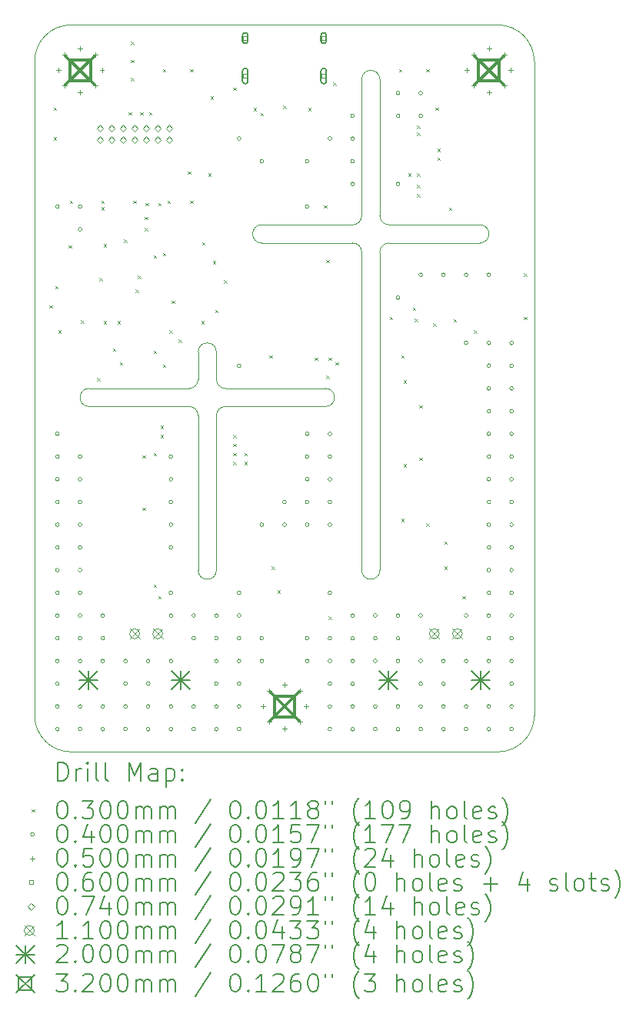
<source format=gbr>
%TF.GenerationSoftware,KiCad,Pcbnew,7.0.8*%
%TF.CreationDate,2024-04-22T21:24:54+09:00*%
%TF.ProjectId,MixedSignalKicad,4d697865-6453-4696-976e-616c4b696361,1.0*%
%TF.SameCoordinates,Original*%
%TF.FileFunction,Drillmap*%
%TF.FilePolarity,Positive*%
%FSLAX45Y45*%
G04 Gerber Fmt 4.5, Leading zero omitted, Abs format (unit mm)*
G04 Created by KiCad (PCBNEW 7.0.8) date 2024-04-22 21:24:54*
%MOMM*%
%LPD*%
G01*
G04 APERTURE LIST*
%ADD10C,0.100000*%
%ADD11C,0.200000*%
%ADD12C,0.030000*%
%ADD13C,0.040000*%
%ADD14C,0.050000*%
%ADD15C,0.060000*%
%ADD16C,0.074000*%
%ADD17C,0.110000*%
%ADD18C,0.320000*%
G04 APERTURE END LIST*
D10*
X15600000Y-7500000D02*
G75*
G03*
X15500000Y-7400000I-100000J0D01*
G01*
X12000000Y-5400000D02*
X12000000Y-9500000D01*
X15500000Y-7200000D02*
X14500000Y-7200000D01*
X13800000Y-9300000D02*
G75*
G03*
X13700000Y-9200000I-100000J0D01*
G01*
X12600000Y-9000000D02*
X13700000Y-9000000D01*
X15600000Y-7500000D02*
X15600000Y-11000000D01*
X16900000Y-7200000D02*
X15900000Y-7200000D01*
X14000000Y-8900000D02*
G75*
G03*
X14100000Y-9000000I100000J0D01*
G01*
X13800000Y-8600000D02*
X13800000Y-8900000D01*
X15800000Y-5600000D02*
G75*
G03*
X15600000Y-5600000I-100000J0D01*
G01*
X13800000Y-11000000D02*
G75*
G03*
X14000000Y-11000000I100000J0D01*
G01*
X14500000Y-7200000D02*
G75*
G03*
X14500000Y-7400000I0J-100000D01*
G01*
X17500000Y-12600000D02*
X17500000Y-5400000D01*
X16900000Y-7400000D02*
G75*
G03*
X16900000Y-7200000I0J100000D01*
G01*
X13800000Y-11000000D02*
X13800000Y-9300000D01*
X17100000Y-13000000D02*
G75*
G03*
X17500000Y-12600000I0J400000D01*
G01*
X15200000Y-9200000D02*
X14100000Y-9200000D01*
X17100000Y-5000000D02*
X12400000Y-5000000D01*
X15500000Y-7400000D02*
X14500000Y-7400000D01*
X16900000Y-7400000D02*
X15900000Y-7400000D01*
X12600000Y-9200000D02*
X13700000Y-9200000D01*
X12400000Y-13000000D02*
X17100000Y-13000000D01*
X17500000Y-5400000D02*
G75*
G03*
X17100000Y-5000000I-400000J0D01*
G01*
X12000000Y-12600000D02*
G75*
G03*
X12400000Y-13000000I400000J0D01*
G01*
X14000000Y-8600000D02*
G75*
G03*
X13800000Y-8600000I-100000J0D01*
G01*
X12000000Y-9500000D02*
X12000000Y-12600000D01*
X15800000Y-7100000D02*
G75*
G03*
X15900000Y-7200000I100000J0D01*
G01*
X15800000Y-7500000D02*
X15800000Y-11000000D01*
X13700000Y-9000000D02*
G75*
G03*
X13800000Y-8900000I0J100000D01*
G01*
X12400000Y-5000000D02*
G75*
G03*
X12000000Y-5400000I0J-400000D01*
G01*
X15600000Y-5600000D02*
X15600000Y-7100000D01*
X15500000Y-7200000D02*
G75*
G03*
X15600000Y-7100000I0J100000D01*
G01*
X15200000Y-9000000D02*
X14100000Y-9000000D01*
X14000000Y-8600000D02*
X14000000Y-8900000D01*
X15600000Y-11000000D02*
G75*
G03*
X15800000Y-11000000I100000J0D01*
G01*
X15800000Y-5600000D02*
X15800000Y-7100000D01*
X15900000Y-7400000D02*
G75*
G03*
X15800000Y-7500000I0J-100000D01*
G01*
X12600000Y-9000000D02*
G75*
G03*
X12600000Y-9200000I0J-100000D01*
G01*
X14000000Y-11000000D02*
X14000000Y-9300000D01*
X14100000Y-9200000D02*
G75*
G03*
X14000000Y-9300000I0J-100000D01*
G01*
X15200000Y-9200000D02*
G75*
G03*
X15200000Y-9000000I0J100000D01*
G01*
D11*
D12*
X12160000Y-8085000D02*
X12190000Y-8115000D01*
X12190000Y-8085000D02*
X12160000Y-8115000D01*
X12210000Y-5910000D02*
X12240000Y-5940000D01*
X12240000Y-5910000D02*
X12210000Y-5940000D01*
X12210000Y-6235000D02*
X12240000Y-6265000D01*
X12240000Y-6235000D02*
X12210000Y-6265000D01*
X12225000Y-7875000D02*
X12255000Y-7905000D01*
X12255000Y-7875000D02*
X12225000Y-7905000D01*
X12260000Y-8360000D02*
X12290000Y-8390000D01*
X12290000Y-8360000D02*
X12260000Y-8390000D01*
X12375000Y-7425000D02*
X12405000Y-7455000D01*
X12405000Y-7425000D02*
X12375000Y-7455000D01*
X12385000Y-6935000D02*
X12415000Y-6965000D01*
X12415000Y-6935000D02*
X12385000Y-6965000D01*
X12510000Y-8250000D02*
X12540000Y-8280000D01*
X12540000Y-8250000D02*
X12510000Y-8280000D01*
X12685000Y-8885000D02*
X12715000Y-8915000D01*
X12715000Y-8885000D02*
X12685000Y-8915000D01*
X12710000Y-7785000D02*
X12740000Y-7815000D01*
X12740000Y-7785000D02*
X12710000Y-7815000D01*
X12735000Y-6935000D02*
X12765000Y-6965000D01*
X12765000Y-6935000D02*
X12735000Y-6965000D01*
X12735000Y-7004950D02*
X12765000Y-7034950D01*
X12765000Y-7004950D02*
X12735000Y-7034950D01*
X12760000Y-7410000D02*
X12790000Y-7440000D01*
X12790000Y-7410000D02*
X12760000Y-7440000D01*
X12760000Y-8260000D02*
X12790000Y-8290000D01*
X12790000Y-8260000D02*
X12760000Y-8290000D01*
X12860000Y-8560000D02*
X12890000Y-8590000D01*
X12890000Y-8560000D02*
X12860000Y-8590000D01*
X12910000Y-8260000D02*
X12940000Y-8290000D01*
X12940000Y-8260000D02*
X12910000Y-8290000D01*
X12935000Y-8710000D02*
X12965000Y-8740000D01*
X12965000Y-8710000D02*
X12935000Y-8740000D01*
X12985000Y-7360000D02*
X13015000Y-7390000D01*
X13015000Y-7360000D02*
X12985000Y-7390000D01*
X13035000Y-5960000D02*
X13065000Y-5990000D01*
X13065000Y-5960000D02*
X13035000Y-5990000D01*
X13060000Y-5185000D02*
X13090000Y-5215000D01*
X13090000Y-5185000D02*
X13060000Y-5215000D01*
X13060000Y-5385000D02*
X13090000Y-5415000D01*
X13090000Y-5385000D02*
X13060000Y-5415000D01*
X13060000Y-5585000D02*
X13090000Y-5615000D01*
X13090000Y-5585000D02*
X13060000Y-5615000D01*
X13085000Y-6935000D02*
X13115000Y-6965000D01*
X13115000Y-6935000D02*
X13085000Y-6965000D01*
X13110000Y-7910000D02*
X13140000Y-7940000D01*
X13140000Y-7910000D02*
X13110000Y-7940000D01*
X13135000Y-7760000D02*
X13165000Y-7790000D01*
X13165000Y-7760000D02*
X13135000Y-7790000D01*
X13160000Y-5960000D02*
X13190000Y-5990000D01*
X13190000Y-5960000D02*
X13160000Y-5990000D01*
X13185000Y-9735000D02*
X13215000Y-9765000D01*
X13215000Y-9735000D02*
X13185000Y-9765000D01*
X13185000Y-10310000D02*
X13215000Y-10340000D01*
X13215000Y-10310000D02*
X13185000Y-10340000D01*
X13210000Y-7110000D02*
X13240000Y-7140000D01*
X13240000Y-7110000D02*
X13210000Y-7140000D01*
X13210000Y-7235000D02*
X13240000Y-7265000D01*
X13240000Y-7235000D02*
X13210000Y-7265000D01*
X13220050Y-6960000D02*
X13250050Y-6990000D01*
X13250050Y-6960000D02*
X13220050Y-6990000D01*
X13260000Y-5960000D02*
X13290000Y-5990000D01*
X13290000Y-5960000D02*
X13260000Y-5990000D01*
X13309498Y-8585070D02*
X13339498Y-8615070D01*
X13339498Y-8585070D02*
X13309498Y-8615070D01*
X13310000Y-7535000D02*
X13340000Y-7565000D01*
X13340000Y-7535000D02*
X13310000Y-7565000D01*
X13310000Y-9710000D02*
X13340000Y-9740000D01*
X13340000Y-9710000D02*
X13310000Y-9740000D01*
X13310000Y-11160000D02*
X13340000Y-11190000D01*
X13340000Y-11160000D02*
X13310000Y-11190000D01*
X13360000Y-6960000D02*
X13390000Y-6990000D01*
X13390000Y-6960000D02*
X13360000Y-6990000D01*
X13360000Y-11285000D02*
X13390000Y-11315000D01*
X13390000Y-11285000D02*
X13360000Y-11315000D01*
X13385000Y-9410000D02*
X13415000Y-9440000D01*
X13415000Y-9410000D02*
X13385000Y-9440000D01*
X13385000Y-9510000D02*
X13415000Y-9540000D01*
X13415000Y-9510000D02*
X13385000Y-9540000D01*
X13410000Y-5485000D02*
X13440000Y-5515000D01*
X13440000Y-5485000D02*
X13410000Y-5515000D01*
X13410000Y-7510000D02*
X13440000Y-7540000D01*
X13440000Y-7510000D02*
X13410000Y-7540000D01*
X13410000Y-8735000D02*
X13440000Y-8765000D01*
X13440000Y-8735000D02*
X13410000Y-8765000D01*
X13460000Y-6935000D02*
X13490000Y-6965000D01*
X13490000Y-6935000D02*
X13460000Y-6965000D01*
X13485000Y-8360000D02*
X13515000Y-8390000D01*
X13515000Y-8360000D02*
X13485000Y-8390000D01*
X13510000Y-8035000D02*
X13540000Y-8065000D01*
X13540000Y-8035000D02*
X13510000Y-8065000D01*
X13585000Y-8460000D02*
X13615000Y-8490000D01*
X13615000Y-8460000D02*
X13585000Y-8490000D01*
X13685000Y-6610000D02*
X13715000Y-6640000D01*
X13715000Y-6610000D02*
X13685000Y-6640000D01*
X13710000Y-5485000D02*
X13740000Y-5515000D01*
X13740000Y-5485000D02*
X13710000Y-5515000D01*
X13710000Y-6935000D02*
X13740000Y-6965000D01*
X13740000Y-6935000D02*
X13710000Y-6965000D01*
X13835000Y-8260000D02*
X13865000Y-8290000D01*
X13865000Y-8260000D02*
X13835000Y-8290000D01*
X13841552Y-7391552D02*
X13871552Y-7421552D01*
X13871552Y-7391552D02*
X13841552Y-7421552D01*
X13910000Y-6635000D02*
X13940000Y-6665000D01*
X13940000Y-6635000D02*
X13910000Y-6665000D01*
X13935000Y-5785000D02*
X13965000Y-5815000D01*
X13965000Y-5785000D02*
X13935000Y-5815000D01*
X13960000Y-7597550D02*
X13990000Y-7627550D01*
X13990000Y-7597550D02*
X13960000Y-7627550D01*
X13985000Y-8135000D02*
X14015000Y-8165000D01*
X14015000Y-8135000D02*
X13985000Y-8165000D01*
X14085000Y-7810000D02*
X14115000Y-7840000D01*
X14115000Y-7810000D02*
X14085000Y-7840000D01*
X14185000Y-5689750D02*
X14215000Y-5719750D01*
X14215000Y-5689750D02*
X14185000Y-5719750D01*
X14185000Y-9510000D02*
X14215000Y-9540000D01*
X14215000Y-9510000D02*
X14185000Y-9540000D01*
X14185000Y-9610000D02*
X14215000Y-9640000D01*
X14215000Y-9610000D02*
X14185000Y-9640000D01*
X14185000Y-9710000D02*
X14215000Y-9740000D01*
X14215000Y-9710000D02*
X14185000Y-9740000D01*
X14185000Y-9810000D02*
X14215000Y-9840000D01*
X14215000Y-9810000D02*
X14185000Y-9840000D01*
X14310000Y-9710000D02*
X14340000Y-9740000D01*
X14340000Y-9710000D02*
X14310000Y-9740000D01*
X14310000Y-9810000D02*
X14340000Y-9840000D01*
X14340000Y-9810000D02*
X14310000Y-9840000D01*
X14410000Y-5914750D02*
X14440000Y-5944750D01*
X14440000Y-5914750D02*
X14410000Y-5944750D01*
X14485000Y-5966750D02*
X14515000Y-5996750D01*
X14515000Y-5966750D02*
X14485000Y-5996750D01*
X14585000Y-8635000D02*
X14615000Y-8665000D01*
X14615000Y-8635000D02*
X14585000Y-8665000D01*
X14610000Y-10960000D02*
X14640000Y-10990000D01*
X14640000Y-10960000D02*
X14610000Y-10990000D01*
X14671250Y-11221250D02*
X14701250Y-11251250D01*
X14701250Y-11221250D02*
X14671250Y-11251250D01*
X14735000Y-5889750D02*
X14765000Y-5919750D01*
X14765000Y-5889750D02*
X14735000Y-5919750D01*
X15010000Y-5914750D02*
X15040000Y-5944750D01*
X15040000Y-5914750D02*
X15010000Y-5944750D01*
X15085000Y-8662000D02*
X15115000Y-8692000D01*
X15115000Y-8662000D02*
X15085000Y-8692000D01*
X15185000Y-6985000D02*
X15215000Y-7015000D01*
X15215000Y-6985000D02*
X15185000Y-7015000D01*
X15210000Y-7585000D02*
X15240000Y-7615000D01*
X15240000Y-7585000D02*
X15210000Y-7615000D01*
X15210000Y-8860000D02*
X15240000Y-8890000D01*
X15240000Y-8860000D02*
X15210000Y-8890000D01*
X15235000Y-8662000D02*
X15265000Y-8692000D01*
X15265000Y-8662000D02*
X15235000Y-8692000D01*
X15235000Y-11510000D02*
X15265000Y-11540000D01*
X15265000Y-11510000D02*
X15235000Y-11540000D01*
X15285000Y-5635000D02*
X15315000Y-5665000D01*
X15315000Y-5635000D02*
X15285000Y-5665000D01*
X15310000Y-8710000D02*
X15340000Y-8740000D01*
X15340000Y-8710000D02*
X15310000Y-8740000D01*
X15910000Y-8210000D02*
X15940000Y-8240000D01*
X15940000Y-8210000D02*
X15910000Y-8240000D01*
X16011500Y-5485000D02*
X16041500Y-5515000D01*
X16041500Y-5485000D02*
X16011500Y-5515000D01*
X16035000Y-8635000D02*
X16065000Y-8665000D01*
X16065000Y-8635000D02*
X16035000Y-8665000D01*
X16035000Y-10435000D02*
X16065000Y-10465000D01*
X16065000Y-10435000D02*
X16035000Y-10465000D01*
X16060000Y-8910000D02*
X16090000Y-8940000D01*
X16090000Y-8910000D02*
X16060000Y-8940000D01*
X16060000Y-9835000D02*
X16090000Y-9865000D01*
X16090000Y-9835000D02*
X16060000Y-9865000D01*
X16110000Y-6635000D02*
X16140000Y-6665000D01*
X16140000Y-6635000D02*
X16110000Y-6665000D01*
X16161005Y-8110000D02*
X16191005Y-8140000D01*
X16191005Y-8110000D02*
X16161005Y-8140000D01*
X16185000Y-8235000D02*
X16215000Y-8265000D01*
X16215000Y-8235000D02*
X16185000Y-8265000D01*
X16210000Y-6110000D02*
X16240000Y-6140000D01*
X16240000Y-6110000D02*
X16210000Y-6140000D01*
X16210000Y-6185000D02*
X16240000Y-6215000D01*
X16240000Y-6185000D02*
X16210000Y-6215000D01*
X16210000Y-6635000D02*
X16240000Y-6665000D01*
X16240000Y-6635000D02*
X16210000Y-6665000D01*
X16210000Y-6760000D02*
X16240000Y-6790000D01*
X16240000Y-6760000D02*
X16210000Y-6790000D01*
X16210000Y-6860000D02*
X16240000Y-6890000D01*
X16240000Y-6860000D02*
X16210000Y-6890000D01*
X16235000Y-9185000D02*
X16265000Y-9215000D01*
X16265000Y-9185000D02*
X16235000Y-9215000D01*
X16235000Y-9760000D02*
X16265000Y-9790000D01*
X16265000Y-9760000D02*
X16235000Y-9790000D01*
X16310000Y-10485000D02*
X16340000Y-10515000D01*
X16340000Y-10485000D02*
X16310000Y-10515000D01*
X16311500Y-5485000D02*
X16341500Y-5515000D01*
X16341500Y-5485000D02*
X16311500Y-5515000D01*
X16385000Y-8285000D02*
X16415000Y-8315000D01*
X16415000Y-8285000D02*
X16385000Y-8315000D01*
X16410000Y-5910000D02*
X16440000Y-5940000D01*
X16440000Y-5910000D02*
X16410000Y-5940000D01*
X16435000Y-6360000D02*
X16465000Y-6390000D01*
X16465000Y-6360000D02*
X16435000Y-6390000D01*
X16435000Y-6460000D02*
X16465000Y-6490000D01*
X16465000Y-6460000D02*
X16435000Y-6490000D01*
X16510000Y-10685000D02*
X16540000Y-10715000D01*
X16540000Y-10685000D02*
X16510000Y-10715000D01*
X16510000Y-10960000D02*
X16540000Y-10990000D01*
X16540000Y-10960000D02*
X16510000Y-10990000D01*
X16560000Y-7010000D02*
X16590000Y-7040000D01*
X16590000Y-7010000D02*
X16560000Y-7040000D01*
X16609718Y-8235847D02*
X16639718Y-8265847D01*
X16639718Y-8235847D02*
X16609718Y-8265847D01*
X16710000Y-11285000D02*
X16740000Y-11315000D01*
X16740000Y-11285000D02*
X16710000Y-11315000D01*
X16835000Y-8360000D02*
X16865000Y-8390000D01*
X16865000Y-8360000D02*
X16835000Y-8390000D01*
X17385000Y-7735000D02*
X17415000Y-7765000D01*
X17415000Y-7735000D02*
X17385000Y-7765000D01*
X17385000Y-8210000D02*
X17415000Y-8240000D01*
X17415000Y-8210000D02*
X17385000Y-8240000D01*
D13*
X12270000Y-7000000D02*
G75*
G03*
X12270000Y-7000000I-20000J0D01*
G01*
X12270000Y-9500000D02*
G75*
G03*
X12270000Y-9500000I-20000J0D01*
G01*
X12270000Y-9750000D02*
G75*
G03*
X12270000Y-9750000I-20000J0D01*
G01*
X12270000Y-10000000D02*
G75*
G03*
X12270000Y-10000000I-20000J0D01*
G01*
X12270000Y-10250000D02*
G75*
G03*
X12270000Y-10250000I-20000J0D01*
G01*
X12270000Y-10500000D02*
G75*
G03*
X12270000Y-10500000I-20000J0D01*
G01*
X12270000Y-10750000D02*
G75*
G03*
X12270000Y-10750000I-20000J0D01*
G01*
X12270000Y-11000000D02*
G75*
G03*
X12270000Y-11000000I-20000J0D01*
G01*
X12270000Y-11250000D02*
G75*
G03*
X12270000Y-11250000I-20000J0D01*
G01*
X12270000Y-11500000D02*
G75*
G03*
X12270000Y-11500000I-20000J0D01*
G01*
X12270000Y-11750000D02*
G75*
G03*
X12270000Y-11750000I-20000J0D01*
G01*
X12270000Y-12000000D02*
G75*
G03*
X12270000Y-12000000I-20000J0D01*
G01*
X12270000Y-12250000D02*
G75*
G03*
X12270000Y-12250000I-20000J0D01*
G01*
X12270000Y-12500000D02*
G75*
G03*
X12270000Y-12500000I-20000J0D01*
G01*
X12270000Y-12750000D02*
G75*
G03*
X12270000Y-12750000I-20000J0D01*
G01*
X12520000Y-7000000D02*
G75*
G03*
X12520000Y-7000000I-20000J0D01*
G01*
X12520000Y-7250000D02*
G75*
G03*
X12520000Y-7250000I-20000J0D01*
G01*
X12520000Y-9750000D02*
G75*
G03*
X12520000Y-9750000I-20000J0D01*
G01*
X12520000Y-10000000D02*
G75*
G03*
X12520000Y-10000000I-20000J0D01*
G01*
X12520000Y-10250000D02*
G75*
G03*
X12520000Y-10250000I-20000J0D01*
G01*
X12520000Y-10500000D02*
G75*
G03*
X12520000Y-10500000I-20000J0D01*
G01*
X12520000Y-10750000D02*
G75*
G03*
X12520000Y-10750000I-20000J0D01*
G01*
X12520000Y-11000000D02*
G75*
G03*
X12520000Y-11000000I-20000J0D01*
G01*
X12520000Y-11250000D02*
G75*
G03*
X12520000Y-11250000I-20000J0D01*
G01*
X12520000Y-11500000D02*
G75*
G03*
X12520000Y-11500000I-20000J0D01*
G01*
X12520000Y-11750000D02*
G75*
G03*
X12520000Y-11750000I-20000J0D01*
G01*
X12520000Y-12000000D02*
G75*
G03*
X12520000Y-12000000I-20000J0D01*
G01*
X12520000Y-12500000D02*
G75*
G03*
X12520000Y-12500000I-20000J0D01*
G01*
X12520000Y-12750000D02*
G75*
G03*
X12520000Y-12750000I-20000J0D01*
G01*
X12770000Y-11500000D02*
G75*
G03*
X12770000Y-11500000I-20000J0D01*
G01*
X12770000Y-11750000D02*
G75*
G03*
X12770000Y-11750000I-20000J0D01*
G01*
X12770000Y-12000000D02*
G75*
G03*
X12770000Y-12000000I-20000J0D01*
G01*
X12770000Y-12500000D02*
G75*
G03*
X12770000Y-12500000I-20000J0D01*
G01*
X12770000Y-12750000D02*
G75*
G03*
X12770000Y-12750000I-20000J0D01*
G01*
X13020000Y-12000000D02*
G75*
G03*
X13020000Y-12000000I-20000J0D01*
G01*
X13020000Y-12250000D02*
G75*
G03*
X13020000Y-12250000I-20000J0D01*
G01*
X13020000Y-12500000D02*
G75*
G03*
X13020000Y-12500000I-20000J0D01*
G01*
X13020000Y-12750000D02*
G75*
G03*
X13020000Y-12750000I-20000J0D01*
G01*
X13270000Y-12000000D02*
G75*
G03*
X13270000Y-12000000I-20000J0D01*
G01*
X13270000Y-12250000D02*
G75*
G03*
X13270000Y-12250000I-20000J0D01*
G01*
X13270000Y-12500000D02*
G75*
G03*
X13270000Y-12500000I-20000J0D01*
G01*
X13270000Y-12750000D02*
G75*
G03*
X13270000Y-12750000I-20000J0D01*
G01*
X13520000Y-9750000D02*
G75*
G03*
X13520000Y-9750000I-20000J0D01*
G01*
X13520000Y-10000000D02*
G75*
G03*
X13520000Y-10000000I-20000J0D01*
G01*
X13520000Y-10250000D02*
G75*
G03*
X13520000Y-10250000I-20000J0D01*
G01*
X13520000Y-10500000D02*
G75*
G03*
X13520000Y-10500000I-20000J0D01*
G01*
X13520000Y-10750000D02*
G75*
G03*
X13520000Y-10750000I-20000J0D01*
G01*
X13520000Y-11250000D02*
G75*
G03*
X13520000Y-11250000I-20000J0D01*
G01*
X13520000Y-11500000D02*
G75*
G03*
X13520000Y-11500000I-20000J0D01*
G01*
X13520000Y-12000000D02*
G75*
G03*
X13520000Y-12000000I-20000J0D01*
G01*
X13520000Y-12500000D02*
G75*
G03*
X13520000Y-12500000I-20000J0D01*
G01*
X13520000Y-12750000D02*
G75*
G03*
X13520000Y-12750000I-20000J0D01*
G01*
X13770000Y-11500000D02*
G75*
G03*
X13770000Y-11500000I-20000J0D01*
G01*
X13770000Y-11750000D02*
G75*
G03*
X13770000Y-11750000I-20000J0D01*
G01*
X13770000Y-12500000D02*
G75*
G03*
X13770000Y-12500000I-20000J0D01*
G01*
X13770000Y-12750000D02*
G75*
G03*
X13770000Y-12750000I-20000J0D01*
G01*
X14020000Y-11500000D02*
G75*
G03*
X14020000Y-11500000I-20000J0D01*
G01*
X14020000Y-11750000D02*
G75*
G03*
X14020000Y-11750000I-20000J0D01*
G01*
X14020000Y-12000000D02*
G75*
G03*
X14020000Y-12000000I-20000J0D01*
G01*
X14020000Y-12250000D02*
G75*
G03*
X14020000Y-12250000I-20000J0D01*
G01*
X14020000Y-12500000D02*
G75*
G03*
X14020000Y-12500000I-20000J0D01*
G01*
X14020000Y-12750000D02*
G75*
G03*
X14020000Y-12750000I-20000J0D01*
G01*
X14270000Y-6250000D02*
G75*
G03*
X14270000Y-6250000I-20000J0D01*
G01*
X14270000Y-8750000D02*
G75*
G03*
X14270000Y-8750000I-20000J0D01*
G01*
X14270000Y-11250000D02*
G75*
G03*
X14270000Y-11250000I-20000J0D01*
G01*
X14270000Y-11500000D02*
G75*
G03*
X14270000Y-11500000I-20000J0D01*
G01*
X14270000Y-11750000D02*
G75*
G03*
X14270000Y-11750000I-20000J0D01*
G01*
X14270000Y-12000000D02*
G75*
G03*
X14270000Y-12000000I-20000J0D01*
G01*
X14270000Y-12250000D02*
G75*
G03*
X14270000Y-12250000I-20000J0D01*
G01*
X14270000Y-12500000D02*
G75*
G03*
X14270000Y-12500000I-20000J0D01*
G01*
X14270000Y-12750000D02*
G75*
G03*
X14270000Y-12750000I-20000J0D01*
G01*
X14520000Y-6500000D02*
G75*
G03*
X14520000Y-6500000I-20000J0D01*
G01*
X14520000Y-10500000D02*
G75*
G03*
X14520000Y-10500000I-20000J0D01*
G01*
X14520000Y-11750000D02*
G75*
G03*
X14520000Y-11750000I-20000J0D01*
G01*
X14520000Y-12000000D02*
G75*
G03*
X14520000Y-12000000I-20000J0D01*
G01*
X14770000Y-10250000D02*
G75*
G03*
X14770000Y-10250000I-20000J0D01*
G01*
X14770000Y-10500000D02*
G75*
G03*
X14770000Y-10500000I-20000J0D01*
G01*
X15020000Y-6500000D02*
G75*
G03*
X15020000Y-6500000I-20000J0D01*
G01*
X15020000Y-7000000D02*
G75*
G03*
X15020000Y-7000000I-20000J0D01*
G01*
X15020000Y-9500000D02*
G75*
G03*
X15020000Y-9500000I-20000J0D01*
G01*
X15020000Y-9750000D02*
G75*
G03*
X15020000Y-9750000I-20000J0D01*
G01*
X15020000Y-10000000D02*
G75*
G03*
X15020000Y-10000000I-20000J0D01*
G01*
X15020000Y-10250000D02*
G75*
G03*
X15020000Y-10250000I-20000J0D01*
G01*
X15020000Y-10500000D02*
G75*
G03*
X15020000Y-10500000I-20000J0D01*
G01*
X15020000Y-11750000D02*
G75*
G03*
X15020000Y-11750000I-20000J0D01*
G01*
X15020000Y-12000000D02*
G75*
G03*
X15020000Y-12000000I-20000J0D01*
G01*
X15270000Y-6250000D02*
G75*
G03*
X15270000Y-6250000I-20000J0D01*
G01*
X15270000Y-9500000D02*
G75*
G03*
X15270000Y-9500000I-20000J0D01*
G01*
X15270000Y-9750000D02*
G75*
G03*
X15270000Y-9750000I-20000J0D01*
G01*
X15270000Y-10000000D02*
G75*
G03*
X15270000Y-10000000I-20000J0D01*
G01*
X15270000Y-10250000D02*
G75*
G03*
X15270000Y-10250000I-20000J0D01*
G01*
X15270000Y-10500000D02*
G75*
G03*
X15270000Y-10500000I-20000J0D01*
G01*
X15270000Y-11250000D02*
G75*
G03*
X15270000Y-11250000I-20000J0D01*
G01*
X15270000Y-11750000D02*
G75*
G03*
X15270000Y-11750000I-20000J0D01*
G01*
X15270000Y-12000000D02*
G75*
G03*
X15270000Y-12000000I-20000J0D01*
G01*
X15270000Y-12250000D02*
G75*
G03*
X15270000Y-12250000I-20000J0D01*
G01*
X15270000Y-12500000D02*
G75*
G03*
X15270000Y-12500000I-20000J0D01*
G01*
X15270000Y-12750000D02*
G75*
G03*
X15270000Y-12750000I-20000J0D01*
G01*
X15520000Y-6000000D02*
G75*
G03*
X15520000Y-6000000I-20000J0D01*
G01*
X15520000Y-6250000D02*
G75*
G03*
X15520000Y-6250000I-20000J0D01*
G01*
X15520000Y-6500000D02*
G75*
G03*
X15520000Y-6500000I-20000J0D01*
G01*
X15520000Y-6750000D02*
G75*
G03*
X15520000Y-6750000I-20000J0D01*
G01*
X15520000Y-11500000D02*
G75*
G03*
X15520000Y-11500000I-20000J0D01*
G01*
X15520000Y-11750000D02*
G75*
G03*
X15520000Y-11750000I-20000J0D01*
G01*
X15520000Y-12000000D02*
G75*
G03*
X15520000Y-12000000I-20000J0D01*
G01*
X15520000Y-12250000D02*
G75*
G03*
X15520000Y-12250000I-20000J0D01*
G01*
X15520000Y-12500000D02*
G75*
G03*
X15520000Y-12500000I-20000J0D01*
G01*
X15520000Y-12750000D02*
G75*
G03*
X15520000Y-12750000I-20000J0D01*
G01*
X15770000Y-11500000D02*
G75*
G03*
X15770000Y-11500000I-20000J0D01*
G01*
X15770000Y-11750000D02*
G75*
G03*
X15770000Y-11750000I-20000J0D01*
G01*
X15770000Y-12000000D02*
G75*
G03*
X15770000Y-12000000I-20000J0D01*
G01*
X15770000Y-12500000D02*
G75*
G03*
X15770000Y-12500000I-20000J0D01*
G01*
X15770000Y-12750000D02*
G75*
G03*
X15770000Y-12750000I-20000J0D01*
G01*
X16020000Y-5750000D02*
G75*
G03*
X16020000Y-5750000I-20000J0D01*
G01*
X16020000Y-6000000D02*
G75*
G03*
X16020000Y-6000000I-20000J0D01*
G01*
X16020000Y-6750000D02*
G75*
G03*
X16020000Y-6750000I-20000J0D01*
G01*
X16020000Y-8000000D02*
G75*
G03*
X16020000Y-8000000I-20000J0D01*
G01*
X16020000Y-11500000D02*
G75*
G03*
X16020000Y-11500000I-20000J0D01*
G01*
X16020000Y-11750000D02*
G75*
G03*
X16020000Y-11750000I-20000J0D01*
G01*
X16020000Y-12000000D02*
G75*
G03*
X16020000Y-12000000I-20000J0D01*
G01*
X16020000Y-12500000D02*
G75*
G03*
X16020000Y-12500000I-20000J0D01*
G01*
X16020000Y-12750000D02*
G75*
G03*
X16020000Y-12750000I-20000J0D01*
G01*
X16270000Y-5750000D02*
G75*
G03*
X16270000Y-5750000I-20000J0D01*
G01*
X16270000Y-6000000D02*
G75*
G03*
X16270000Y-6000000I-20000J0D01*
G01*
X16270000Y-7750000D02*
G75*
G03*
X16270000Y-7750000I-20000J0D01*
G01*
X16270000Y-11500000D02*
G75*
G03*
X16270000Y-11500000I-20000J0D01*
G01*
X16270000Y-12000000D02*
G75*
G03*
X16270000Y-12000000I-20000J0D01*
G01*
X16270000Y-12250000D02*
G75*
G03*
X16270000Y-12250000I-20000J0D01*
G01*
X16270000Y-12500000D02*
G75*
G03*
X16270000Y-12500000I-20000J0D01*
G01*
X16270000Y-12750000D02*
G75*
G03*
X16270000Y-12750000I-20000J0D01*
G01*
X16520000Y-7750000D02*
G75*
G03*
X16520000Y-7750000I-20000J0D01*
G01*
X16520000Y-12000000D02*
G75*
G03*
X16520000Y-12000000I-20000J0D01*
G01*
X16520000Y-12250000D02*
G75*
G03*
X16520000Y-12250000I-20000J0D01*
G01*
X16520000Y-12500000D02*
G75*
G03*
X16520000Y-12500000I-20000J0D01*
G01*
X16520000Y-12750000D02*
G75*
G03*
X16520000Y-12750000I-20000J0D01*
G01*
X16770000Y-7750000D02*
G75*
G03*
X16770000Y-7750000I-20000J0D01*
G01*
X16770000Y-8500000D02*
G75*
G03*
X16770000Y-8500000I-20000J0D01*
G01*
X16770000Y-11500000D02*
G75*
G03*
X16770000Y-11500000I-20000J0D01*
G01*
X16770000Y-12000000D02*
G75*
G03*
X16770000Y-12000000I-20000J0D01*
G01*
X16770000Y-12500000D02*
G75*
G03*
X16770000Y-12500000I-20000J0D01*
G01*
X16770000Y-12750000D02*
G75*
G03*
X16770000Y-12750000I-20000J0D01*
G01*
X17020000Y-7750000D02*
G75*
G03*
X17020000Y-7750000I-20000J0D01*
G01*
X17020000Y-8500000D02*
G75*
G03*
X17020000Y-8500000I-20000J0D01*
G01*
X17020000Y-8750000D02*
G75*
G03*
X17020000Y-8750000I-20000J0D01*
G01*
X17020000Y-9000000D02*
G75*
G03*
X17020000Y-9000000I-20000J0D01*
G01*
X17020000Y-9250000D02*
G75*
G03*
X17020000Y-9250000I-20000J0D01*
G01*
X17020000Y-9500000D02*
G75*
G03*
X17020000Y-9500000I-20000J0D01*
G01*
X17020000Y-9750000D02*
G75*
G03*
X17020000Y-9750000I-20000J0D01*
G01*
X17020000Y-10000000D02*
G75*
G03*
X17020000Y-10000000I-20000J0D01*
G01*
X17020000Y-10250000D02*
G75*
G03*
X17020000Y-10250000I-20000J0D01*
G01*
X17020000Y-10500000D02*
G75*
G03*
X17020000Y-10500000I-20000J0D01*
G01*
X17020000Y-10750000D02*
G75*
G03*
X17020000Y-10750000I-20000J0D01*
G01*
X17020000Y-11000000D02*
G75*
G03*
X17020000Y-11000000I-20000J0D01*
G01*
X17020000Y-11250000D02*
G75*
G03*
X17020000Y-11250000I-20000J0D01*
G01*
X17020000Y-11500000D02*
G75*
G03*
X17020000Y-11500000I-20000J0D01*
G01*
X17020000Y-11750000D02*
G75*
G03*
X17020000Y-11750000I-20000J0D01*
G01*
X17020000Y-12000000D02*
G75*
G03*
X17020000Y-12000000I-20000J0D01*
G01*
X17020000Y-12500000D02*
G75*
G03*
X17020000Y-12500000I-20000J0D01*
G01*
X17020000Y-12750000D02*
G75*
G03*
X17020000Y-12750000I-20000J0D01*
G01*
X17270000Y-8500000D02*
G75*
G03*
X17270000Y-8500000I-20000J0D01*
G01*
X17270000Y-8750000D02*
G75*
G03*
X17270000Y-8750000I-20000J0D01*
G01*
X17270000Y-9000000D02*
G75*
G03*
X17270000Y-9000000I-20000J0D01*
G01*
X17270000Y-9250000D02*
G75*
G03*
X17270000Y-9250000I-20000J0D01*
G01*
X17270000Y-9500000D02*
G75*
G03*
X17270000Y-9500000I-20000J0D01*
G01*
X17270000Y-9750000D02*
G75*
G03*
X17270000Y-9750000I-20000J0D01*
G01*
X17270000Y-10000000D02*
G75*
G03*
X17270000Y-10000000I-20000J0D01*
G01*
X17270000Y-10250000D02*
G75*
G03*
X17270000Y-10250000I-20000J0D01*
G01*
X17270000Y-10500000D02*
G75*
G03*
X17270000Y-10500000I-20000J0D01*
G01*
X17270000Y-10750000D02*
G75*
G03*
X17270000Y-10750000I-20000J0D01*
G01*
X17270000Y-11000000D02*
G75*
G03*
X17270000Y-11000000I-20000J0D01*
G01*
X17270000Y-11250000D02*
G75*
G03*
X17270000Y-11250000I-20000J0D01*
G01*
X17270000Y-11500000D02*
G75*
G03*
X17270000Y-11500000I-20000J0D01*
G01*
X17270000Y-11750000D02*
G75*
G03*
X17270000Y-11750000I-20000J0D01*
G01*
X17270000Y-12000000D02*
G75*
G03*
X17270000Y-12000000I-20000J0D01*
G01*
X17270000Y-12250000D02*
G75*
G03*
X17270000Y-12250000I-20000J0D01*
G01*
X17270000Y-12500000D02*
G75*
G03*
X17270000Y-12500000I-20000J0D01*
G01*
X17270000Y-12750000D02*
G75*
G03*
X17270000Y-12750000I-20000J0D01*
G01*
D14*
X12260000Y-5475000D02*
X12260000Y-5525000D01*
X12235000Y-5500000D02*
X12285000Y-5500000D01*
X12330294Y-5305294D02*
X12330294Y-5355294D01*
X12305294Y-5330294D02*
X12355294Y-5330294D01*
X12330294Y-5644706D02*
X12330294Y-5694706D01*
X12305294Y-5669706D02*
X12355294Y-5669706D01*
X12500000Y-5235000D02*
X12500000Y-5285000D01*
X12475000Y-5260000D02*
X12525000Y-5260000D01*
X12500000Y-5715000D02*
X12500000Y-5765000D01*
X12475000Y-5740000D02*
X12525000Y-5740000D01*
X12669706Y-5305294D02*
X12669706Y-5355294D01*
X12644706Y-5330294D02*
X12694706Y-5330294D01*
X12669706Y-5644706D02*
X12669706Y-5694706D01*
X12644706Y-5669706D02*
X12694706Y-5669706D01*
X12740000Y-5475000D02*
X12740000Y-5525000D01*
X12715000Y-5500000D02*
X12765000Y-5500000D01*
X14510000Y-12475000D02*
X14510000Y-12525000D01*
X14485000Y-12500000D02*
X14535000Y-12500000D01*
X14580294Y-12305294D02*
X14580294Y-12355294D01*
X14555294Y-12330294D02*
X14605294Y-12330294D01*
X14580294Y-12644706D02*
X14580294Y-12694706D01*
X14555294Y-12669706D02*
X14605294Y-12669706D01*
X14750000Y-12235000D02*
X14750000Y-12285000D01*
X14725000Y-12260000D02*
X14775000Y-12260000D01*
X14750000Y-12715000D02*
X14750000Y-12765000D01*
X14725000Y-12740000D02*
X14775000Y-12740000D01*
X14919706Y-12305294D02*
X14919706Y-12355294D01*
X14894706Y-12330294D02*
X14944706Y-12330294D01*
X14919706Y-12644706D02*
X14919706Y-12694706D01*
X14894706Y-12669706D02*
X14944706Y-12669706D01*
X14990000Y-12475000D02*
X14990000Y-12525000D01*
X14965000Y-12500000D02*
X15015000Y-12500000D01*
X16760000Y-5475000D02*
X16760000Y-5525000D01*
X16735000Y-5500000D02*
X16785000Y-5500000D01*
X16830294Y-5305294D02*
X16830294Y-5355294D01*
X16805294Y-5330294D02*
X16855294Y-5330294D01*
X16830294Y-5644706D02*
X16830294Y-5694706D01*
X16805294Y-5669706D02*
X16855294Y-5669706D01*
X17000000Y-5235000D02*
X17000000Y-5285000D01*
X16975000Y-5260000D02*
X17025000Y-5260000D01*
X17000000Y-5715000D02*
X17000000Y-5765000D01*
X16975000Y-5740000D02*
X17025000Y-5740000D01*
X17169706Y-5305294D02*
X17169706Y-5355294D01*
X17144706Y-5330294D02*
X17194706Y-5330294D01*
X17169706Y-5644706D02*
X17169706Y-5694706D01*
X17144706Y-5669706D02*
X17194706Y-5669706D01*
X17240000Y-5475000D02*
X17240000Y-5525000D01*
X17215000Y-5500000D02*
X17265000Y-5500000D01*
D15*
X14339213Y-5166213D02*
X14339213Y-5123787D01*
X14296787Y-5123787D01*
X14296787Y-5166213D01*
X14339213Y-5166213D01*
D11*
X14348000Y-5175000D02*
X14348000Y-5115000D01*
X14348000Y-5115000D02*
G75*
G03*
X14288000Y-5115000I-30000J0D01*
G01*
X14288000Y-5115000D02*
X14288000Y-5175000D01*
X14288000Y-5175000D02*
G75*
G03*
X14348000Y-5175000I30000J0D01*
G01*
D15*
X14339213Y-5584213D02*
X14339213Y-5541787D01*
X14296787Y-5541787D01*
X14296787Y-5584213D01*
X14339213Y-5584213D01*
D11*
X14348000Y-5618000D02*
X14348000Y-5508000D01*
X14348000Y-5508000D02*
G75*
G03*
X14288000Y-5508000I-30000J0D01*
G01*
X14288000Y-5508000D02*
X14288000Y-5618000D01*
X14288000Y-5618000D02*
G75*
G03*
X14348000Y-5618000I30000J0D01*
G01*
D15*
X15203213Y-5166213D02*
X15203213Y-5123787D01*
X15160787Y-5123787D01*
X15160787Y-5166213D01*
X15203213Y-5166213D01*
D11*
X15212000Y-5175000D02*
X15212000Y-5115000D01*
X15212000Y-5115000D02*
G75*
G03*
X15152000Y-5115000I-30000J0D01*
G01*
X15152000Y-5115000D02*
X15152000Y-5175000D01*
X15152000Y-5175000D02*
G75*
G03*
X15212000Y-5175000I30000J0D01*
G01*
D15*
X15203213Y-5584213D02*
X15203213Y-5541787D01*
X15160787Y-5541787D01*
X15160787Y-5584213D01*
X15203213Y-5584213D01*
D11*
X15212000Y-5618000D02*
X15212000Y-5508000D01*
X15212000Y-5508000D02*
G75*
G03*
X15152000Y-5508000I-30000J0D01*
G01*
X15152000Y-5508000D02*
X15152000Y-5618000D01*
X15152000Y-5618000D02*
G75*
G03*
X15212000Y-5618000I30000J0D01*
G01*
D16*
X12719000Y-6173500D02*
X12756000Y-6136500D01*
X12719000Y-6099500D01*
X12682000Y-6136500D01*
X12719000Y-6173500D01*
X12719000Y-6300500D02*
X12756000Y-6263500D01*
X12719000Y-6226500D01*
X12682000Y-6263500D01*
X12719000Y-6300500D01*
X12846000Y-6173500D02*
X12883000Y-6136500D01*
X12846000Y-6099500D01*
X12809000Y-6136500D01*
X12846000Y-6173500D01*
X12846000Y-6300500D02*
X12883000Y-6263500D01*
X12846000Y-6226500D01*
X12809000Y-6263500D01*
X12846000Y-6300500D01*
X12973000Y-6173500D02*
X13010000Y-6136500D01*
X12973000Y-6099500D01*
X12936000Y-6136500D01*
X12973000Y-6173500D01*
X12973000Y-6300500D02*
X13010000Y-6263500D01*
X12973000Y-6226500D01*
X12936000Y-6263500D01*
X12973000Y-6300500D01*
X13100000Y-6173500D02*
X13137000Y-6136500D01*
X13100000Y-6099500D01*
X13063000Y-6136500D01*
X13100000Y-6173500D01*
X13100000Y-6300500D02*
X13137000Y-6263500D01*
X13100000Y-6226500D01*
X13063000Y-6263500D01*
X13100000Y-6300500D01*
X13227000Y-6173500D02*
X13264000Y-6136500D01*
X13227000Y-6099500D01*
X13190000Y-6136500D01*
X13227000Y-6173500D01*
X13227000Y-6300500D02*
X13264000Y-6263500D01*
X13227000Y-6226500D01*
X13190000Y-6263500D01*
X13227000Y-6300500D01*
X13354000Y-6173500D02*
X13391000Y-6136500D01*
X13354000Y-6099500D01*
X13317000Y-6136500D01*
X13354000Y-6173500D01*
X13354000Y-6300500D02*
X13391000Y-6263500D01*
X13354000Y-6226500D01*
X13317000Y-6263500D01*
X13354000Y-6300500D01*
X13481000Y-6173500D02*
X13518000Y-6136500D01*
X13481000Y-6099500D01*
X13444000Y-6136500D01*
X13481000Y-6173500D01*
X13481000Y-6300500D02*
X13518000Y-6263500D01*
X13481000Y-6226500D01*
X13444000Y-6263500D01*
X13481000Y-6300500D01*
D17*
X13045000Y-11645000D02*
X13155000Y-11755000D01*
X13155000Y-11645000D02*
X13045000Y-11755000D01*
X13155000Y-11700000D02*
G75*
G03*
X13155000Y-11700000I-55000J0D01*
G01*
X13299000Y-11645000D02*
X13409000Y-11755000D01*
X13409000Y-11645000D02*
X13299000Y-11755000D01*
X13409000Y-11700000D02*
G75*
G03*
X13409000Y-11700000I-55000J0D01*
G01*
X16345000Y-11645000D02*
X16455000Y-11755000D01*
X16455000Y-11645000D02*
X16345000Y-11755000D01*
X16455000Y-11700000D02*
G75*
G03*
X16455000Y-11700000I-55000J0D01*
G01*
X16599000Y-11645000D02*
X16709000Y-11755000D01*
X16709000Y-11645000D02*
X16599000Y-11755000D01*
X16709000Y-11700000D02*
G75*
G03*
X16709000Y-11700000I-55000J0D01*
G01*
D11*
X12492000Y-12108000D02*
X12692000Y-12308000D01*
X12692000Y-12108000D02*
X12492000Y-12308000D01*
X12592000Y-12108000D02*
X12592000Y-12308000D01*
X12492000Y-12208000D02*
X12692000Y-12208000D01*
X13508000Y-12108000D02*
X13708000Y-12308000D01*
X13708000Y-12108000D02*
X13508000Y-12308000D01*
X13608000Y-12108000D02*
X13608000Y-12308000D01*
X13508000Y-12208000D02*
X13708000Y-12208000D01*
X15792000Y-12108000D02*
X15992000Y-12308000D01*
X15992000Y-12108000D02*
X15792000Y-12308000D01*
X15892000Y-12108000D02*
X15892000Y-12308000D01*
X15792000Y-12208000D02*
X15992000Y-12208000D01*
X16808000Y-12108000D02*
X17008000Y-12308000D01*
X17008000Y-12108000D02*
X16808000Y-12308000D01*
X16908000Y-12108000D02*
X16908000Y-12308000D01*
X16808000Y-12208000D02*
X17008000Y-12208000D01*
D18*
X12340000Y-5340000D02*
X12660000Y-5660000D01*
X12660000Y-5340000D02*
X12340000Y-5660000D01*
X12613138Y-5613138D02*
X12613138Y-5386862D01*
X12386862Y-5386862D01*
X12386862Y-5613138D01*
X12613138Y-5613138D01*
X14590000Y-12340000D02*
X14910000Y-12660000D01*
X14910000Y-12340000D02*
X14590000Y-12660000D01*
X14863138Y-12613138D02*
X14863138Y-12386862D01*
X14636862Y-12386862D01*
X14636862Y-12613138D01*
X14863138Y-12613138D01*
X16840000Y-5340000D02*
X17160000Y-5660000D01*
X17160000Y-5340000D02*
X16840000Y-5660000D01*
X17113138Y-5613138D02*
X17113138Y-5386862D01*
X16886862Y-5386862D01*
X16886862Y-5613138D01*
X17113138Y-5613138D01*
D11*
X12255777Y-13316484D02*
X12255777Y-13116484D01*
X12255777Y-13116484D02*
X12303396Y-13116484D01*
X12303396Y-13116484D02*
X12331967Y-13126008D01*
X12331967Y-13126008D02*
X12351015Y-13145055D01*
X12351015Y-13145055D02*
X12360539Y-13164103D01*
X12360539Y-13164103D02*
X12370062Y-13202198D01*
X12370062Y-13202198D02*
X12370062Y-13230769D01*
X12370062Y-13230769D02*
X12360539Y-13268865D01*
X12360539Y-13268865D02*
X12351015Y-13287912D01*
X12351015Y-13287912D02*
X12331967Y-13306960D01*
X12331967Y-13306960D02*
X12303396Y-13316484D01*
X12303396Y-13316484D02*
X12255777Y-13316484D01*
X12455777Y-13316484D02*
X12455777Y-13183150D01*
X12455777Y-13221246D02*
X12465301Y-13202198D01*
X12465301Y-13202198D02*
X12474824Y-13192674D01*
X12474824Y-13192674D02*
X12493872Y-13183150D01*
X12493872Y-13183150D02*
X12512920Y-13183150D01*
X12579586Y-13316484D02*
X12579586Y-13183150D01*
X12579586Y-13116484D02*
X12570062Y-13126008D01*
X12570062Y-13126008D02*
X12579586Y-13135531D01*
X12579586Y-13135531D02*
X12589110Y-13126008D01*
X12589110Y-13126008D02*
X12579586Y-13116484D01*
X12579586Y-13116484D02*
X12579586Y-13135531D01*
X12703396Y-13316484D02*
X12684348Y-13306960D01*
X12684348Y-13306960D02*
X12674824Y-13287912D01*
X12674824Y-13287912D02*
X12674824Y-13116484D01*
X12808158Y-13316484D02*
X12789110Y-13306960D01*
X12789110Y-13306960D02*
X12779586Y-13287912D01*
X12779586Y-13287912D02*
X12779586Y-13116484D01*
X13036729Y-13316484D02*
X13036729Y-13116484D01*
X13036729Y-13116484D02*
X13103396Y-13259341D01*
X13103396Y-13259341D02*
X13170062Y-13116484D01*
X13170062Y-13116484D02*
X13170062Y-13316484D01*
X13351015Y-13316484D02*
X13351015Y-13211722D01*
X13351015Y-13211722D02*
X13341491Y-13192674D01*
X13341491Y-13192674D02*
X13322443Y-13183150D01*
X13322443Y-13183150D02*
X13284348Y-13183150D01*
X13284348Y-13183150D02*
X13265301Y-13192674D01*
X13351015Y-13306960D02*
X13331967Y-13316484D01*
X13331967Y-13316484D02*
X13284348Y-13316484D01*
X13284348Y-13316484D02*
X13265301Y-13306960D01*
X13265301Y-13306960D02*
X13255777Y-13287912D01*
X13255777Y-13287912D02*
X13255777Y-13268865D01*
X13255777Y-13268865D02*
X13265301Y-13249817D01*
X13265301Y-13249817D02*
X13284348Y-13240293D01*
X13284348Y-13240293D02*
X13331967Y-13240293D01*
X13331967Y-13240293D02*
X13351015Y-13230769D01*
X13446253Y-13183150D02*
X13446253Y-13383150D01*
X13446253Y-13192674D02*
X13465301Y-13183150D01*
X13465301Y-13183150D02*
X13503396Y-13183150D01*
X13503396Y-13183150D02*
X13522443Y-13192674D01*
X13522443Y-13192674D02*
X13531967Y-13202198D01*
X13531967Y-13202198D02*
X13541491Y-13221246D01*
X13541491Y-13221246D02*
X13541491Y-13278388D01*
X13541491Y-13278388D02*
X13531967Y-13297436D01*
X13531967Y-13297436D02*
X13522443Y-13306960D01*
X13522443Y-13306960D02*
X13503396Y-13316484D01*
X13503396Y-13316484D02*
X13465301Y-13316484D01*
X13465301Y-13316484D02*
X13446253Y-13306960D01*
X13627205Y-13297436D02*
X13636729Y-13306960D01*
X13636729Y-13306960D02*
X13627205Y-13316484D01*
X13627205Y-13316484D02*
X13617682Y-13306960D01*
X13617682Y-13306960D02*
X13627205Y-13297436D01*
X13627205Y-13297436D02*
X13627205Y-13316484D01*
X13627205Y-13192674D02*
X13636729Y-13202198D01*
X13636729Y-13202198D02*
X13627205Y-13211722D01*
X13627205Y-13211722D02*
X13617682Y-13202198D01*
X13617682Y-13202198D02*
X13627205Y-13192674D01*
X13627205Y-13192674D02*
X13627205Y-13211722D01*
D12*
X11965000Y-13630000D02*
X11995000Y-13660000D01*
X11995000Y-13630000D02*
X11965000Y-13660000D01*
D11*
X12293872Y-13536484D02*
X12312920Y-13536484D01*
X12312920Y-13536484D02*
X12331967Y-13546008D01*
X12331967Y-13546008D02*
X12341491Y-13555531D01*
X12341491Y-13555531D02*
X12351015Y-13574579D01*
X12351015Y-13574579D02*
X12360539Y-13612674D01*
X12360539Y-13612674D02*
X12360539Y-13660293D01*
X12360539Y-13660293D02*
X12351015Y-13698388D01*
X12351015Y-13698388D02*
X12341491Y-13717436D01*
X12341491Y-13717436D02*
X12331967Y-13726960D01*
X12331967Y-13726960D02*
X12312920Y-13736484D01*
X12312920Y-13736484D02*
X12293872Y-13736484D01*
X12293872Y-13736484D02*
X12274824Y-13726960D01*
X12274824Y-13726960D02*
X12265301Y-13717436D01*
X12265301Y-13717436D02*
X12255777Y-13698388D01*
X12255777Y-13698388D02*
X12246253Y-13660293D01*
X12246253Y-13660293D02*
X12246253Y-13612674D01*
X12246253Y-13612674D02*
X12255777Y-13574579D01*
X12255777Y-13574579D02*
X12265301Y-13555531D01*
X12265301Y-13555531D02*
X12274824Y-13546008D01*
X12274824Y-13546008D02*
X12293872Y-13536484D01*
X12446253Y-13717436D02*
X12455777Y-13726960D01*
X12455777Y-13726960D02*
X12446253Y-13736484D01*
X12446253Y-13736484D02*
X12436729Y-13726960D01*
X12436729Y-13726960D02*
X12446253Y-13717436D01*
X12446253Y-13717436D02*
X12446253Y-13736484D01*
X12522443Y-13536484D02*
X12646253Y-13536484D01*
X12646253Y-13536484D02*
X12579586Y-13612674D01*
X12579586Y-13612674D02*
X12608158Y-13612674D01*
X12608158Y-13612674D02*
X12627205Y-13622198D01*
X12627205Y-13622198D02*
X12636729Y-13631722D01*
X12636729Y-13631722D02*
X12646253Y-13650769D01*
X12646253Y-13650769D02*
X12646253Y-13698388D01*
X12646253Y-13698388D02*
X12636729Y-13717436D01*
X12636729Y-13717436D02*
X12627205Y-13726960D01*
X12627205Y-13726960D02*
X12608158Y-13736484D01*
X12608158Y-13736484D02*
X12551015Y-13736484D01*
X12551015Y-13736484D02*
X12531967Y-13726960D01*
X12531967Y-13726960D02*
X12522443Y-13717436D01*
X12770062Y-13536484D02*
X12789110Y-13536484D01*
X12789110Y-13536484D02*
X12808158Y-13546008D01*
X12808158Y-13546008D02*
X12817682Y-13555531D01*
X12817682Y-13555531D02*
X12827205Y-13574579D01*
X12827205Y-13574579D02*
X12836729Y-13612674D01*
X12836729Y-13612674D02*
X12836729Y-13660293D01*
X12836729Y-13660293D02*
X12827205Y-13698388D01*
X12827205Y-13698388D02*
X12817682Y-13717436D01*
X12817682Y-13717436D02*
X12808158Y-13726960D01*
X12808158Y-13726960D02*
X12789110Y-13736484D01*
X12789110Y-13736484D02*
X12770062Y-13736484D01*
X12770062Y-13736484D02*
X12751015Y-13726960D01*
X12751015Y-13726960D02*
X12741491Y-13717436D01*
X12741491Y-13717436D02*
X12731967Y-13698388D01*
X12731967Y-13698388D02*
X12722443Y-13660293D01*
X12722443Y-13660293D02*
X12722443Y-13612674D01*
X12722443Y-13612674D02*
X12731967Y-13574579D01*
X12731967Y-13574579D02*
X12741491Y-13555531D01*
X12741491Y-13555531D02*
X12751015Y-13546008D01*
X12751015Y-13546008D02*
X12770062Y-13536484D01*
X12960539Y-13536484D02*
X12979586Y-13536484D01*
X12979586Y-13536484D02*
X12998634Y-13546008D01*
X12998634Y-13546008D02*
X13008158Y-13555531D01*
X13008158Y-13555531D02*
X13017682Y-13574579D01*
X13017682Y-13574579D02*
X13027205Y-13612674D01*
X13027205Y-13612674D02*
X13027205Y-13660293D01*
X13027205Y-13660293D02*
X13017682Y-13698388D01*
X13017682Y-13698388D02*
X13008158Y-13717436D01*
X13008158Y-13717436D02*
X12998634Y-13726960D01*
X12998634Y-13726960D02*
X12979586Y-13736484D01*
X12979586Y-13736484D02*
X12960539Y-13736484D01*
X12960539Y-13736484D02*
X12941491Y-13726960D01*
X12941491Y-13726960D02*
X12931967Y-13717436D01*
X12931967Y-13717436D02*
X12922443Y-13698388D01*
X12922443Y-13698388D02*
X12912920Y-13660293D01*
X12912920Y-13660293D02*
X12912920Y-13612674D01*
X12912920Y-13612674D02*
X12922443Y-13574579D01*
X12922443Y-13574579D02*
X12931967Y-13555531D01*
X12931967Y-13555531D02*
X12941491Y-13546008D01*
X12941491Y-13546008D02*
X12960539Y-13536484D01*
X13112920Y-13736484D02*
X13112920Y-13603150D01*
X13112920Y-13622198D02*
X13122443Y-13612674D01*
X13122443Y-13612674D02*
X13141491Y-13603150D01*
X13141491Y-13603150D02*
X13170063Y-13603150D01*
X13170063Y-13603150D02*
X13189110Y-13612674D01*
X13189110Y-13612674D02*
X13198634Y-13631722D01*
X13198634Y-13631722D02*
X13198634Y-13736484D01*
X13198634Y-13631722D02*
X13208158Y-13612674D01*
X13208158Y-13612674D02*
X13227205Y-13603150D01*
X13227205Y-13603150D02*
X13255777Y-13603150D01*
X13255777Y-13603150D02*
X13274824Y-13612674D01*
X13274824Y-13612674D02*
X13284348Y-13631722D01*
X13284348Y-13631722D02*
X13284348Y-13736484D01*
X13379586Y-13736484D02*
X13379586Y-13603150D01*
X13379586Y-13622198D02*
X13389110Y-13612674D01*
X13389110Y-13612674D02*
X13408158Y-13603150D01*
X13408158Y-13603150D02*
X13436729Y-13603150D01*
X13436729Y-13603150D02*
X13455777Y-13612674D01*
X13455777Y-13612674D02*
X13465301Y-13631722D01*
X13465301Y-13631722D02*
X13465301Y-13736484D01*
X13465301Y-13631722D02*
X13474824Y-13612674D01*
X13474824Y-13612674D02*
X13493872Y-13603150D01*
X13493872Y-13603150D02*
X13522443Y-13603150D01*
X13522443Y-13603150D02*
X13541491Y-13612674D01*
X13541491Y-13612674D02*
X13551015Y-13631722D01*
X13551015Y-13631722D02*
X13551015Y-13736484D01*
X13941491Y-13526960D02*
X13770063Y-13784103D01*
X14198634Y-13536484D02*
X14217682Y-13536484D01*
X14217682Y-13536484D02*
X14236729Y-13546008D01*
X14236729Y-13546008D02*
X14246253Y-13555531D01*
X14246253Y-13555531D02*
X14255777Y-13574579D01*
X14255777Y-13574579D02*
X14265301Y-13612674D01*
X14265301Y-13612674D02*
X14265301Y-13660293D01*
X14265301Y-13660293D02*
X14255777Y-13698388D01*
X14255777Y-13698388D02*
X14246253Y-13717436D01*
X14246253Y-13717436D02*
X14236729Y-13726960D01*
X14236729Y-13726960D02*
X14217682Y-13736484D01*
X14217682Y-13736484D02*
X14198634Y-13736484D01*
X14198634Y-13736484D02*
X14179586Y-13726960D01*
X14179586Y-13726960D02*
X14170063Y-13717436D01*
X14170063Y-13717436D02*
X14160539Y-13698388D01*
X14160539Y-13698388D02*
X14151015Y-13660293D01*
X14151015Y-13660293D02*
X14151015Y-13612674D01*
X14151015Y-13612674D02*
X14160539Y-13574579D01*
X14160539Y-13574579D02*
X14170063Y-13555531D01*
X14170063Y-13555531D02*
X14179586Y-13546008D01*
X14179586Y-13546008D02*
X14198634Y-13536484D01*
X14351015Y-13717436D02*
X14360539Y-13726960D01*
X14360539Y-13726960D02*
X14351015Y-13736484D01*
X14351015Y-13736484D02*
X14341491Y-13726960D01*
X14341491Y-13726960D02*
X14351015Y-13717436D01*
X14351015Y-13717436D02*
X14351015Y-13736484D01*
X14484348Y-13536484D02*
X14503396Y-13536484D01*
X14503396Y-13536484D02*
X14522444Y-13546008D01*
X14522444Y-13546008D02*
X14531967Y-13555531D01*
X14531967Y-13555531D02*
X14541491Y-13574579D01*
X14541491Y-13574579D02*
X14551015Y-13612674D01*
X14551015Y-13612674D02*
X14551015Y-13660293D01*
X14551015Y-13660293D02*
X14541491Y-13698388D01*
X14541491Y-13698388D02*
X14531967Y-13717436D01*
X14531967Y-13717436D02*
X14522444Y-13726960D01*
X14522444Y-13726960D02*
X14503396Y-13736484D01*
X14503396Y-13736484D02*
X14484348Y-13736484D01*
X14484348Y-13736484D02*
X14465301Y-13726960D01*
X14465301Y-13726960D02*
X14455777Y-13717436D01*
X14455777Y-13717436D02*
X14446253Y-13698388D01*
X14446253Y-13698388D02*
X14436729Y-13660293D01*
X14436729Y-13660293D02*
X14436729Y-13612674D01*
X14436729Y-13612674D02*
X14446253Y-13574579D01*
X14446253Y-13574579D02*
X14455777Y-13555531D01*
X14455777Y-13555531D02*
X14465301Y-13546008D01*
X14465301Y-13546008D02*
X14484348Y-13536484D01*
X14741491Y-13736484D02*
X14627206Y-13736484D01*
X14684348Y-13736484D02*
X14684348Y-13536484D01*
X14684348Y-13536484D02*
X14665301Y-13565055D01*
X14665301Y-13565055D02*
X14646253Y-13584103D01*
X14646253Y-13584103D02*
X14627206Y-13593627D01*
X14931967Y-13736484D02*
X14817682Y-13736484D01*
X14874825Y-13736484D02*
X14874825Y-13536484D01*
X14874825Y-13536484D02*
X14855777Y-13565055D01*
X14855777Y-13565055D02*
X14836729Y-13584103D01*
X14836729Y-13584103D02*
X14817682Y-13593627D01*
X15046253Y-13622198D02*
X15027206Y-13612674D01*
X15027206Y-13612674D02*
X15017682Y-13603150D01*
X15017682Y-13603150D02*
X15008158Y-13584103D01*
X15008158Y-13584103D02*
X15008158Y-13574579D01*
X15008158Y-13574579D02*
X15017682Y-13555531D01*
X15017682Y-13555531D02*
X15027206Y-13546008D01*
X15027206Y-13546008D02*
X15046253Y-13536484D01*
X15046253Y-13536484D02*
X15084348Y-13536484D01*
X15084348Y-13536484D02*
X15103396Y-13546008D01*
X15103396Y-13546008D02*
X15112920Y-13555531D01*
X15112920Y-13555531D02*
X15122444Y-13574579D01*
X15122444Y-13574579D02*
X15122444Y-13584103D01*
X15122444Y-13584103D02*
X15112920Y-13603150D01*
X15112920Y-13603150D02*
X15103396Y-13612674D01*
X15103396Y-13612674D02*
X15084348Y-13622198D01*
X15084348Y-13622198D02*
X15046253Y-13622198D01*
X15046253Y-13622198D02*
X15027206Y-13631722D01*
X15027206Y-13631722D02*
X15017682Y-13641246D01*
X15017682Y-13641246D02*
X15008158Y-13660293D01*
X15008158Y-13660293D02*
X15008158Y-13698388D01*
X15008158Y-13698388D02*
X15017682Y-13717436D01*
X15017682Y-13717436D02*
X15027206Y-13726960D01*
X15027206Y-13726960D02*
X15046253Y-13736484D01*
X15046253Y-13736484D02*
X15084348Y-13736484D01*
X15084348Y-13736484D02*
X15103396Y-13726960D01*
X15103396Y-13726960D02*
X15112920Y-13717436D01*
X15112920Y-13717436D02*
X15122444Y-13698388D01*
X15122444Y-13698388D02*
X15122444Y-13660293D01*
X15122444Y-13660293D02*
X15112920Y-13641246D01*
X15112920Y-13641246D02*
X15103396Y-13631722D01*
X15103396Y-13631722D02*
X15084348Y-13622198D01*
X15198634Y-13536484D02*
X15198634Y-13574579D01*
X15274825Y-13536484D02*
X15274825Y-13574579D01*
X15570063Y-13812674D02*
X15560539Y-13803150D01*
X15560539Y-13803150D02*
X15541491Y-13774579D01*
X15541491Y-13774579D02*
X15531968Y-13755531D01*
X15531968Y-13755531D02*
X15522444Y-13726960D01*
X15522444Y-13726960D02*
X15512920Y-13679341D01*
X15512920Y-13679341D02*
X15512920Y-13641246D01*
X15512920Y-13641246D02*
X15522444Y-13593627D01*
X15522444Y-13593627D02*
X15531968Y-13565055D01*
X15531968Y-13565055D02*
X15541491Y-13546008D01*
X15541491Y-13546008D02*
X15560539Y-13517436D01*
X15560539Y-13517436D02*
X15570063Y-13507912D01*
X15751015Y-13736484D02*
X15636729Y-13736484D01*
X15693872Y-13736484D02*
X15693872Y-13536484D01*
X15693872Y-13536484D02*
X15674825Y-13565055D01*
X15674825Y-13565055D02*
X15655777Y-13584103D01*
X15655777Y-13584103D02*
X15636729Y-13593627D01*
X15874825Y-13536484D02*
X15893872Y-13536484D01*
X15893872Y-13536484D02*
X15912920Y-13546008D01*
X15912920Y-13546008D02*
X15922444Y-13555531D01*
X15922444Y-13555531D02*
X15931968Y-13574579D01*
X15931968Y-13574579D02*
X15941491Y-13612674D01*
X15941491Y-13612674D02*
X15941491Y-13660293D01*
X15941491Y-13660293D02*
X15931968Y-13698388D01*
X15931968Y-13698388D02*
X15922444Y-13717436D01*
X15922444Y-13717436D02*
X15912920Y-13726960D01*
X15912920Y-13726960D02*
X15893872Y-13736484D01*
X15893872Y-13736484D02*
X15874825Y-13736484D01*
X15874825Y-13736484D02*
X15855777Y-13726960D01*
X15855777Y-13726960D02*
X15846253Y-13717436D01*
X15846253Y-13717436D02*
X15836729Y-13698388D01*
X15836729Y-13698388D02*
X15827206Y-13660293D01*
X15827206Y-13660293D02*
X15827206Y-13612674D01*
X15827206Y-13612674D02*
X15836729Y-13574579D01*
X15836729Y-13574579D02*
X15846253Y-13555531D01*
X15846253Y-13555531D02*
X15855777Y-13546008D01*
X15855777Y-13546008D02*
X15874825Y-13536484D01*
X16036729Y-13736484D02*
X16074825Y-13736484D01*
X16074825Y-13736484D02*
X16093872Y-13726960D01*
X16093872Y-13726960D02*
X16103396Y-13717436D01*
X16103396Y-13717436D02*
X16122444Y-13688865D01*
X16122444Y-13688865D02*
X16131968Y-13650769D01*
X16131968Y-13650769D02*
X16131968Y-13574579D01*
X16131968Y-13574579D02*
X16122444Y-13555531D01*
X16122444Y-13555531D02*
X16112920Y-13546008D01*
X16112920Y-13546008D02*
X16093872Y-13536484D01*
X16093872Y-13536484D02*
X16055777Y-13536484D01*
X16055777Y-13536484D02*
X16036729Y-13546008D01*
X16036729Y-13546008D02*
X16027206Y-13555531D01*
X16027206Y-13555531D02*
X16017682Y-13574579D01*
X16017682Y-13574579D02*
X16017682Y-13622198D01*
X16017682Y-13622198D02*
X16027206Y-13641246D01*
X16027206Y-13641246D02*
X16036729Y-13650769D01*
X16036729Y-13650769D02*
X16055777Y-13660293D01*
X16055777Y-13660293D02*
X16093872Y-13660293D01*
X16093872Y-13660293D02*
X16112920Y-13650769D01*
X16112920Y-13650769D02*
X16122444Y-13641246D01*
X16122444Y-13641246D02*
X16131968Y-13622198D01*
X16370063Y-13736484D02*
X16370063Y-13536484D01*
X16455777Y-13736484D02*
X16455777Y-13631722D01*
X16455777Y-13631722D02*
X16446253Y-13612674D01*
X16446253Y-13612674D02*
X16427206Y-13603150D01*
X16427206Y-13603150D02*
X16398634Y-13603150D01*
X16398634Y-13603150D02*
X16379587Y-13612674D01*
X16379587Y-13612674D02*
X16370063Y-13622198D01*
X16579587Y-13736484D02*
X16560539Y-13726960D01*
X16560539Y-13726960D02*
X16551015Y-13717436D01*
X16551015Y-13717436D02*
X16541491Y-13698388D01*
X16541491Y-13698388D02*
X16541491Y-13641246D01*
X16541491Y-13641246D02*
X16551015Y-13622198D01*
X16551015Y-13622198D02*
X16560539Y-13612674D01*
X16560539Y-13612674D02*
X16579587Y-13603150D01*
X16579587Y-13603150D02*
X16608158Y-13603150D01*
X16608158Y-13603150D02*
X16627206Y-13612674D01*
X16627206Y-13612674D02*
X16636730Y-13622198D01*
X16636730Y-13622198D02*
X16646253Y-13641246D01*
X16646253Y-13641246D02*
X16646253Y-13698388D01*
X16646253Y-13698388D02*
X16636730Y-13717436D01*
X16636730Y-13717436D02*
X16627206Y-13726960D01*
X16627206Y-13726960D02*
X16608158Y-13736484D01*
X16608158Y-13736484D02*
X16579587Y-13736484D01*
X16760539Y-13736484D02*
X16741491Y-13726960D01*
X16741491Y-13726960D02*
X16731968Y-13707912D01*
X16731968Y-13707912D02*
X16731968Y-13536484D01*
X16912920Y-13726960D02*
X16893873Y-13736484D01*
X16893873Y-13736484D02*
X16855777Y-13736484D01*
X16855777Y-13736484D02*
X16836730Y-13726960D01*
X16836730Y-13726960D02*
X16827206Y-13707912D01*
X16827206Y-13707912D02*
X16827206Y-13631722D01*
X16827206Y-13631722D02*
X16836730Y-13612674D01*
X16836730Y-13612674D02*
X16855777Y-13603150D01*
X16855777Y-13603150D02*
X16893873Y-13603150D01*
X16893873Y-13603150D02*
X16912920Y-13612674D01*
X16912920Y-13612674D02*
X16922444Y-13631722D01*
X16922444Y-13631722D02*
X16922444Y-13650769D01*
X16922444Y-13650769D02*
X16827206Y-13669817D01*
X16998634Y-13726960D02*
X17017682Y-13736484D01*
X17017682Y-13736484D02*
X17055777Y-13736484D01*
X17055777Y-13736484D02*
X17074825Y-13726960D01*
X17074825Y-13726960D02*
X17084349Y-13707912D01*
X17084349Y-13707912D02*
X17084349Y-13698388D01*
X17084349Y-13698388D02*
X17074825Y-13679341D01*
X17074825Y-13679341D02*
X17055777Y-13669817D01*
X17055777Y-13669817D02*
X17027206Y-13669817D01*
X17027206Y-13669817D02*
X17008158Y-13660293D01*
X17008158Y-13660293D02*
X16998634Y-13641246D01*
X16998634Y-13641246D02*
X16998634Y-13631722D01*
X16998634Y-13631722D02*
X17008158Y-13612674D01*
X17008158Y-13612674D02*
X17027206Y-13603150D01*
X17027206Y-13603150D02*
X17055777Y-13603150D01*
X17055777Y-13603150D02*
X17074825Y-13612674D01*
X17151015Y-13812674D02*
X17160539Y-13803150D01*
X17160539Y-13803150D02*
X17179587Y-13774579D01*
X17179587Y-13774579D02*
X17189111Y-13755531D01*
X17189111Y-13755531D02*
X17198634Y-13726960D01*
X17198634Y-13726960D02*
X17208158Y-13679341D01*
X17208158Y-13679341D02*
X17208158Y-13641246D01*
X17208158Y-13641246D02*
X17198634Y-13593627D01*
X17198634Y-13593627D02*
X17189111Y-13565055D01*
X17189111Y-13565055D02*
X17179587Y-13546008D01*
X17179587Y-13546008D02*
X17160539Y-13517436D01*
X17160539Y-13517436D02*
X17151015Y-13507912D01*
D13*
X11995000Y-13909000D02*
G75*
G03*
X11995000Y-13909000I-20000J0D01*
G01*
D11*
X12293872Y-13800484D02*
X12312920Y-13800484D01*
X12312920Y-13800484D02*
X12331967Y-13810008D01*
X12331967Y-13810008D02*
X12341491Y-13819531D01*
X12341491Y-13819531D02*
X12351015Y-13838579D01*
X12351015Y-13838579D02*
X12360539Y-13876674D01*
X12360539Y-13876674D02*
X12360539Y-13924293D01*
X12360539Y-13924293D02*
X12351015Y-13962388D01*
X12351015Y-13962388D02*
X12341491Y-13981436D01*
X12341491Y-13981436D02*
X12331967Y-13990960D01*
X12331967Y-13990960D02*
X12312920Y-14000484D01*
X12312920Y-14000484D02*
X12293872Y-14000484D01*
X12293872Y-14000484D02*
X12274824Y-13990960D01*
X12274824Y-13990960D02*
X12265301Y-13981436D01*
X12265301Y-13981436D02*
X12255777Y-13962388D01*
X12255777Y-13962388D02*
X12246253Y-13924293D01*
X12246253Y-13924293D02*
X12246253Y-13876674D01*
X12246253Y-13876674D02*
X12255777Y-13838579D01*
X12255777Y-13838579D02*
X12265301Y-13819531D01*
X12265301Y-13819531D02*
X12274824Y-13810008D01*
X12274824Y-13810008D02*
X12293872Y-13800484D01*
X12446253Y-13981436D02*
X12455777Y-13990960D01*
X12455777Y-13990960D02*
X12446253Y-14000484D01*
X12446253Y-14000484D02*
X12436729Y-13990960D01*
X12436729Y-13990960D02*
X12446253Y-13981436D01*
X12446253Y-13981436D02*
X12446253Y-14000484D01*
X12627205Y-13867150D02*
X12627205Y-14000484D01*
X12579586Y-13790960D02*
X12531967Y-13933817D01*
X12531967Y-13933817D02*
X12655777Y-13933817D01*
X12770062Y-13800484D02*
X12789110Y-13800484D01*
X12789110Y-13800484D02*
X12808158Y-13810008D01*
X12808158Y-13810008D02*
X12817682Y-13819531D01*
X12817682Y-13819531D02*
X12827205Y-13838579D01*
X12827205Y-13838579D02*
X12836729Y-13876674D01*
X12836729Y-13876674D02*
X12836729Y-13924293D01*
X12836729Y-13924293D02*
X12827205Y-13962388D01*
X12827205Y-13962388D02*
X12817682Y-13981436D01*
X12817682Y-13981436D02*
X12808158Y-13990960D01*
X12808158Y-13990960D02*
X12789110Y-14000484D01*
X12789110Y-14000484D02*
X12770062Y-14000484D01*
X12770062Y-14000484D02*
X12751015Y-13990960D01*
X12751015Y-13990960D02*
X12741491Y-13981436D01*
X12741491Y-13981436D02*
X12731967Y-13962388D01*
X12731967Y-13962388D02*
X12722443Y-13924293D01*
X12722443Y-13924293D02*
X12722443Y-13876674D01*
X12722443Y-13876674D02*
X12731967Y-13838579D01*
X12731967Y-13838579D02*
X12741491Y-13819531D01*
X12741491Y-13819531D02*
X12751015Y-13810008D01*
X12751015Y-13810008D02*
X12770062Y-13800484D01*
X12960539Y-13800484D02*
X12979586Y-13800484D01*
X12979586Y-13800484D02*
X12998634Y-13810008D01*
X12998634Y-13810008D02*
X13008158Y-13819531D01*
X13008158Y-13819531D02*
X13017682Y-13838579D01*
X13017682Y-13838579D02*
X13027205Y-13876674D01*
X13027205Y-13876674D02*
X13027205Y-13924293D01*
X13027205Y-13924293D02*
X13017682Y-13962388D01*
X13017682Y-13962388D02*
X13008158Y-13981436D01*
X13008158Y-13981436D02*
X12998634Y-13990960D01*
X12998634Y-13990960D02*
X12979586Y-14000484D01*
X12979586Y-14000484D02*
X12960539Y-14000484D01*
X12960539Y-14000484D02*
X12941491Y-13990960D01*
X12941491Y-13990960D02*
X12931967Y-13981436D01*
X12931967Y-13981436D02*
X12922443Y-13962388D01*
X12922443Y-13962388D02*
X12912920Y-13924293D01*
X12912920Y-13924293D02*
X12912920Y-13876674D01*
X12912920Y-13876674D02*
X12922443Y-13838579D01*
X12922443Y-13838579D02*
X12931967Y-13819531D01*
X12931967Y-13819531D02*
X12941491Y-13810008D01*
X12941491Y-13810008D02*
X12960539Y-13800484D01*
X13112920Y-14000484D02*
X13112920Y-13867150D01*
X13112920Y-13886198D02*
X13122443Y-13876674D01*
X13122443Y-13876674D02*
X13141491Y-13867150D01*
X13141491Y-13867150D02*
X13170063Y-13867150D01*
X13170063Y-13867150D02*
X13189110Y-13876674D01*
X13189110Y-13876674D02*
X13198634Y-13895722D01*
X13198634Y-13895722D02*
X13198634Y-14000484D01*
X13198634Y-13895722D02*
X13208158Y-13876674D01*
X13208158Y-13876674D02*
X13227205Y-13867150D01*
X13227205Y-13867150D02*
X13255777Y-13867150D01*
X13255777Y-13867150D02*
X13274824Y-13876674D01*
X13274824Y-13876674D02*
X13284348Y-13895722D01*
X13284348Y-13895722D02*
X13284348Y-14000484D01*
X13379586Y-14000484D02*
X13379586Y-13867150D01*
X13379586Y-13886198D02*
X13389110Y-13876674D01*
X13389110Y-13876674D02*
X13408158Y-13867150D01*
X13408158Y-13867150D02*
X13436729Y-13867150D01*
X13436729Y-13867150D02*
X13455777Y-13876674D01*
X13455777Y-13876674D02*
X13465301Y-13895722D01*
X13465301Y-13895722D02*
X13465301Y-14000484D01*
X13465301Y-13895722D02*
X13474824Y-13876674D01*
X13474824Y-13876674D02*
X13493872Y-13867150D01*
X13493872Y-13867150D02*
X13522443Y-13867150D01*
X13522443Y-13867150D02*
X13541491Y-13876674D01*
X13541491Y-13876674D02*
X13551015Y-13895722D01*
X13551015Y-13895722D02*
X13551015Y-14000484D01*
X13941491Y-13790960D02*
X13770063Y-14048103D01*
X14198634Y-13800484D02*
X14217682Y-13800484D01*
X14217682Y-13800484D02*
X14236729Y-13810008D01*
X14236729Y-13810008D02*
X14246253Y-13819531D01*
X14246253Y-13819531D02*
X14255777Y-13838579D01*
X14255777Y-13838579D02*
X14265301Y-13876674D01*
X14265301Y-13876674D02*
X14265301Y-13924293D01*
X14265301Y-13924293D02*
X14255777Y-13962388D01*
X14255777Y-13962388D02*
X14246253Y-13981436D01*
X14246253Y-13981436D02*
X14236729Y-13990960D01*
X14236729Y-13990960D02*
X14217682Y-14000484D01*
X14217682Y-14000484D02*
X14198634Y-14000484D01*
X14198634Y-14000484D02*
X14179586Y-13990960D01*
X14179586Y-13990960D02*
X14170063Y-13981436D01*
X14170063Y-13981436D02*
X14160539Y-13962388D01*
X14160539Y-13962388D02*
X14151015Y-13924293D01*
X14151015Y-13924293D02*
X14151015Y-13876674D01*
X14151015Y-13876674D02*
X14160539Y-13838579D01*
X14160539Y-13838579D02*
X14170063Y-13819531D01*
X14170063Y-13819531D02*
X14179586Y-13810008D01*
X14179586Y-13810008D02*
X14198634Y-13800484D01*
X14351015Y-13981436D02*
X14360539Y-13990960D01*
X14360539Y-13990960D02*
X14351015Y-14000484D01*
X14351015Y-14000484D02*
X14341491Y-13990960D01*
X14341491Y-13990960D02*
X14351015Y-13981436D01*
X14351015Y-13981436D02*
X14351015Y-14000484D01*
X14484348Y-13800484D02*
X14503396Y-13800484D01*
X14503396Y-13800484D02*
X14522444Y-13810008D01*
X14522444Y-13810008D02*
X14531967Y-13819531D01*
X14531967Y-13819531D02*
X14541491Y-13838579D01*
X14541491Y-13838579D02*
X14551015Y-13876674D01*
X14551015Y-13876674D02*
X14551015Y-13924293D01*
X14551015Y-13924293D02*
X14541491Y-13962388D01*
X14541491Y-13962388D02*
X14531967Y-13981436D01*
X14531967Y-13981436D02*
X14522444Y-13990960D01*
X14522444Y-13990960D02*
X14503396Y-14000484D01*
X14503396Y-14000484D02*
X14484348Y-14000484D01*
X14484348Y-14000484D02*
X14465301Y-13990960D01*
X14465301Y-13990960D02*
X14455777Y-13981436D01*
X14455777Y-13981436D02*
X14446253Y-13962388D01*
X14446253Y-13962388D02*
X14436729Y-13924293D01*
X14436729Y-13924293D02*
X14436729Y-13876674D01*
X14436729Y-13876674D02*
X14446253Y-13838579D01*
X14446253Y-13838579D02*
X14455777Y-13819531D01*
X14455777Y-13819531D02*
X14465301Y-13810008D01*
X14465301Y-13810008D02*
X14484348Y-13800484D01*
X14741491Y-14000484D02*
X14627206Y-14000484D01*
X14684348Y-14000484D02*
X14684348Y-13800484D01*
X14684348Y-13800484D02*
X14665301Y-13829055D01*
X14665301Y-13829055D02*
X14646253Y-13848103D01*
X14646253Y-13848103D02*
X14627206Y-13857627D01*
X14922444Y-13800484D02*
X14827206Y-13800484D01*
X14827206Y-13800484D02*
X14817682Y-13895722D01*
X14817682Y-13895722D02*
X14827206Y-13886198D01*
X14827206Y-13886198D02*
X14846253Y-13876674D01*
X14846253Y-13876674D02*
X14893872Y-13876674D01*
X14893872Y-13876674D02*
X14912920Y-13886198D01*
X14912920Y-13886198D02*
X14922444Y-13895722D01*
X14922444Y-13895722D02*
X14931967Y-13914769D01*
X14931967Y-13914769D02*
X14931967Y-13962388D01*
X14931967Y-13962388D02*
X14922444Y-13981436D01*
X14922444Y-13981436D02*
X14912920Y-13990960D01*
X14912920Y-13990960D02*
X14893872Y-14000484D01*
X14893872Y-14000484D02*
X14846253Y-14000484D01*
X14846253Y-14000484D02*
X14827206Y-13990960D01*
X14827206Y-13990960D02*
X14817682Y-13981436D01*
X14998634Y-13800484D02*
X15131967Y-13800484D01*
X15131967Y-13800484D02*
X15046253Y-14000484D01*
X15198634Y-13800484D02*
X15198634Y-13838579D01*
X15274825Y-13800484D02*
X15274825Y-13838579D01*
X15570063Y-14076674D02*
X15560539Y-14067150D01*
X15560539Y-14067150D02*
X15541491Y-14038579D01*
X15541491Y-14038579D02*
X15531968Y-14019531D01*
X15531968Y-14019531D02*
X15522444Y-13990960D01*
X15522444Y-13990960D02*
X15512920Y-13943341D01*
X15512920Y-13943341D02*
X15512920Y-13905246D01*
X15512920Y-13905246D02*
X15522444Y-13857627D01*
X15522444Y-13857627D02*
X15531968Y-13829055D01*
X15531968Y-13829055D02*
X15541491Y-13810008D01*
X15541491Y-13810008D02*
X15560539Y-13781436D01*
X15560539Y-13781436D02*
X15570063Y-13771912D01*
X15751015Y-14000484D02*
X15636729Y-14000484D01*
X15693872Y-14000484D02*
X15693872Y-13800484D01*
X15693872Y-13800484D02*
X15674825Y-13829055D01*
X15674825Y-13829055D02*
X15655777Y-13848103D01*
X15655777Y-13848103D02*
X15636729Y-13857627D01*
X15817682Y-13800484D02*
X15951015Y-13800484D01*
X15951015Y-13800484D02*
X15865301Y-14000484D01*
X16008158Y-13800484D02*
X16141491Y-13800484D01*
X16141491Y-13800484D02*
X16055777Y-14000484D01*
X16370063Y-14000484D02*
X16370063Y-13800484D01*
X16455777Y-14000484D02*
X16455777Y-13895722D01*
X16455777Y-13895722D02*
X16446253Y-13876674D01*
X16446253Y-13876674D02*
X16427206Y-13867150D01*
X16427206Y-13867150D02*
X16398634Y-13867150D01*
X16398634Y-13867150D02*
X16379587Y-13876674D01*
X16379587Y-13876674D02*
X16370063Y-13886198D01*
X16579587Y-14000484D02*
X16560539Y-13990960D01*
X16560539Y-13990960D02*
X16551015Y-13981436D01*
X16551015Y-13981436D02*
X16541491Y-13962388D01*
X16541491Y-13962388D02*
X16541491Y-13905246D01*
X16541491Y-13905246D02*
X16551015Y-13886198D01*
X16551015Y-13886198D02*
X16560539Y-13876674D01*
X16560539Y-13876674D02*
X16579587Y-13867150D01*
X16579587Y-13867150D02*
X16608158Y-13867150D01*
X16608158Y-13867150D02*
X16627206Y-13876674D01*
X16627206Y-13876674D02*
X16636730Y-13886198D01*
X16636730Y-13886198D02*
X16646253Y-13905246D01*
X16646253Y-13905246D02*
X16646253Y-13962388D01*
X16646253Y-13962388D02*
X16636730Y-13981436D01*
X16636730Y-13981436D02*
X16627206Y-13990960D01*
X16627206Y-13990960D02*
X16608158Y-14000484D01*
X16608158Y-14000484D02*
X16579587Y-14000484D01*
X16760539Y-14000484D02*
X16741491Y-13990960D01*
X16741491Y-13990960D02*
X16731968Y-13971912D01*
X16731968Y-13971912D02*
X16731968Y-13800484D01*
X16912920Y-13990960D02*
X16893873Y-14000484D01*
X16893873Y-14000484D02*
X16855777Y-14000484D01*
X16855777Y-14000484D02*
X16836730Y-13990960D01*
X16836730Y-13990960D02*
X16827206Y-13971912D01*
X16827206Y-13971912D02*
X16827206Y-13895722D01*
X16827206Y-13895722D02*
X16836730Y-13876674D01*
X16836730Y-13876674D02*
X16855777Y-13867150D01*
X16855777Y-13867150D02*
X16893873Y-13867150D01*
X16893873Y-13867150D02*
X16912920Y-13876674D01*
X16912920Y-13876674D02*
X16922444Y-13895722D01*
X16922444Y-13895722D02*
X16922444Y-13914769D01*
X16922444Y-13914769D02*
X16827206Y-13933817D01*
X16998634Y-13990960D02*
X17017682Y-14000484D01*
X17017682Y-14000484D02*
X17055777Y-14000484D01*
X17055777Y-14000484D02*
X17074825Y-13990960D01*
X17074825Y-13990960D02*
X17084349Y-13971912D01*
X17084349Y-13971912D02*
X17084349Y-13962388D01*
X17084349Y-13962388D02*
X17074825Y-13943341D01*
X17074825Y-13943341D02*
X17055777Y-13933817D01*
X17055777Y-13933817D02*
X17027206Y-13933817D01*
X17027206Y-13933817D02*
X17008158Y-13924293D01*
X17008158Y-13924293D02*
X16998634Y-13905246D01*
X16998634Y-13905246D02*
X16998634Y-13895722D01*
X16998634Y-13895722D02*
X17008158Y-13876674D01*
X17008158Y-13876674D02*
X17027206Y-13867150D01*
X17027206Y-13867150D02*
X17055777Y-13867150D01*
X17055777Y-13867150D02*
X17074825Y-13876674D01*
X17151015Y-14076674D02*
X17160539Y-14067150D01*
X17160539Y-14067150D02*
X17179587Y-14038579D01*
X17179587Y-14038579D02*
X17189111Y-14019531D01*
X17189111Y-14019531D02*
X17198634Y-13990960D01*
X17198634Y-13990960D02*
X17208158Y-13943341D01*
X17208158Y-13943341D02*
X17208158Y-13905246D01*
X17208158Y-13905246D02*
X17198634Y-13857627D01*
X17198634Y-13857627D02*
X17189111Y-13829055D01*
X17189111Y-13829055D02*
X17179587Y-13810008D01*
X17179587Y-13810008D02*
X17160539Y-13781436D01*
X17160539Y-13781436D02*
X17151015Y-13771912D01*
D14*
X11970000Y-14148000D02*
X11970000Y-14198000D01*
X11945000Y-14173000D02*
X11995000Y-14173000D01*
D11*
X12293872Y-14064484D02*
X12312920Y-14064484D01*
X12312920Y-14064484D02*
X12331967Y-14074008D01*
X12331967Y-14074008D02*
X12341491Y-14083531D01*
X12341491Y-14083531D02*
X12351015Y-14102579D01*
X12351015Y-14102579D02*
X12360539Y-14140674D01*
X12360539Y-14140674D02*
X12360539Y-14188293D01*
X12360539Y-14188293D02*
X12351015Y-14226388D01*
X12351015Y-14226388D02*
X12341491Y-14245436D01*
X12341491Y-14245436D02*
X12331967Y-14254960D01*
X12331967Y-14254960D02*
X12312920Y-14264484D01*
X12312920Y-14264484D02*
X12293872Y-14264484D01*
X12293872Y-14264484D02*
X12274824Y-14254960D01*
X12274824Y-14254960D02*
X12265301Y-14245436D01*
X12265301Y-14245436D02*
X12255777Y-14226388D01*
X12255777Y-14226388D02*
X12246253Y-14188293D01*
X12246253Y-14188293D02*
X12246253Y-14140674D01*
X12246253Y-14140674D02*
X12255777Y-14102579D01*
X12255777Y-14102579D02*
X12265301Y-14083531D01*
X12265301Y-14083531D02*
X12274824Y-14074008D01*
X12274824Y-14074008D02*
X12293872Y-14064484D01*
X12446253Y-14245436D02*
X12455777Y-14254960D01*
X12455777Y-14254960D02*
X12446253Y-14264484D01*
X12446253Y-14264484D02*
X12436729Y-14254960D01*
X12436729Y-14254960D02*
X12446253Y-14245436D01*
X12446253Y-14245436D02*
X12446253Y-14264484D01*
X12636729Y-14064484D02*
X12541491Y-14064484D01*
X12541491Y-14064484D02*
X12531967Y-14159722D01*
X12531967Y-14159722D02*
X12541491Y-14150198D01*
X12541491Y-14150198D02*
X12560539Y-14140674D01*
X12560539Y-14140674D02*
X12608158Y-14140674D01*
X12608158Y-14140674D02*
X12627205Y-14150198D01*
X12627205Y-14150198D02*
X12636729Y-14159722D01*
X12636729Y-14159722D02*
X12646253Y-14178769D01*
X12646253Y-14178769D02*
X12646253Y-14226388D01*
X12646253Y-14226388D02*
X12636729Y-14245436D01*
X12636729Y-14245436D02*
X12627205Y-14254960D01*
X12627205Y-14254960D02*
X12608158Y-14264484D01*
X12608158Y-14264484D02*
X12560539Y-14264484D01*
X12560539Y-14264484D02*
X12541491Y-14254960D01*
X12541491Y-14254960D02*
X12531967Y-14245436D01*
X12770062Y-14064484D02*
X12789110Y-14064484D01*
X12789110Y-14064484D02*
X12808158Y-14074008D01*
X12808158Y-14074008D02*
X12817682Y-14083531D01*
X12817682Y-14083531D02*
X12827205Y-14102579D01*
X12827205Y-14102579D02*
X12836729Y-14140674D01*
X12836729Y-14140674D02*
X12836729Y-14188293D01*
X12836729Y-14188293D02*
X12827205Y-14226388D01*
X12827205Y-14226388D02*
X12817682Y-14245436D01*
X12817682Y-14245436D02*
X12808158Y-14254960D01*
X12808158Y-14254960D02*
X12789110Y-14264484D01*
X12789110Y-14264484D02*
X12770062Y-14264484D01*
X12770062Y-14264484D02*
X12751015Y-14254960D01*
X12751015Y-14254960D02*
X12741491Y-14245436D01*
X12741491Y-14245436D02*
X12731967Y-14226388D01*
X12731967Y-14226388D02*
X12722443Y-14188293D01*
X12722443Y-14188293D02*
X12722443Y-14140674D01*
X12722443Y-14140674D02*
X12731967Y-14102579D01*
X12731967Y-14102579D02*
X12741491Y-14083531D01*
X12741491Y-14083531D02*
X12751015Y-14074008D01*
X12751015Y-14074008D02*
X12770062Y-14064484D01*
X12960539Y-14064484D02*
X12979586Y-14064484D01*
X12979586Y-14064484D02*
X12998634Y-14074008D01*
X12998634Y-14074008D02*
X13008158Y-14083531D01*
X13008158Y-14083531D02*
X13017682Y-14102579D01*
X13017682Y-14102579D02*
X13027205Y-14140674D01*
X13027205Y-14140674D02*
X13027205Y-14188293D01*
X13027205Y-14188293D02*
X13017682Y-14226388D01*
X13017682Y-14226388D02*
X13008158Y-14245436D01*
X13008158Y-14245436D02*
X12998634Y-14254960D01*
X12998634Y-14254960D02*
X12979586Y-14264484D01*
X12979586Y-14264484D02*
X12960539Y-14264484D01*
X12960539Y-14264484D02*
X12941491Y-14254960D01*
X12941491Y-14254960D02*
X12931967Y-14245436D01*
X12931967Y-14245436D02*
X12922443Y-14226388D01*
X12922443Y-14226388D02*
X12912920Y-14188293D01*
X12912920Y-14188293D02*
X12912920Y-14140674D01*
X12912920Y-14140674D02*
X12922443Y-14102579D01*
X12922443Y-14102579D02*
X12931967Y-14083531D01*
X12931967Y-14083531D02*
X12941491Y-14074008D01*
X12941491Y-14074008D02*
X12960539Y-14064484D01*
X13112920Y-14264484D02*
X13112920Y-14131150D01*
X13112920Y-14150198D02*
X13122443Y-14140674D01*
X13122443Y-14140674D02*
X13141491Y-14131150D01*
X13141491Y-14131150D02*
X13170063Y-14131150D01*
X13170063Y-14131150D02*
X13189110Y-14140674D01*
X13189110Y-14140674D02*
X13198634Y-14159722D01*
X13198634Y-14159722D02*
X13198634Y-14264484D01*
X13198634Y-14159722D02*
X13208158Y-14140674D01*
X13208158Y-14140674D02*
X13227205Y-14131150D01*
X13227205Y-14131150D02*
X13255777Y-14131150D01*
X13255777Y-14131150D02*
X13274824Y-14140674D01*
X13274824Y-14140674D02*
X13284348Y-14159722D01*
X13284348Y-14159722D02*
X13284348Y-14264484D01*
X13379586Y-14264484D02*
X13379586Y-14131150D01*
X13379586Y-14150198D02*
X13389110Y-14140674D01*
X13389110Y-14140674D02*
X13408158Y-14131150D01*
X13408158Y-14131150D02*
X13436729Y-14131150D01*
X13436729Y-14131150D02*
X13455777Y-14140674D01*
X13455777Y-14140674D02*
X13465301Y-14159722D01*
X13465301Y-14159722D02*
X13465301Y-14264484D01*
X13465301Y-14159722D02*
X13474824Y-14140674D01*
X13474824Y-14140674D02*
X13493872Y-14131150D01*
X13493872Y-14131150D02*
X13522443Y-14131150D01*
X13522443Y-14131150D02*
X13541491Y-14140674D01*
X13541491Y-14140674D02*
X13551015Y-14159722D01*
X13551015Y-14159722D02*
X13551015Y-14264484D01*
X13941491Y-14054960D02*
X13770063Y-14312103D01*
X14198634Y-14064484D02*
X14217682Y-14064484D01*
X14217682Y-14064484D02*
X14236729Y-14074008D01*
X14236729Y-14074008D02*
X14246253Y-14083531D01*
X14246253Y-14083531D02*
X14255777Y-14102579D01*
X14255777Y-14102579D02*
X14265301Y-14140674D01*
X14265301Y-14140674D02*
X14265301Y-14188293D01*
X14265301Y-14188293D02*
X14255777Y-14226388D01*
X14255777Y-14226388D02*
X14246253Y-14245436D01*
X14246253Y-14245436D02*
X14236729Y-14254960D01*
X14236729Y-14254960D02*
X14217682Y-14264484D01*
X14217682Y-14264484D02*
X14198634Y-14264484D01*
X14198634Y-14264484D02*
X14179586Y-14254960D01*
X14179586Y-14254960D02*
X14170063Y-14245436D01*
X14170063Y-14245436D02*
X14160539Y-14226388D01*
X14160539Y-14226388D02*
X14151015Y-14188293D01*
X14151015Y-14188293D02*
X14151015Y-14140674D01*
X14151015Y-14140674D02*
X14160539Y-14102579D01*
X14160539Y-14102579D02*
X14170063Y-14083531D01*
X14170063Y-14083531D02*
X14179586Y-14074008D01*
X14179586Y-14074008D02*
X14198634Y-14064484D01*
X14351015Y-14245436D02*
X14360539Y-14254960D01*
X14360539Y-14254960D02*
X14351015Y-14264484D01*
X14351015Y-14264484D02*
X14341491Y-14254960D01*
X14341491Y-14254960D02*
X14351015Y-14245436D01*
X14351015Y-14245436D02*
X14351015Y-14264484D01*
X14484348Y-14064484D02*
X14503396Y-14064484D01*
X14503396Y-14064484D02*
X14522444Y-14074008D01*
X14522444Y-14074008D02*
X14531967Y-14083531D01*
X14531967Y-14083531D02*
X14541491Y-14102579D01*
X14541491Y-14102579D02*
X14551015Y-14140674D01*
X14551015Y-14140674D02*
X14551015Y-14188293D01*
X14551015Y-14188293D02*
X14541491Y-14226388D01*
X14541491Y-14226388D02*
X14531967Y-14245436D01*
X14531967Y-14245436D02*
X14522444Y-14254960D01*
X14522444Y-14254960D02*
X14503396Y-14264484D01*
X14503396Y-14264484D02*
X14484348Y-14264484D01*
X14484348Y-14264484D02*
X14465301Y-14254960D01*
X14465301Y-14254960D02*
X14455777Y-14245436D01*
X14455777Y-14245436D02*
X14446253Y-14226388D01*
X14446253Y-14226388D02*
X14436729Y-14188293D01*
X14436729Y-14188293D02*
X14436729Y-14140674D01*
X14436729Y-14140674D02*
X14446253Y-14102579D01*
X14446253Y-14102579D02*
X14455777Y-14083531D01*
X14455777Y-14083531D02*
X14465301Y-14074008D01*
X14465301Y-14074008D02*
X14484348Y-14064484D01*
X14741491Y-14264484D02*
X14627206Y-14264484D01*
X14684348Y-14264484D02*
X14684348Y-14064484D01*
X14684348Y-14064484D02*
X14665301Y-14093055D01*
X14665301Y-14093055D02*
X14646253Y-14112103D01*
X14646253Y-14112103D02*
X14627206Y-14121627D01*
X14836729Y-14264484D02*
X14874825Y-14264484D01*
X14874825Y-14264484D02*
X14893872Y-14254960D01*
X14893872Y-14254960D02*
X14903396Y-14245436D01*
X14903396Y-14245436D02*
X14922444Y-14216865D01*
X14922444Y-14216865D02*
X14931967Y-14178769D01*
X14931967Y-14178769D02*
X14931967Y-14102579D01*
X14931967Y-14102579D02*
X14922444Y-14083531D01*
X14922444Y-14083531D02*
X14912920Y-14074008D01*
X14912920Y-14074008D02*
X14893872Y-14064484D01*
X14893872Y-14064484D02*
X14855777Y-14064484D01*
X14855777Y-14064484D02*
X14836729Y-14074008D01*
X14836729Y-14074008D02*
X14827206Y-14083531D01*
X14827206Y-14083531D02*
X14817682Y-14102579D01*
X14817682Y-14102579D02*
X14817682Y-14150198D01*
X14817682Y-14150198D02*
X14827206Y-14169246D01*
X14827206Y-14169246D02*
X14836729Y-14178769D01*
X14836729Y-14178769D02*
X14855777Y-14188293D01*
X14855777Y-14188293D02*
X14893872Y-14188293D01*
X14893872Y-14188293D02*
X14912920Y-14178769D01*
X14912920Y-14178769D02*
X14922444Y-14169246D01*
X14922444Y-14169246D02*
X14931967Y-14150198D01*
X14998634Y-14064484D02*
X15131967Y-14064484D01*
X15131967Y-14064484D02*
X15046253Y-14264484D01*
X15198634Y-14064484D02*
X15198634Y-14102579D01*
X15274825Y-14064484D02*
X15274825Y-14102579D01*
X15570063Y-14340674D02*
X15560539Y-14331150D01*
X15560539Y-14331150D02*
X15541491Y-14302579D01*
X15541491Y-14302579D02*
X15531968Y-14283531D01*
X15531968Y-14283531D02*
X15522444Y-14254960D01*
X15522444Y-14254960D02*
X15512920Y-14207341D01*
X15512920Y-14207341D02*
X15512920Y-14169246D01*
X15512920Y-14169246D02*
X15522444Y-14121627D01*
X15522444Y-14121627D02*
X15531968Y-14093055D01*
X15531968Y-14093055D02*
X15541491Y-14074008D01*
X15541491Y-14074008D02*
X15560539Y-14045436D01*
X15560539Y-14045436D02*
X15570063Y-14035912D01*
X15636729Y-14083531D02*
X15646253Y-14074008D01*
X15646253Y-14074008D02*
X15665301Y-14064484D01*
X15665301Y-14064484D02*
X15712920Y-14064484D01*
X15712920Y-14064484D02*
X15731968Y-14074008D01*
X15731968Y-14074008D02*
X15741491Y-14083531D01*
X15741491Y-14083531D02*
X15751015Y-14102579D01*
X15751015Y-14102579D02*
X15751015Y-14121627D01*
X15751015Y-14121627D02*
X15741491Y-14150198D01*
X15741491Y-14150198D02*
X15627206Y-14264484D01*
X15627206Y-14264484D02*
X15751015Y-14264484D01*
X15922444Y-14131150D02*
X15922444Y-14264484D01*
X15874825Y-14054960D02*
X15827206Y-14197817D01*
X15827206Y-14197817D02*
X15951015Y-14197817D01*
X16179587Y-14264484D02*
X16179587Y-14064484D01*
X16265301Y-14264484D02*
X16265301Y-14159722D01*
X16265301Y-14159722D02*
X16255777Y-14140674D01*
X16255777Y-14140674D02*
X16236730Y-14131150D01*
X16236730Y-14131150D02*
X16208158Y-14131150D01*
X16208158Y-14131150D02*
X16189110Y-14140674D01*
X16189110Y-14140674D02*
X16179587Y-14150198D01*
X16389110Y-14264484D02*
X16370063Y-14254960D01*
X16370063Y-14254960D02*
X16360539Y-14245436D01*
X16360539Y-14245436D02*
X16351015Y-14226388D01*
X16351015Y-14226388D02*
X16351015Y-14169246D01*
X16351015Y-14169246D02*
X16360539Y-14150198D01*
X16360539Y-14150198D02*
X16370063Y-14140674D01*
X16370063Y-14140674D02*
X16389110Y-14131150D01*
X16389110Y-14131150D02*
X16417682Y-14131150D01*
X16417682Y-14131150D02*
X16436730Y-14140674D01*
X16436730Y-14140674D02*
X16446253Y-14150198D01*
X16446253Y-14150198D02*
X16455777Y-14169246D01*
X16455777Y-14169246D02*
X16455777Y-14226388D01*
X16455777Y-14226388D02*
X16446253Y-14245436D01*
X16446253Y-14245436D02*
X16436730Y-14254960D01*
X16436730Y-14254960D02*
X16417682Y-14264484D01*
X16417682Y-14264484D02*
X16389110Y-14264484D01*
X16570063Y-14264484D02*
X16551015Y-14254960D01*
X16551015Y-14254960D02*
X16541491Y-14235912D01*
X16541491Y-14235912D02*
X16541491Y-14064484D01*
X16722444Y-14254960D02*
X16703396Y-14264484D01*
X16703396Y-14264484D02*
X16665301Y-14264484D01*
X16665301Y-14264484D02*
X16646253Y-14254960D01*
X16646253Y-14254960D02*
X16636730Y-14235912D01*
X16636730Y-14235912D02*
X16636730Y-14159722D01*
X16636730Y-14159722D02*
X16646253Y-14140674D01*
X16646253Y-14140674D02*
X16665301Y-14131150D01*
X16665301Y-14131150D02*
X16703396Y-14131150D01*
X16703396Y-14131150D02*
X16722444Y-14140674D01*
X16722444Y-14140674D02*
X16731968Y-14159722D01*
X16731968Y-14159722D02*
X16731968Y-14178769D01*
X16731968Y-14178769D02*
X16636730Y-14197817D01*
X16808158Y-14254960D02*
X16827206Y-14264484D01*
X16827206Y-14264484D02*
X16865301Y-14264484D01*
X16865301Y-14264484D02*
X16884349Y-14254960D01*
X16884349Y-14254960D02*
X16893873Y-14235912D01*
X16893873Y-14235912D02*
X16893873Y-14226388D01*
X16893873Y-14226388D02*
X16884349Y-14207341D01*
X16884349Y-14207341D02*
X16865301Y-14197817D01*
X16865301Y-14197817D02*
X16836730Y-14197817D01*
X16836730Y-14197817D02*
X16817682Y-14188293D01*
X16817682Y-14188293D02*
X16808158Y-14169246D01*
X16808158Y-14169246D02*
X16808158Y-14159722D01*
X16808158Y-14159722D02*
X16817682Y-14140674D01*
X16817682Y-14140674D02*
X16836730Y-14131150D01*
X16836730Y-14131150D02*
X16865301Y-14131150D01*
X16865301Y-14131150D02*
X16884349Y-14140674D01*
X16960539Y-14340674D02*
X16970063Y-14331150D01*
X16970063Y-14331150D02*
X16989111Y-14302579D01*
X16989111Y-14302579D02*
X16998634Y-14283531D01*
X16998634Y-14283531D02*
X17008158Y-14254960D01*
X17008158Y-14254960D02*
X17017682Y-14207341D01*
X17017682Y-14207341D02*
X17017682Y-14169246D01*
X17017682Y-14169246D02*
X17008158Y-14121627D01*
X17008158Y-14121627D02*
X16998634Y-14093055D01*
X16998634Y-14093055D02*
X16989111Y-14074008D01*
X16989111Y-14074008D02*
X16970063Y-14045436D01*
X16970063Y-14045436D02*
X16960539Y-14035912D01*
D15*
X11986213Y-14458213D02*
X11986213Y-14415787D01*
X11943787Y-14415787D01*
X11943787Y-14458213D01*
X11986213Y-14458213D01*
D11*
X12293872Y-14328484D02*
X12312920Y-14328484D01*
X12312920Y-14328484D02*
X12331967Y-14338008D01*
X12331967Y-14338008D02*
X12341491Y-14347531D01*
X12341491Y-14347531D02*
X12351015Y-14366579D01*
X12351015Y-14366579D02*
X12360539Y-14404674D01*
X12360539Y-14404674D02*
X12360539Y-14452293D01*
X12360539Y-14452293D02*
X12351015Y-14490388D01*
X12351015Y-14490388D02*
X12341491Y-14509436D01*
X12341491Y-14509436D02*
X12331967Y-14518960D01*
X12331967Y-14518960D02*
X12312920Y-14528484D01*
X12312920Y-14528484D02*
X12293872Y-14528484D01*
X12293872Y-14528484D02*
X12274824Y-14518960D01*
X12274824Y-14518960D02*
X12265301Y-14509436D01*
X12265301Y-14509436D02*
X12255777Y-14490388D01*
X12255777Y-14490388D02*
X12246253Y-14452293D01*
X12246253Y-14452293D02*
X12246253Y-14404674D01*
X12246253Y-14404674D02*
X12255777Y-14366579D01*
X12255777Y-14366579D02*
X12265301Y-14347531D01*
X12265301Y-14347531D02*
X12274824Y-14338008D01*
X12274824Y-14338008D02*
X12293872Y-14328484D01*
X12446253Y-14509436D02*
X12455777Y-14518960D01*
X12455777Y-14518960D02*
X12446253Y-14528484D01*
X12446253Y-14528484D02*
X12436729Y-14518960D01*
X12436729Y-14518960D02*
X12446253Y-14509436D01*
X12446253Y-14509436D02*
X12446253Y-14528484D01*
X12627205Y-14328484D02*
X12589110Y-14328484D01*
X12589110Y-14328484D02*
X12570062Y-14338008D01*
X12570062Y-14338008D02*
X12560539Y-14347531D01*
X12560539Y-14347531D02*
X12541491Y-14376103D01*
X12541491Y-14376103D02*
X12531967Y-14414198D01*
X12531967Y-14414198D02*
X12531967Y-14490388D01*
X12531967Y-14490388D02*
X12541491Y-14509436D01*
X12541491Y-14509436D02*
X12551015Y-14518960D01*
X12551015Y-14518960D02*
X12570062Y-14528484D01*
X12570062Y-14528484D02*
X12608158Y-14528484D01*
X12608158Y-14528484D02*
X12627205Y-14518960D01*
X12627205Y-14518960D02*
X12636729Y-14509436D01*
X12636729Y-14509436D02*
X12646253Y-14490388D01*
X12646253Y-14490388D02*
X12646253Y-14442769D01*
X12646253Y-14442769D02*
X12636729Y-14423722D01*
X12636729Y-14423722D02*
X12627205Y-14414198D01*
X12627205Y-14414198D02*
X12608158Y-14404674D01*
X12608158Y-14404674D02*
X12570062Y-14404674D01*
X12570062Y-14404674D02*
X12551015Y-14414198D01*
X12551015Y-14414198D02*
X12541491Y-14423722D01*
X12541491Y-14423722D02*
X12531967Y-14442769D01*
X12770062Y-14328484D02*
X12789110Y-14328484D01*
X12789110Y-14328484D02*
X12808158Y-14338008D01*
X12808158Y-14338008D02*
X12817682Y-14347531D01*
X12817682Y-14347531D02*
X12827205Y-14366579D01*
X12827205Y-14366579D02*
X12836729Y-14404674D01*
X12836729Y-14404674D02*
X12836729Y-14452293D01*
X12836729Y-14452293D02*
X12827205Y-14490388D01*
X12827205Y-14490388D02*
X12817682Y-14509436D01*
X12817682Y-14509436D02*
X12808158Y-14518960D01*
X12808158Y-14518960D02*
X12789110Y-14528484D01*
X12789110Y-14528484D02*
X12770062Y-14528484D01*
X12770062Y-14528484D02*
X12751015Y-14518960D01*
X12751015Y-14518960D02*
X12741491Y-14509436D01*
X12741491Y-14509436D02*
X12731967Y-14490388D01*
X12731967Y-14490388D02*
X12722443Y-14452293D01*
X12722443Y-14452293D02*
X12722443Y-14404674D01*
X12722443Y-14404674D02*
X12731967Y-14366579D01*
X12731967Y-14366579D02*
X12741491Y-14347531D01*
X12741491Y-14347531D02*
X12751015Y-14338008D01*
X12751015Y-14338008D02*
X12770062Y-14328484D01*
X12960539Y-14328484D02*
X12979586Y-14328484D01*
X12979586Y-14328484D02*
X12998634Y-14338008D01*
X12998634Y-14338008D02*
X13008158Y-14347531D01*
X13008158Y-14347531D02*
X13017682Y-14366579D01*
X13017682Y-14366579D02*
X13027205Y-14404674D01*
X13027205Y-14404674D02*
X13027205Y-14452293D01*
X13027205Y-14452293D02*
X13017682Y-14490388D01*
X13017682Y-14490388D02*
X13008158Y-14509436D01*
X13008158Y-14509436D02*
X12998634Y-14518960D01*
X12998634Y-14518960D02*
X12979586Y-14528484D01*
X12979586Y-14528484D02*
X12960539Y-14528484D01*
X12960539Y-14528484D02*
X12941491Y-14518960D01*
X12941491Y-14518960D02*
X12931967Y-14509436D01*
X12931967Y-14509436D02*
X12922443Y-14490388D01*
X12922443Y-14490388D02*
X12912920Y-14452293D01*
X12912920Y-14452293D02*
X12912920Y-14404674D01*
X12912920Y-14404674D02*
X12922443Y-14366579D01*
X12922443Y-14366579D02*
X12931967Y-14347531D01*
X12931967Y-14347531D02*
X12941491Y-14338008D01*
X12941491Y-14338008D02*
X12960539Y-14328484D01*
X13112920Y-14528484D02*
X13112920Y-14395150D01*
X13112920Y-14414198D02*
X13122443Y-14404674D01*
X13122443Y-14404674D02*
X13141491Y-14395150D01*
X13141491Y-14395150D02*
X13170063Y-14395150D01*
X13170063Y-14395150D02*
X13189110Y-14404674D01*
X13189110Y-14404674D02*
X13198634Y-14423722D01*
X13198634Y-14423722D02*
X13198634Y-14528484D01*
X13198634Y-14423722D02*
X13208158Y-14404674D01*
X13208158Y-14404674D02*
X13227205Y-14395150D01*
X13227205Y-14395150D02*
X13255777Y-14395150D01*
X13255777Y-14395150D02*
X13274824Y-14404674D01*
X13274824Y-14404674D02*
X13284348Y-14423722D01*
X13284348Y-14423722D02*
X13284348Y-14528484D01*
X13379586Y-14528484D02*
X13379586Y-14395150D01*
X13379586Y-14414198D02*
X13389110Y-14404674D01*
X13389110Y-14404674D02*
X13408158Y-14395150D01*
X13408158Y-14395150D02*
X13436729Y-14395150D01*
X13436729Y-14395150D02*
X13455777Y-14404674D01*
X13455777Y-14404674D02*
X13465301Y-14423722D01*
X13465301Y-14423722D02*
X13465301Y-14528484D01*
X13465301Y-14423722D02*
X13474824Y-14404674D01*
X13474824Y-14404674D02*
X13493872Y-14395150D01*
X13493872Y-14395150D02*
X13522443Y-14395150D01*
X13522443Y-14395150D02*
X13541491Y-14404674D01*
X13541491Y-14404674D02*
X13551015Y-14423722D01*
X13551015Y-14423722D02*
X13551015Y-14528484D01*
X13941491Y-14318960D02*
X13770063Y-14576103D01*
X14198634Y-14328484D02*
X14217682Y-14328484D01*
X14217682Y-14328484D02*
X14236729Y-14338008D01*
X14236729Y-14338008D02*
X14246253Y-14347531D01*
X14246253Y-14347531D02*
X14255777Y-14366579D01*
X14255777Y-14366579D02*
X14265301Y-14404674D01*
X14265301Y-14404674D02*
X14265301Y-14452293D01*
X14265301Y-14452293D02*
X14255777Y-14490388D01*
X14255777Y-14490388D02*
X14246253Y-14509436D01*
X14246253Y-14509436D02*
X14236729Y-14518960D01*
X14236729Y-14518960D02*
X14217682Y-14528484D01*
X14217682Y-14528484D02*
X14198634Y-14528484D01*
X14198634Y-14528484D02*
X14179586Y-14518960D01*
X14179586Y-14518960D02*
X14170063Y-14509436D01*
X14170063Y-14509436D02*
X14160539Y-14490388D01*
X14160539Y-14490388D02*
X14151015Y-14452293D01*
X14151015Y-14452293D02*
X14151015Y-14404674D01*
X14151015Y-14404674D02*
X14160539Y-14366579D01*
X14160539Y-14366579D02*
X14170063Y-14347531D01*
X14170063Y-14347531D02*
X14179586Y-14338008D01*
X14179586Y-14338008D02*
X14198634Y-14328484D01*
X14351015Y-14509436D02*
X14360539Y-14518960D01*
X14360539Y-14518960D02*
X14351015Y-14528484D01*
X14351015Y-14528484D02*
X14341491Y-14518960D01*
X14341491Y-14518960D02*
X14351015Y-14509436D01*
X14351015Y-14509436D02*
X14351015Y-14528484D01*
X14484348Y-14328484D02*
X14503396Y-14328484D01*
X14503396Y-14328484D02*
X14522444Y-14338008D01*
X14522444Y-14338008D02*
X14531967Y-14347531D01*
X14531967Y-14347531D02*
X14541491Y-14366579D01*
X14541491Y-14366579D02*
X14551015Y-14404674D01*
X14551015Y-14404674D02*
X14551015Y-14452293D01*
X14551015Y-14452293D02*
X14541491Y-14490388D01*
X14541491Y-14490388D02*
X14531967Y-14509436D01*
X14531967Y-14509436D02*
X14522444Y-14518960D01*
X14522444Y-14518960D02*
X14503396Y-14528484D01*
X14503396Y-14528484D02*
X14484348Y-14528484D01*
X14484348Y-14528484D02*
X14465301Y-14518960D01*
X14465301Y-14518960D02*
X14455777Y-14509436D01*
X14455777Y-14509436D02*
X14446253Y-14490388D01*
X14446253Y-14490388D02*
X14436729Y-14452293D01*
X14436729Y-14452293D02*
X14436729Y-14404674D01*
X14436729Y-14404674D02*
X14446253Y-14366579D01*
X14446253Y-14366579D02*
X14455777Y-14347531D01*
X14455777Y-14347531D02*
X14465301Y-14338008D01*
X14465301Y-14338008D02*
X14484348Y-14328484D01*
X14627206Y-14347531D02*
X14636729Y-14338008D01*
X14636729Y-14338008D02*
X14655777Y-14328484D01*
X14655777Y-14328484D02*
X14703396Y-14328484D01*
X14703396Y-14328484D02*
X14722444Y-14338008D01*
X14722444Y-14338008D02*
X14731967Y-14347531D01*
X14731967Y-14347531D02*
X14741491Y-14366579D01*
X14741491Y-14366579D02*
X14741491Y-14385627D01*
X14741491Y-14385627D02*
X14731967Y-14414198D01*
X14731967Y-14414198D02*
X14617682Y-14528484D01*
X14617682Y-14528484D02*
X14741491Y-14528484D01*
X14808158Y-14328484D02*
X14931967Y-14328484D01*
X14931967Y-14328484D02*
X14865301Y-14404674D01*
X14865301Y-14404674D02*
X14893872Y-14404674D01*
X14893872Y-14404674D02*
X14912920Y-14414198D01*
X14912920Y-14414198D02*
X14922444Y-14423722D01*
X14922444Y-14423722D02*
X14931967Y-14442769D01*
X14931967Y-14442769D02*
X14931967Y-14490388D01*
X14931967Y-14490388D02*
X14922444Y-14509436D01*
X14922444Y-14509436D02*
X14912920Y-14518960D01*
X14912920Y-14518960D02*
X14893872Y-14528484D01*
X14893872Y-14528484D02*
X14836729Y-14528484D01*
X14836729Y-14528484D02*
X14817682Y-14518960D01*
X14817682Y-14518960D02*
X14808158Y-14509436D01*
X15103396Y-14328484D02*
X15065301Y-14328484D01*
X15065301Y-14328484D02*
X15046253Y-14338008D01*
X15046253Y-14338008D02*
X15036729Y-14347531D01*
X15036729Y-14347531D02*
X15017682Y-14376103D01*
X15017682Y-14376103D02*
X15008158Y-14414198D01*
X15008158Y-14414198D02*
X15008158Y-14490388D01*
X15008158Y-14490388D02*
X15017682Y-14509436D01*
X15017682Y-14509436D02*
X15027206Y-14518960D01*
X15027206Y-14518960D02*
X15046253Y-14528484D01*
X15046253Y-14528484D02*
X15084348Y-14528484D01*
X15084348Y-14528484D02*
X15103396Y-14518960D01*
X15103396Y-14518960D02*
X15112920Y-14509436D01*
X15112920Y-14509436D02*
X15122444Y-14490388D01*
X15122444Y-14490388D02*
X15122444Y-14442769D01*
X15122444Y-14442769D02*
X15112920Y-14423722D01*
X15112920Y-14423722D02*
X15103396Y-14414198D01*
X15103396Y-14414198D02*
X15084348Y-14404674D01*
X15084348Y-14404674D02*
X15046253Y-14404674D01*
X15046253Y-14404674D02*
X15027206Y-14414198D01*
X15027206Y-14414198D02*
X15017682Y-14423722D01*
X15017682Y-14423722D02*
X15008158Y-14442769D01*
X15198634Y-14328484D02*
X15198634Y-14366579D01*
X15274825Y-14328484D02*
X15274825Y-14366579D01*
X15570063Y-14604674D02*
X15560539Y-14595150D01*
X15560539Y-14595150D02*
X15541491Y-14566579D01*
X15541491Y-14566579D02*
X15531968Y-14547531D01*
X15531968Y-14547531D02*
X15522444Y-14518960D01*
X15522444Y-14518960D02*
X15512920Y-14471341D01*
X15512920Y-14471341D02*
X15512920Y-14433246D01*
X15512920Y-14433246D02*
X15522444Y-14385627D01*
X15522444Y-14385627D02*
X15531968Y-14357055D01*
X15531968Y-14357055D02*
X15541491Y-14338008D01*
X15541491Y-14338008D02*
X15560539Y-14309436D01*
X15560539Y-14309436D02*
X15570063Y-14299912D01*
X15684348Y-14328484D02*
X15703396Y-14328484D01*
X15703396Y-14328484D02*
X15722444Y-14338008D01*
X15722444Y-14338008D02*
X15731968Y-14347531D01*
X15731968Y-14347531D02*
X15741491Y-14366579D01*
X15741491Y-14366579D02*
X15751015Y-14404674D01*
X15751015Y-14404674D02*
X15751015Y-14452293D01*
X15751015Y-14452293D02*
X15741491Y-14490388D01*
X15741491Y-14490388D02*
X15731968Y-14509436D01*
X15731968Y-14509436D02*
X15722444Y-14518960D01*
X15722444Y-14518960D02*
X15703396Y-14528484D01*
X15703396Y-14528484D02*
X15684348Y-14528484D01*
X15684348Y-14528484D02*
X15665301Y-14518960D01*
X15665301Y-14518960D02*
X15655777Y-14509436D01*
X15655777Y-14509436D02*
X15646253Y-14490388D01*
X15646253Y-14490388D02*
X15636729Y-14452293D01*
X15636729Y-14452293D02*
X15636729Y-14404674D01*
X15636729Y-14404674D02*
X15646253Y-14366579D01*
X15646253Y-14366579D02*
X15655777Y-14347531D01*
X15655777Y-14347531D02*
X15665301Y-14338008D01*
X15665301Y-14338008D02*
X15684348Y-14328484D01*
X15989110Y-14528484D02*
X15989110Y-14328484D01*
X16074825Y-14528484D02*
X16074825Y-14423722D01*
X16074825Y-14423722D02*
X16065301Y-14404674D01*
X16065301Y-14404674D02*
X16046253Y-14395150D01*
X16046253Y-14395150D02*
X16017682Y-14395150D01*
X16017682Y-14395150D02*
X15998634Y-14404674D01*
X15998634Y-14404674D02*
X15989110Y-14414198D01*
X16198634Y-14528484D02*
X16179587Y-14518960D01*
X16179587Y-14518960D02*
X16170063Y-14509436D01*
X16170063Y-14509436D02*
X16160539Y-14490388D01*
X16160539Y-14490388D02*
X16160539Y-14433246D01*
X16160539Y-14433246D02*
X16170063Y-14414198D01*
X16170063Y-14414198D02*
X16179587Y-14404674D01*
X16179587Y-14404674D02*
X16198634Y-14395150D01*
X16198634Y-14395150D02*
X16227206Y-14395150D01*
X16227206Y-14395150D02*
X16246253Y-14404674D01*
X16246253Y-14404674D02*
X16255777Y-14414198D01*
X16255777Y-14414198D02*
X16265301Y-14433246D01*
X16265301Y-14433246D02*
X16265301Y-14490388D01*
X16265301Y-14490388D02*
X16255777Y-14509436D01*
X16255777Y-14509436D02*
X16246253Y-14518960D01*
X16246253Y-14518960D02*
X16227206Y-14528484D01*
X16227206Y-14528484D02*
X16198634Y-14528484D01*
X16379587Y-14528484D02*
X16360539Y-14518960D01*
X16360539Y-14518960D02*
X16351015Y-14499912D01*
X16351015Y-14499912D02*
X16351015Y-14328484D01*
X16531968Y-14518960D02*
X16512920Y-14528484D01*
X16512920Y-14528484D02*
X16474825Y-14528484D01*
X16474825Y-14528484D02*
X16455777Y-14518960D01*
X16455777Y-14518960D02*
X16446253Y-14499912D01*
X16446253Y-14499912D02*
X16446253Y-14423722D01*
X16446253Y-14423722D02*
X16455777Y-14404674D01*
X16455777Y-14404674D02*
X16474825Y-14395150D01*
X16474825Y-14395150D02*
X16512920Y-14395150D01*
X16512920Y-14395150D02*
X16531968Y-14404674D01*
X16531968Y-14404674D02*
X16541491Y-14423722D01*
X16541491Y-14423722D02*
X16541491Y-14442769D01*
X16541491Y-14442769D02*
X16446253Y-14461817D01*
X16617682Y-14518960D02*
X16636730Y-14528484D01*
X16636730Y-14528484D02*
X16674825Y-14528484D01*
X16674825Y-14528484D02*
X16693872Y-14518960D01*
X16693872Y-14518960D02*
X16703396Y-14499912D01*
X16703396Y-14499912D02*
X16703396Y-14490388D01*
X16703396Y-14490388D02*
X16693872Y-14471341D01*
X16693872Y-14471341D02*
X16674825Y-14461817D01*
X16674825Y-14461817D02*
X16646253Y-14461817D01*
X16646253Y-14461817D02*
X16627206Y-14452293D01*
X16627206Y-14452293D02*
X16617682Y-14433246D01*
X16617682Y-14433246D02*
X16617682Y-14423722D01*
X16617682Y-14423722D02*
X16627206Y-14404674D01*
X16627206Y-14404674D02*
X16646253Y-14395150D01*
X16646253Y-14395150D02*
X16674825Y-14395150D01*
X16674825Y-14395150D02*
X16693872Y-14404674D01*
X16941492Y-14452293D02*
X17093873Y-14452293D01*
X17017682Y-14528484D02*
X17017682Y-14376103D01*
X17427206Y-14395150D02*
X17427206Y-14528484D01*
X17379587Y-14318960D02*
X17331968Y-14461817D01*
X17331968Y-14461817D02*
X17455777Y-14461817D01*
X17674825Y-14518960D02*
X17693873Y-14528484D01*
X17693873Y-14528484D02*
X17731968Y-14528484D01*
X17731968Y-14528484D02*
X17751016Y-14518960D01*
X17751016Y-14518960D02*
X17760539Y-14499912D01*
X17760539Y-14499912D02*
X17760539Y-14490388D01*
X17760539Y-14490388D02*
X17751016Y-14471341D01*
X17751016Y-14471341D02*
X17731968Y-14461817D01*
X17731968Y-14461817D02*
X17703396Y-14461817D01*
X17703396Y-14461817D02*
X17684349Y-14452293D01*
X17684349Y-14452293D02*
X17674825Y-14433246D01*
X17674825Y-14433246D02*
X17674825Y-14423722D01*
X17674825Y-14423722D02*
X17684349Y-14404674D01*
X17684349Y-14404674D02*
X17703396Y-14395150D01*
X17703396Y-14395150D02*
X17731968Y-14395150D01*
X17731968Y-14395150D02*
X17751016Y-14404674D01*
X17874825Y-14528484D02*
X17855777Y-14518960D01*
X17855777Y-14518960D02*
X17846254Y-14499912D01*
X17846254Y-14499912D02*
X17846254Y-14328484D01*
X17979587Y-14528484D02*
X17960539Y-14518960D01*
X17960539Y-14518960D02*
X17951016Y-14509436D01*
X17951016Y-14509436D02*
X17941492Y-14490388D01*
X17941492Y-14490388D02*
X17941492Y-14433246D01*
X17941492Y-14433246D02*
X17951016Y-14414198D01*
X17951016Y-14414198D02*
X17960539Y-14404674D01*
X17960539Y-14404674D02*
X17979587Y-14395150D01*
X17979587Y-14395150D02*
X18008158Y-14395150D01*
X18008158Y-14395150D02*
X18027206Y-14404674D01*
X18027206Y-14404674D02*
X18036730Y-14414198D01*
X18036730Y-14414198D02*
X18046254Y-14433246D01*
X18046254Y-14433246D02*
X18046254Y-14490388D01*
X18046254Y-14490388D02*
X18036730Y-14509436D01*
X18036730Y-14509436D02*
X18027206Y-14518960D01*
X18027206Y-14518960D02*
X18008158Y-14528484D01*
X18008158Y-14528484D02*
X17979587Y-14528484D01*
X18103397Y-14395150D02*
X18179587Y-14395150D01*
X18131968Y-14328484D02*
X18131968Y-14499912D01*
X18131968Y-14499912D02*
X18141492Y-14518960D01*
X18141492Y-14518960D02*
X18160539Y-14528484D01*
X18160539Y-14528484D02*
X18179587Y-14528484D01*
X18236730Y-14518960D02*
X18255777Y-14528484D01*
X18255777Y-14528484D02*
X18293873Y-14528484D01*
X18293873Y-14528484D02*
X18312920Y-14518960D01*
X18312920Y-14518960D02*
X18322444Y-14499912D01*
X18322444Y-14499912D02*
X18322444Y-14490388D01*
X18322444Y-14490388D02*
X18312920Y-14471341D01*
X18312920Y-14471341D02*
X18293873Y-14461817D01*
X18293873Y-14461817D02*
X18265301Y-14461817D01*
X18265301Y-14461817D02*
X18246254Y-14452293D01*
X18246254Y-14452293D02*
X18236730Y-14433246D01*
X18236730Y-14433246D02*
X18236730Y-14423722D01*
X18236730Y-14423722D02*
X18246254Y-14404674D01*
X18246254Y-14404674D02*
X18265301Y-14395150D01*
X18265301Y-14395150D02*
X18293873Y-14395150D01*
X18293873Y-14395150D02*
X18312920Y-14404674D01*
X18389111Y-14604674D02*
X18398635Y-14595150D01*
X18398635Y-14595150D02*
X18417682Y-14566579D01*
X18417682Y-14566579D02*
X18427206Y-14547531D01*
X18427206Y-14547531D02*
X18436730Y-14518960D01*
X18436730Y-14518960D02*
X18446254Y-14471341D01*
X18446254Y-14471341D02*
X18446254Y-14433246D01*
X18446254Y-14433246D02*
X18436730Y-14385627D01*
X18436730Y-14385627D02*
X18427206Y-14357055D01*
X18427206Y-14357055D02*
X18417682Y-14338008D01*
X18417682Y-14338008D02*
X18398635Y-14309436D01*
X18398635Y-14309436D02*
X18389111Y-14299912D01*
D16*
X11958000Y-14738000D02*
X11995000Y-14701000D01*
X11958000Y-14664000D01*
X11921000Y-14701000D01*
X11958000Y-14738000D01*
D11*
X12293872Y-14592484D02*
X12312920Y-14592484D01*
X12312920Y-14592484D02*
X12331967Y-14602008D01*
X12331967Y-14602008D02*
X12341491Y-14611531D01*
X12341491Y-14611531D02*
X12351015Y-14630579D01*
X12351015Y-14630579D02*
X12360539Y-14668674D01*
X12360539Y-14668674D02*
X12360539Y-14716293D01*
X12360539Y-14716293D02*
X12351015Y-14754388D01*
X12351015Y-14754388D02*
X12341491Y-14773436D01*
X12341491Y-14773436D02*
X12331967Y-14782960D01*
X12331967Y-14782960D02*
X12312920Y-14792484D01*
X12312920Y-14792484D02*
X12293872Y-14792484D01*
X12293872Y-14792484D02*
X12274824Y-14782960D01*
X12274824Y-14782960D02*
X12265301Y-14773436D01*
X12265301Y-14773436D02*
X12255777Y-14754388D01*
X12255777Y-14754388D02*
X12246253Y-14716293D01*
X12246253Y-14716293D02*
X12246253Y-14668674D01*
X12246253Y-14668674D02*
X12255777Y-14630579D01*
X12255777Y-14630579D02*
X12265301Y-14611531D01*
X12265301Y-14611531D02*
X12274824Y-14602008D01*
X12274824Y-14602008D02*
X12293872Y-14592484D01*
X12446253Y-14773436D02*
X12455777Y-14782960D01*
X12455777Y-14782960D02*
X12446253Y-14792484D01*
X12446253Y-14792484D02*
X12436729Y-14782960D01*
X12436729Y-14782960D02*
X12446253Y-14773436D01*
X12446253Y-14773436D02*
X12446253Y-14792484D01*
X12522443Y-14592484D02*
X12655777Y-14592484D01*
X12655777Y-14592484D02*
X12570062Y-14792484D01*
X12817682Y-14659150D02*
X12817682Y-14792484D01*
X12770062Y-14582960D02*
X12722443Y-14725817D01*
X12722443Y-14725817D02*
X12846253Y-14725817D01*
X12960539Y-14592484D02*
X12979586Y-14592484D01*
X12979586Y-14592484D02*
X12998634Y-14602008D01*
X12998634Y-14602008D02*
X13008158Y-14611531D01*
X13008158Y-14611531D02*
X13017682Y-14630579D01*
X13017682Y-14630579D02*
X13027205Y-14668674D01*
X13027205Y-14668674D02*
X13027205Y-14716293D01*
X13027205Y-14716293D02*
X13017682Y-14754388D01*
X13017682Y-14754388D02*
X13008158Y-14773436D01*
X13008158Y-14773436D02*
X12998634Y-14782960D01*
X12998634Y-14782960D02*
X12979586Y-14792484D01*
X12979586Y-14792484D02*
X12960539Y-14792484D01*
X12960539Y-14792484D02*
X12941491Y-14782960D01*
X12941491Y-14782960D02*
X12931967Y-14773436D01*
X12931967Y-14773436D02*
X12922443Y-14754388D01*
X12922443Y-14754388D02*
X12912920Y-14716293D01*
X12912920Y-14716293D02*
X12912920Y-14668674D01*
X12912920Y-14668674D02*
X12922443Y-14630579D01*
X12922443Y-14630579D02*
X12931967Y-14611531D01*
X12931967Y-14611531D02*
X12941491Y-14602008D01*
X12941491Y-14602008D02*
X12960539Y-14592484D01*
X13112920Y-14792484D02*
X13112920Y-14659150D01*
X13112920Y-14678198D02*
X13122443Y-14668674D01*
X13122443Y-14668674D02*
X13141491Y-14659150D01*
X13141491Y-14659150D02*
X13170063Y-14659150D01*
X13170063Y-14659150D02*
X13189110Y-14668674D01*
X13189110Y-14668674D02*
X13198634Y-14687722D01*
X13198634Y-14687722D02*
X13198634Y-14792484D01*
X13198634Y-14687722D02*
X13208158Y-14668674D01*
X13208158Y-14668674D02*
X13227205Y-14659150D01*
X13227205Y-14659150D02*
X13255777Y-14659150D01*
X13255777Y-14659150D02*
X13274824Y-14668674D01*
X13274824Y-14668674D02*
X13284348Y-14687722D01*
X13284348Y-14687722D02*
X13284348Y-14792484D01*
X13379586Y-14792484D02*
X13379586Y-14659150D01*
X13379586Y-14678198D02*
X13389110Y-14668674D01*
X13389110Y-14668674D02*
X13408158Y-14659150D01*
X13408158Y-14659150D02*
X13436729Y-14659150D01*
X13436729Y-14659150D02*
X13455777Y-14668674D01*
X13455777Y-14668674D02*
X13465301Y-14687722D01*
X13465301Y-14687722D02*
X13465301Y-14792484D01*
X13465301Y-14687722D02*
X13474824Y-14668674D01*
X13474824Y-14668674D02*
X13493872Y-14659150D01*
X13493872Y-14659150D02*
X13522443Y-14659150D01*
X13522443Y-14659150D02*
X13541491Y-14668674D01*
X13541491Y-14668674D02*
X13551015Y-14687722D01*
X13551015Y-14687722D02*
X13551015Y-14792484D01*
X13941491Y-14582960D02*
X13770063Y-14840103D01*
X14198634Y-14592484D02*
X14217682Y-14592484D01*
X14217682Y-14592484D02*
X14236729Y-14602008D01*
X14236729Y-14602008D02*
X14246253Y-14611531D01*
X14246253Y-14611531D02*
X14255777Y-14630579D01*
X14255777Y-14630579D02*
X14265301Y-14668674D01*
X14265301Y-14668674D02*
X14265301Y-14716293D01*
X14265301Y-14716293D02*
X14255777Y-14754388D01*
X14255777Y-14754388D02*
X14246253Y-14773436D01*
X14246253Y-14773436D02*
X14236729Y-14782960D01*
X14236729Y-14782960D02*
X14217682Y-14792484D01*
X14217682Y-14792484D02*
X14198634Y-14792484D01*
X14198634Y-14792484D02*
X14179586Y-14782960D01*
X14179586Y-14782960D02*
X14170063Y-14773436D01*
X14170063Y-14773436D02*
X14160539Y-14754388D01*
X14160539Y-14754388D02*
X14151015Y-14716293D01*
X14151015Y-14716293D02*
X14151015Y-14668674D01*
X14151015Y-14668674D02*
X14160539Y-14630579D01*
X14160539Y-14630579D02*
X14170063Y-14611531D01*
X14170063Y-14611531D02*
X14179586Y-14602008D01*
X14179586Y-14602008D02*
X14198634Y-14592484D01*
X14351015Y-14773436D02*
X14360539Y-14782960D01*
X14360539Y-14782960D02*
X14351015Y-14792484D01*
X14351015Y-14792484D02*
X14341491Y-14782960D01*
X14341491Y-14782960D02*
X14351015Y-14773436D01*
X14351015Y-14773436D02*
X14351015Y-14792484D01*
X14484348Y-14592484D02*
X14503396Y-14592484D01*
X14503396Y-14592484D02*
X14522444Y-14602008D01*
X14522444Y-14602008D02*
X14531967Y-14611531D01*
X14531967Y-14611531D02*
X14541491Y-14630579D01*
X14541491Y-14630579D02*
X14551015Y-14668674D01*
X14551015Y-14668674D02*
X14551015Y-14716293D01*
X14551015Y-14716293D02*
X14541491Y-14754388D01*
X14541491Y-14754388D02*
X14531967Y-14773436D01*
X14531967Y-14773436D02*
X14522444Y-14782960D01*
X14522444Y-14782960D02*
X14503396Y-14792484D01*
X14503396Y-14792484D02*
X14484348Y-14792484D01*
X14484348Y-14792484D02*
X14465301Y-14782960D01*
X14465301Y-14782960D02*
X14455777Y-14773436D01*
X14455777Y-14773436D02*
X14446253Y-14754388D01*
X14446253Y-14754388D02*
X14436729Y-14716293D01*
X14436729Y-14716293D02*
X14436729Y-14668674D01*
X14436729Y-14668674D02*
X14446253Y-14630579D01*
X14446253Y-14630579D02*
X14455777Y-14611531D01*
X14455777Y-14611531D02*
X14465301Y-14602008D01*
X14465301Y-14602008D02*
X14484348Y-14592484D01*
X14627206Y-14611531D02*
X14636729Y-14602008D01*
X14636729Y-14602008D02*
X14655777Y-14592484D01*
X14655777Y-14592484D02*
X14703396Y-14592484D01*
X14703396Y-14592484D02*
X14722444Y-14602008D01*
X14722444Y-14602008D02*
X14731967Y-14611531D01*
X14731967Y-14611531D02*
X14741491Y-14630579D01*
X14741491Y-14630579D02*
X14741491Y-14649627D01*
X14741491Y-14649627D02*
X14731967Y-14678198D01*
X14731967Y-14678198D02*
X14617682Y-14792484D01*
X14617682Y-14792484D02*
X14741491Y-14792484D01*
X14836729Y-14792484D02*
X14874825Y-14792484D01*
X14874825Y-14792484D02*
X14893872Y-14782960D01*
X14893872Y-14782960D02*
X14903396Y-14773436D01*
X14903396Y-14773436D02*
X14922444Y-14744865D01*
X14922444Y-14744865D02*
X14931967Y-14706769D01*
X14931967Y-14706769D02*
X14931967Y-14630579D01*
X14931967Y-14630579D02*
X14922444Y-14611531D01*
X14922444Y-14611531D02*
X14912920Y-14602008D01*
X14912920Y-14602008D02*
X14893872Y-14592484D01*
X14893872Y-14592484D02*
X14855777Y-14592484D01*
X14855777Y-14592484D02*
X14836729Y-14602008D01*
X14836729Y-14602008D02*
X14827206Y-14611531D01*
X14827206Y-14611531D02*
X14817682Y-14630579D01*
X14817682Y-14630579D02*
X14817682Y-14678198D01*
X14817682Y-14678198D02*
X14827206Y-14697246D01*
X14827206Y-14697246D02*
X14836729Y-14706769D01*
X14836729Y-14706769D02*
X14855777Y-14716293D01*
X14855777Y-14716293D02*
X14893872Y-14716293D01*
X14893872Y-14716293D02*
X14912920Y-14706769D01*
X14912920Y-14706769D02*
X14922444Y-14697246D01*
X14922444Y-14697246D02*
X14931967Y-14678198D01*
X15122444Y-14792484D02*
X15008158Y-14792484D01*
X15065301Y-14792484D02*
X15065301Y-14592484D01*
X15065301Y-14592484D02*
X15046253Y-14621055D01*
X15046253Y-14621055D02*
X15027206Y-14640103D01*
X15027206Y-14640103D02*
X15008158Y-14649627D01*
X15198634Y-14592484D02*
X15198634Y-14630579D01*
X15274825Y-14592484D02*
X15274825Y-14630579D01*
X15570063Y-14868674D02*
X15560539Y-14859150D01*
X15560539Y-14859150D02*
X15541491Y-14830579D01*
X15541491Y-14830579D02*
X15531968Y-14811531D01*
X15531968Y-14811531D02*
X15522444Y-14782960D01*
X15522444Y-14782960D02*
X15512920Y-14735341D01*
X15512920Y-14735341D02*
X15512920Y-14697246D01*
X15512920Y-14697246D02*
X15522444Y-14649627D01*
X15522444Y-14649627D02*
X15531968Y-14621055D01*
X15531968Y-14621055D02*
X15541491Y-14602008D01*
X15541491Y-14602008D02*
X15560539Y-14573436D01*
X15560539Y-14573436D02*
X15570063Y-14563912D01*
X15751015Y-14792484D02*
X15636729Y-14792484D01*
X15693872Y-14792484D02*
X15693872Y-14592484D01*
X15693872Y-14592484D02*
X15674825Y-14621055D01*
X15674825Y-14621055D02*
X15655777Y-14640103D01*
X15655777Y-14640103D02*
X15636729Y-14649627D01*
X15922444Y-14659150D02*
X15922444Y-14792484D01*
X15874825Y-14582960D02*
X15827206Y-14725817D01*
X15827206Y-14725817D02*
X15951015Y-14725817D01*
X16179587Y-14792484D02*
X16179587Y-14592484D01*
X16265301Y-14792484D02*
X16265301Y-14687722D01*
X16265301Y-14687722D02*
X16255777Y-14668674D01*
X16255777Y-14668674D02*
X16236730Y-14659150D01*
X16236730Y-14659150D02*
X16208158Y-14659150D01*
X16208158Y-14659150D02*
X16189110Y-14668674D01*
X16189110Y-14668674D02*
X16179587Y-14678198D01*
X16389110Y-14792484D02*
X16370063Y-14782960D01*
X16370063Y-14782960D02*
X16360539Y-14773436D01*
X16360539Y-14773436D02*
X16351015Y-14754388D01*
X16351015Y-14754388D02*
X16351015Y-14697246D01*
X16351015Y-14697246D02*
X16360539Y-14678198D01*
X16360539Y-14678198D02*
X16370063Y-14668674D01*
X16370063Y-14668674D02*
X16389110Y-14659150D01*
X16389110Y-14659150D02*
X16417682Y-14659150D01*
X16417682Y-14659150D02*
X16436730Y-14668674D01*
X16436730Y-14668674D02*
X16446253Y-14678198D01*
X16446253Y-14678198D02*
X16455777Y-14697246D01*
X16455777Y-14697246D02*
X16455777Y-14754388D01*
X16455777Y-14754388D02*
X16446253Y-14773436D01*
X16446253Y-14773436D02*
X16436730Y-14782960D01*
X16436730Y-14782960D02*
X16417682Y-14792484D01*
X16417682Y-14792484D02*
X16389110Y-14792484D01*
X16570063Y-14792484D02*
X16551015Y-14782960D01*
X16551015Y-14782960D02*
X16541491Y-14763912D01*
X16541491Y-14763912D02*
X16541491Y-14592484D01*
X16722444Y-14782960D02*
X16703396Y-14792484D01*
X16703396Y-14792484D02*
X16665301Y-14792484D01*
X16665301Y-14792484D02*
X16646253Y-14782960D01*
X16646253Y-14782960D02*
X16636730Y-14763912D01*
X16636730Y-14763912D02*
X16636730Y-14687722D01*
X16636730Y-14687722D02*
X16646253Y-14668674D01*
X16646253Y-14668674D02*
X16665301Y-14659150D01*
X16665301Y-14659150D02*
X16703396Y-14659150D01*
X16703396Y-14659150D02*
X16722444Y-14668674D01*
X16722444Y-14668674D02*
X16731968Y-14687722D01*
X16731968Y-14687722D02*
X16731968Y-14706769D01*
X16731968Y-14706769D02*
X16636730Y-14725817D01*
X16808158Y-14782960D02*
X16827206Y-14792484D01*
X16827206Y-14792484D02*
X16865301Y-14792484D01*
X16865301Y-14792484D02*
X16884349Y-14782960D01*
X16884349Y-14782960D02*
X16893873Y-14763912D01*
X16893873Y-14763912D02*
X16893873Y-14754388D01*
X16893873Y-14754388D02*
X16884349Y-14735341D01*
X16884349Y-14735341D02*
X16865301Y-14725817D01*
X16865301Y-14725817D02*
X16836730Y-14725817D01*
X16836730Y-14725817D02*
X16817682Y-14716293D01*
X16817682Y-14716293D02*
X16808158Y-14697246D01*
X16808158Y-14697246D02*
X16808158Y-14687722D01*
X16808158Y-14687722D02*
X16817682Y-14668674D01*
X16817682Y-14668674D02*
X16836730Y-14659150D01*
X16836730Y-14659150D02*
X16865301Y-14659150D01*
X16865301Y-14659150D02*
X16884349Y-14668674D01*
X16960539Y-14868674D02*
X16970063Y-14859150D01*
X16970063Y-14859150D02*
X16989111Y-14830579D01*
X16989111Y-14830579D02*
X16998634Y-14811531D01*
X16998634Y-14811531D02*
X17008158Y-14782960D01*
X17008158Y-14782960D02*
X17017682Y-14735341D01*
X17017682Y-14735341D02*
X17017682Y-14697246D01*
X17017682Y-14697246D02*
X17008158Y-14649627D01*
X17008158Y-14649627D02*
X16998634Y-14621055D01*
X16998634Y-14621055D02*
X16989111Y-14602008D01*
X16989111Y-14602008D02*
X16970063Y-14573436D01*
X16970063Y-14573436D02*
X16960539Y-14563912D01*
D17*
X11885000Y-14910000D02*
X11995000Y-15020000D01*
X11995000Y-14910000D02*
X11885000Y-15020000D01*
X11995000Y-14965000D02*
G75*
G03*
X11995000Y-14965000I-55000J0D01*
G01*
D11*
X12360539Y-15056484D02*
X12246253Y-15056484D01*
X12303396Y-15056484D02*
X12303396Y-14856484D01*
X12303396Y-14856484D02*
X12284348Y-14885055D01*
X12284348Y-14885055D02*
X12265301Y-14904103D01*
X12265301Y-14904103D02*
X12246253Y-14913627D01*
X12446253Y-15037436D02*
X12455777Y-15046960D01*
X12455777Y-15046960D02*
X12446253Y-15056484D01*
X12446253Y-15056484D02*
X12436729Y-15046960D01*
X12436729Y-15046960D02*
X12446253Y-15037436D01*
X12446253Y-15037436D02*
X12446253Y-15056484D01*
X12646253Y-15056484D02*
X12531967Y-15056484D01*
X12589110Y-15056484D02*
X12589110Y-14856484D01*
X12589110Y-14856484D02*
X12570062Y-14885055D01*
X12570062Y-14885055D02*
X12551015Y-14904103D01*
X12551015Y-14904103D02*
X12531967Y-14913627D01*
X12770062Y-14856484D02*
X12789110Y-14856484D01*
X12789110Y-14856484D02*
X12808158Y-14866008D01*
X12808158Y-14866008D02*
X12817682Y-14875531D01*
X12817682Y-14875531D02*
X12827205Y-14894579D01*
X12827205Y-14894579D02*
X12836729Y-14932674D01*
X12836729Y-14932674D02*
X12836729Y-14980293D01*
X12836729Y-14980293D02*
X12827205Y-15018388D01*
X12827205Y-15018388D02*
X12817682Y-15037436D01*
X12817682Y-15037436D02*
X12808158Y-15046960D01*
X12808158Y-15046960D02*
X12789110Y-15056484D01*
X12789110Y-15056484D02*
X12770062Y-15056484D01*
X12770062Y-15056484D02*
X12751015Y-15046960D01*
X12751015Y-15046960D02*
X12741491Y-15037436D01*
X12741491Y-15037436D02*
X12731967Y-15018388D01*
X12731967Y-15018388D02*
X12722443Y-14980293D01*
X12722443Y-14980293D02*
X12722443Y-14932674D01*
X12722443Y-14932674D02*
X12731967Y-14894579D01*
X12731967Y-14894579D02*
X12741491Y-14875531D01*
X12741491Y-14875531D02*
X12751015Y-14866008D01*
X12751015Y-14866008D02*
X12770062Y-14856484D01*
X12960539Y-14856484D02*
X12979586Y-14856484D01*
X12979586Y-14856484D02*
X12998634Y-14866008D01*
X12998634Y-14866008D02*
X13008158Y-14875531D01*
X13008158Y-14875531D02*
X13017682Y-14894579D01*
X13017682Y-14894579D02*
X13027205Y-14932674D01*
X13027205Y-14932674D02*
X13027205Y-14980293D01*
X13027205Y-14980293D02*
X13017682Y-15018388D01*
X13017682Y-15018388D02*
X13008158Y-15037436D01*
X13008158Y-15037436D02*
X12998634Y-15046960D01*
X12998634Y-15046960D02*
X12979586Y-15056484D01*
X12979586Y-15056484D02*
X12960539Y-15056484D01*
X12960539Y-15056484D02*
X12941491Y-15046960D01*
X12941491Y-15046960D02*
X12931967Y-15037436D01*
X12931967Y-15037436D02*
X12922443Y-15018388D01*
X12922443Y-15018388D02*
X12912920Y-14980293D01*
X12912920Y-14980293D02*
X12912920Y-14932674D01*
X12912920Y-14932674D02*
X12922443Y-14894579D01*
X12922443Y-14894579D02*
X12931967Y-14875531D01*
X12931967Y-14875531D02*
X12941491Y-14866008D01*
X12941491Y-14866008D02*
X12960539Y-14856484D01*
X13112920Y-15056484D02*
X13112920Y-14923150D01*
X13112920Y-14942198D02*
X13122443Y-14932674D01*
X13122443Y-14932674D02*
X13141491Y-14923150D01*
X13141491Y-14923150D02*
X13170063Y-14923150D01*
X13170063Y-14923150D02*
X13189110Y-14932674D01*
X13189110Y-14932674D02*
X13198634Y-14951722D01*
X13198634Y-14951722D02*
X13198634Y-15056484D01*
X13198634Y-14951722D02*
X13208158Y-14932674D01*
X13208158Y-14932674D02*
X13227205Y-14923150D01*
X13227205Y-14923150D02*
X13255777Y-14923150D01*
X13255777Y-14923150D02*
X13274824Y-14932674D01*
X13274824Y-14932674D02*
X13284348Y-14951722D01*
X13284348Y-14951722D02*
X13284348Y-15056484D01*
X13379586Y-15056484D02*
X13379586Y-14923150D01*
X13379586Y-14942198D02*
X13389110Y-14932674D01*
X13389110Y-14932674D02*
X13408158Y-14923150D01*
X13408158Y-14923150D02*
X13436729Y-14923150D01*
X13436729Y-14923150D02*
X13455777Y-14932674D01*
X13455777Y-14932674D02*
X13465301Y-14951722D01*
X13465301Y-14951722D02*
X13465301Y-15056484D01*
X13465301Y-14951722D02*
X13474824Y-14932674D01*
X13474824Y-14932674D02*
X13493872Y-14923150D01*
X13493872Y-14923150D02*
X13522443Y-14923150D01*
X13522443Y-14923150D02*
X13541491Y-14932674D01*
X13541491Y-14932674D02*
X13551015Y-14951722D01*
X13551015Y-14951722D02*
X13551015Y-15056484D01*
X13941491Y-14846960D02*
X13770063Y-15104103D01*
X14198634Y-14856484D02*
X14217682Y-14856484D01*
X14217682Y-14856484D02*
X14236729Y-14866008D01*
X14236729Y-14866008D02*
X14246253Y-14875531D01*
X14246253Y-14875531D02*
X14255777Y-14894579D01*
X14255777Y-14894579D02*
X14265301Y-14932674D01*
X14265301Y-14932674D02*
X14265301Y-14980293D01*
X14265301Y-14980293D02*
X14255777Y-15018388D01*
X14255777Y-15018388D02*
X14246253Y-15037436D01*
X14246253Y-15037436D02*
X14236729Y-15046960D01*
X14236729Y-15046960D02*
X14217682Y-15056484D01*
X14217682Y-15056484D02*
X14198634Y-15056484D01*
X14198634Y-15056484D02*
X14179586Y-15046960D01*
X14179586Y-15046960D02*
X14170063Y-15037436D01*
X14170063Y-15037436D02*
X14160539Y-15018388D01*
X14160539Y-15018388D02*
X14151015Y-14980293D01*
X14151015Y-14980293D02*
X14151015Y-14932674D01*
X14151015Y-14932674D02*
X14160539Y-14894579D01*
X14160539Y-14894579D02*
X14170063Y-14875531D01*
X14170063Y-14875531D02*
X14179586Y-14866008D01*
X14179586Y-14866008D02*
X14198634Y-14856484D01*
X14351015Y-15037436D02*
X14360539Y-15046960D01*
X14360539Y-15046960D02*
X14351015Y-15056484D01*
X14351015Y-15056484D02*
X14341491Y-15046960D01*
X14341491Y-15046960D02*
X14351015Y-15037436D01*
X14351015Y-15037436D02*
X14351015Y-15056484D01*
X14484348Y-14856484D02*
X14503396Y-14856484D01*
X14503396Y-14856484D02*
X14522444Y-14866008D01*
X14522444Y-14866008D02*
X14531967Y-14875531D01*
X14531967Y-14875531D02*
X14541491Y-14894579D01*
X14541491Y-14894579D02*
X14551015Y-14932674D01*
X14551015Y-14932674D02*
X14551015Y-14980293D01*
X14551015Y-14980293D02*
X14541491Y-15018388D01*
X14541491Y-15018388D02*
X14531967Y-15037436D01*
X14531967Y-15037436D02*
X14522444Y-15046960D01*
X14522444Y-15046960D02*
X14503396Y-15056484D01*
X14503396Y-15056484D02*
X14484348Y-15056484D01*
X14484348Y-15056484D02*
X14465301Y-15046960D01*
X14465301Y-15046960D02*
X14455777Y-15037436D01*
X14455777Y-15037436D02*
X14446253Y-15018388D01*
X14446253Y-15018388D02*
X14436729Y-14980293D01*
X14436729Y-14980293D02*
X14436729Y-14932674D01*
X14436729Y-14932674D02*
X14446253Y-14894579D01*
X14446253Y-14894579D02*
X14455777Y-14875531D01*
X14455777Y-14875531D02*
X14465301Y-14866008D01*
X14465301Y-14866008D02*
X14484348Y-14856484D01*
X14722444Y-14923150D02*
X14722444Y-15056484D01*
X14674825Y-14846960D02*
X14627206Y-14989817D01*
X14627206Y-14989817D02*
X14751015Y-14989817D01*
X14808158Y-14856484D02*
X14931967Y-14856484D01*
X14931967Y-14856484D02*
X14865301Y-14932674D01*
X14865301Y-14932674D02*
X14893872Y-14932674D01*
X14893872Y-14932674D02*
X14912920Y-14942198D01*
X14912920Y-14942198D02*
X14922444Y-14951722D01*
X14922444Y-14951722D02*
X14931967Y-14970769D01*
X14931967Y-14970769D02*
X14931967Y-15018388D01*
X14931967Y-15018388D02*
X14922444Y-15037436D01*
X14922444Y-15037436D02*
X14912920Y-15046960D01*
X14912920Y-15046960D02*
X14893872Y-15056484D01*
X14893872Y-15056484D02*
X14836729Y-15056484D01*
X14836729Y-15056484D02*
X14817682Y-15046960D01*
X14817682Y-15046960D02*
X14808158Y-15037436D01*
X14998634Y-14856484D02*
X15122444Y-14856484D01*
X15122444Y-14856484D02*
X15055777Y-14932674D01*
X15055777Y-14932674D02*
X15084348Y-14932674D01*
X15084348Y-14932674D02*
X15103396Y-14942198D01*
X15103396Y-14942198D02*
X15112920Y-14951722D01*
X15112920Y-14951722D02*
X15122444Y-14970769D01*
X15122444Y-14970769D02*
X15122444Y-15018388D01*
X15122444Y-15018388D02*
X15112920Y-15037436D01*
X15112920Y-15037436D02*
X15103396Y-15046960D01*
X15103396Y-15046960D02*
X15084348Y-15056484D01*
X15084348Y-15056484D02*
X15027206Y-15056484D01*
X15027206Y-15056484D02*
X15008158Y-15046960D01*
X15008158Y-15046960D02*
X14998634Y-15037436D01*
X15198634Y-14856484D02*
X15198634Y-14894579D01*
X15274825Y-14856484D02*
X15274825Y-14894579D01*
X15570063Y-15132674D02*
X15560539Y-15123150D01*
X15560539Y-15123150D02*
X15541491Y-15094579D01*
X15541491Y-15094579D02*
X15531968Y-15075531D01*
X15531968Y-15075531D02*
X15522444Y-15046960D01*
X15522444Y-15046960D02*
X15512920Y-14999341D01*
X15512920Y-14999341D02*
X15512920Y-14961246D01*
X15512920Y-14961246D02*
X15522444Y-14913627D01*
X15522444Y-14913627D02*
X15531968Y-14885055D01*
X15531968Y-14885055D02*
X15541491Y-14866008D01*
X15541491Y-14866008D02*
X15560539Y-14837436D01*
X15560539Y-14837436D02*
X15570063Y-14827912D01*
X15731968Y-14923150D02*
X15731968Y-15056484D01*
X15684348Y-14846960D02*
X15636729Y-14989817D01*
X15636729Y-14989817D02*
X15760539Y-14989817D01*
X15989110Y-15056484D02*
X15989110Y-14856484D01*
X16074825Y-15056484D02*
X16074825Y-14951722D01*
X16074825Y-14951722D02*
X16065301Y-14932674D01*
X16065301Y-14932674D02*
X16046253Y-14923150D01*
X16046253Y-14923150D02*
X16017682Y-14923150D01*
X16017682Y-14923150D02*
X15998634Y-14932674D01*
X15998634Y-14932674D02*
X15989110Y-14942198D01*
X16198634Y-15056484D02*
X16179587Y-15046960D01*
X16179587Y-15046960D02*
X16170063Y-15037436D01*
X16170063Y-15037436D02*
X16160539Y-15018388D01*
X16160539Y-15018388D02*
X16160539Y-14961246D01*
X16160539Y-14961246D02*
X16170063Y-14942198D01*
X16170063Y-14942198D02*
X16179587Y-14932674D01*
X16179587Y-14932674D02*
X16198634Y-14923150D01*
X16198634Y-14923150D02*
X16227206Y-14923150D01*
X16227206Y-14923150D02*
X16246253Y-14932674D01*
X16246253Y-14932674D02*
X16255777Y-14942198D01*
X16255777Y-14942198D02*
X16265301Y-14961246D01*
X16265301Y-14961246D02*
X16265301Y-15018388D01*
X16265301Y-15018388D02*
X16255777Y-15037436D01*
X16255777Y-15037436D02*
X16246253Y-15046960D01*
X16246253Y-15046960D02*
X16227206Y-15056484D01*
X16227206Y-15056484D02*
X16198634Y-15056484D01*
X16379587Y-15056484D02*
X16360539Y-15046960D01*
X16360539Y-15046960D02*
X16351015Y-15027912D01*
X16351015Y-15027912D02*
X16351015Y-14856484D01*
X16531968Y-15046960D02*
X16512920Y-15056484D01*
X16512920Y-15056484D02*
X16474825Y-15056484D01*
X16474825Y-15056484D02*
X16455777Y-15046960D01*
X16455777Y-15046960D02*
X16446253Y-15027912D01*
X16446253Y-15027912D02*
X16446253Y-14951722D01*
X16446253Y-14951722D02*
X16455777Y-14932674D01*
X16455777Y-14932674D02*
X16474825Y-14923150D01*
X16474825Y-14923150D02*
X16512920Y-14923150D01*
X16512920Y-14923150D02*
X16531968Y-14932674D01*
X16531968Y-14932674D02*
X16541491Y-14951722D01*
X16541491Y-14951722D02*
X16541491Y-14970769D01*
X16541491Y-14970769D02*
X16446253Y-14989817D01*
X16617682Y-15046960D02*
X16636730Y-15056484D01*
X16636730Y-15056484D02*
X16674825Y-15056484D01*
X16674825Y-15056484D02*
X16693872Y-15046960D01*
X16693872Y-15046960D02*
X16703396Y-15027912D01*
X16703396Y-15027912D02*
X16703396Y-15018388D01*
X16703396Y-15018388D02*
X16693872Y-14999341D01*
X16693872Y-14999341D02*
X16674825Y-14989817D01*
X16674825Y-14989817D02*
X16646253Y-14989817D01*
X16646253Y-14989817D02*
X16627206Y-14980293D01*
X16627206Y-14980293D02*
X16617682Y-14961246D01*
X16617682Y-14961246D02*
X16617682Y-14951722D01*
X16617682Y-14951722D02*
X16627206Y-14932674D01*
X16627206Y-14932674D02*
X16646253Y-14923150D01*
X16646253Y-14923150D02*
X16674825Y-14923150D01*
X16674825Y-14923150D02*
X16693872Y-14932674D01*
X16770063Y-15132674D02*
X16779587Y-15123150D01*
X16779587Y-15123150D02*
X16798634Y-15094579D01*
X16798634Y-15094579D02*
X16808158Y-15075531D01*
X16808158Y-15075531D02*
X16817682Y-15046960D01*
X16817682Y-15046960D02*
X16827206Y-14999341D01*
X16827206Y-14999341D02*
X16827206Y-14961246D01*
X16827206Y-14961246D02*
X16817682Y-14913627D01*
X16817682Y-14913627D02*
X16808158Y-14885055D01*
X16808158Y-14885055D02*
X16798634Y-14866008D01*
X16798634Y-14866008D02*
X16779587Y-14837436D01*
X16779587Y-14837436D02*
X16770063Y-14827912D01*
X11795000Y-15129000D02*
X11995000Y-15329000D01*
X11995000Y-15129000D02*
X11795000Y-15329000D01*
X11895000Y-15129000D02*
X11895000Y-15329000D01*
X11795000Y-15229000D02*
X11995000Y-15229000D01*
X12246253Y-15139531D02*
X12255777Y-15130008D01*
X12255777Y-15130008D02*
X12274824Y-15120484D01*
X12274824Y-15120484D02*
X12322443Y-15120484D01*
X12322443Y-15120484D02*
X12341491Y-15130008D01*
X12341491Y-15130008D02*
X12351015Y-15139531D01*
X12351015Y-15139531D02*
X12360539Y-15158579D01*
X12360539Y-15158579D02*
X12360539Y-15177627D01*
X12360539Y-15177627D02*
X12351015Y-15206198D01*
X12351015Y-15206198D02*
X12236729Y-15320484D01*
X12236729Y-15320484D02*
X12360539Y-15320484D01*
X12446253Y-15301436D02*
X12455777Y-15310960D01*
X12455777Y-15310960D02*
X12446253Y-15320484D01*
X12446253Y-15320484D02*
X12436729Y-15310960D01*
X12436729Y-15310960D02*
X12446253Y-15301436D01*
X12446253Y-15301436D02*
X12446253Y-15320484D01*
X12579586Y-15120484D02*
X12598634Y-15120484D01*
X12598634Y-15120484D02*
X12617682Y-15130008D01*
X12617682Y-15130008D02*
X12627205Y-15139531D01*
X12627205Y-15139531D02*
X12636729Y-15158579D01*
X12636729Y-15158579D02*
X12646253Y-15196674D01*
X12646253Y-15196674D02*
X12646253Y-15244293D01*
X12646253Y-15244293D02*
X12636729Y-15282388D01*
X12636729Y-15282388D02*
X12627205Y-15301436D01*
X12627205Y-15301436D02*
X12617682Y-15310960D01*
X12617682Y-15310960D02*
X12598634Y-15320484D01*
X12598634Y-15320484D02*
X12579586Y-15320484D01*
X12579586Y-15320484D02*
X12560539Y-15310960D01*
X12560539Y-15310960D02*
X12551015Y-15301436D01*
X12551015Y-15301436D02*
X12541491Y-15282388D01*
X12541491Y-15282388D02*
X12531967Y-15244293D01*
X12531967Y-15244293D02*
X12531967Y-15196674D01*
X12531967Y-15196674D02*
X12541491Y-15158579D01*
X12541491Y-15158579D02*
X12551015Y-15139531D01*
X12551015Y-15139531D02*
X12560539Y-15130008D01*
X12560539Y-15130008D02*
X12579586Y-15120484D01*
X12770062Y-15120484D02*
X12789110Y-15120484D01*
X12789110Y-15120484D02*
X12808158Y-15130008D01*
X12808158Y-15130008D02*
X12817682Y-15139531D01*
X12817682Y-15139531D02*
X12827205Y-15158579D01*
X12827205Y-15158579D02*
X12836729Y-15196674D01*
X12836729Y-15196674D02*
X12836729Y-15244293D01*
X12836729Y-15244293D02*
X12827205Y-15282388D01*
X12827205Y-15282388D02*
X12817682Y-15301436D01*
X12817682Y-15301436D02*
X12808158Y-15310960D01*
X12808158Y-15310960D02*
X12789110Y-15320484D01*
X12789110Y-15320484D02*
X12770062Y-15320484D01*
X12770062Y-15320484D02*
X12751015Y-15310960D01*
X12751015Y-15310960D02*
X12741491Y-15301436D01*
X12741491Y-15301436D02*
X12731967Y-15282388D01*
X12731967Y-15282388D02*
X12722443Y-15244293D01*
X12722443Y-15244293D02*
X12722443Y-15196674D01*
X12722443Y-15196674D02*
X12731967Y-15158579D01*
X12731967Y-15158579D02*
X12741491Y-15139531D01*
X12741491Y-15139531D02*
X12751015Y-15130008D01*
X12751015Y-15130008D02*
X12770062Y-15120484D01*
X12960539Y-15120484D02*
X12979586Y-15120484D01*
X12979586Y-15120484D02*
X12998634Y-15130008D01*
X12998634Y-15130008D02*
X13008158Y-15139531D01*
X13008158Y-15139531D02*
X13017682Y-15158579D01*
X13017682Y-15158579D02*
X13027205Y-15196674D01*
X13027205Y-15196674D02*
X13027205Y-15244293D01*
X13027205Y-15244293D02*
X13017682Y-15282388D01*
X13017682Y-15282388D02*
X13008158Y-15301436D01*
X13008158Y-15301436D02*
X12998634Y-15310960D01*
X12998634Y-15310960D02*
X12979586Y-15320484D01*
X12979586Y-15320484D02*
X12960539Y-15320484D01*
X12960539Y-15320484D02*
X12941491Y-15310960D01*
X12941491Y-15310960D02*
X12931967Y-15301436D01*
X12931967Y-15301436D02*
X12922443Y-15282388D01*
X12922443Y-15282388D02*
X12912920Y-15244293D01*
X12912920Y-15244293D02*
X12912920Y-15196674D01*
X12912920Y-15196674D02*
X12922443Y-15158579D01*
X12922443Y-15158579D02*
X12931967Y-15139531D01*
X12931967Y-15139531D02*
X12941491Y-15130008D01*
X12941491Y-15130008D02*
X12960539Y-15120484D01*
X13112920Y-15320484D02*
X13112920Y-15187150D01*
X13112920Y-15206198D02*
X13122443Y-15196674D01*
X13122443Y-15196674D02*
X13141491Y-15187150D01*
X13141491Y-15187150D02*
X13170063Y-15187150D01*
X13170063Y-15187150D02*
X13189110Y-15196674D01*
X13189110Y-15196674D02*
X13198634Y-15215722D01*
X13198634Y-15215722D02*
X13198634Y-15320484D01*
X13198634Y-15215722D02*
X13208158Y-15196674D01*
X13208158Y-15196674D02*
X13227205Y-15187150D01*
X13227205Y-15187150D02*
X13255777Y-15187150D01*
X13255777Y-15187150D02*
X13274824Y-15196674D01*
X13274824Y-15196674D02*
X13284348Y-15215722D01*
X13284348Y-15215722D02*
X13284348Y-15320484D01*
X13379586Y-15320484D02*
X13379586Y-15187150D01*
X13379586Y-15206198D02*
X13389110Y-15196674D01*
X13389110Y-15196674D02*
X13408158Y-15187150D01*
X13408158Y-15187150D02*
X13436729Y-15187150D01*
X13436729Y-15187150D02*
X13455777Y-15196674D01*
X13455777Y-15196674D02*
X13465301Y-15215722D01*
X13465301Y-15215722D02*
X13465301Y-15320484D01*
X13465301Y-15215722D02*
X13474824Y-15196674D01*
X13474824Y-15196674D02*
X13493872Y-15187150D01*
X13493872Y-15187150D02*
X13522443Y-15187150D01*
X13522443Y-15187150D02*
X13541491Y-15196674D01*
X13541491Y-15196674D02*
X13551015Y-15215722D01*
X13551015Y-15215722D02*
X13551015Y-15320484D01*
X13941491Y-15110960D02*
X13770063Y-15368103D01*
X14198634Y-15120484D02*
X14217682Y-15120484D01*
X14217682Y-15120484D02*
X14236729Y-15130008D01*
X14236729Y-15130008D02*
X14246253Y-15139531D01*
X14246253Y-15139531D02*
X14255777Y-15158579D01*
X14255777Y-15158579D02*
X14265301Y-15196674D01*
X14265301Y-15196674D02*
X14265301Y-15244293D01*
X14265301Y-15244293D02*
X14255777Y-15282388D01*
X14255777Y-15282388D02*
X14246253Y-15301436D01*
X14246253Y-15301436D02*
X14236729Y-15310960D01*
X14236729Y-15310960D02*
X14217682Y-15320484D01*
X14217682Y-15320484D02*
X14198634Y-15320484D01*
X14198634Y-15320484D02*
X14179586Y-15310960D01*
X14179586Y-15310960D02*
X14170063Y-15301436D01*
X14170063Y-15301436D02*
X14160539Y-15282388D01*
X14160539Y-15282388D02*
X14151015Y-15244293D01*
X14151015Y-15244293D02*
X14151015Y-15196674D01*
X14151015Y-15196674D02*
X14160539Y-15158579D01*
X14160539Y-15158579D02*
X14170063Y-15139531D01*
X14170063Y-15139531D02*
X14179586Y-15130008D01*
X14179586Y-15130008D02*
X14198634Y-15120484D01*
X14351015Y-15301436D02*
X14360539Y-15310960D01*
X14360539Y-15310960D02*
X14351015Y-15320484D01*
X14351015Y-15320484D02*
X14341491Y-15310960D01*
X14341491Y-15310960D02*
X14351015Y-15301436D01*
X14351015Y-15301436D02*
X14351015Y-15320484D01*
X14484348Y-15120484D02*
X14503396Y-15120484D01*
X14503396Y-15120484D02*
X14522444Y-15130008D01*
X14522444Y-15130008D02*
X14531967Y-15139531D01*
X14531967Y-15139531D02*
X14541491Y-15158579D01*
X14541491Y-15158579D02*
X14551015Y-15196674D01*
X14551015Y-15196674D02*
X14551015Y-15244293D01*
X14551015Y-15244293D02*
X14541491Y-15282388D01*
X14541491Y-15282388D02*
X14531967Y-15301436D01*
X14531967Y-15301436D02*
X14522444Y-15310960D01*
X14522444Y-15310960D02*
X14503396Y-15320484D01*
X14503396Y-15320484D02*
X14484348Y-15320484D01*
X14484348Y-15320484D02*
X14465301Y-15310960D01*
X14465301Y-15310960D02*
X14455777Y-15301436D01*
X14455777Y-15301436D02*
X14446253Y-15282388D01*
X14446253Y-15282388D02*
X14436729Y-15244293D01*
X14436729Y-15244293D02*
X14436729Y-15196674D01*
X14436729Y-15196674D02*
X14446253Y-15158579D01*
X14446253Y-15158579D02*
X14455777Y-15139531D01*
X14455777Y-15139531D02*
X14465301Y-15130008D01*
X14465301Y-15130008D02*
X14484348Y-15120484D01*
X14617682Y-15120484D02*
X14751015Y-15120484D01*
X14751015Y-15120484D02*
X14665301Y-15320484D01*
X14855777Y-15206198D02*
X14836729Y-15196674D01*
X14836729Y-15196674D02*
X14827206Y-15187150D01*
X14827206Y-15187150D02*
X14817682Y-15168103D01*
X14817682Y-15168103D02*
X14817682Y-15158579D01*
X14817682Y-15158579D02*
X14827206Y-15139531D01*
X14827206Y-15139531D02*
X14836729Y-15130008D01*
X14836729Y-15130008D02*
X14855777Y-15120484D01*
X14855777Y-15120484D02*
X14893872Y-15120484D01*
X14893872Y-15120484D02*
X14912920Y-15130008D01*
X14912920Y-15130008D02*
X14922444Y-15139531D01*
X14922444Y-15139531D02*
X14931967Y-15158579D01*
X14931967Y-15158579D02*
X14931967Y-15168103D01*
X14931967Y-15168103D02*
X14922444Y-15187150D01*
X14922444Y-15187150D02*
X14912920Y-15196674D01*
X14912920Y-15196674D02*
X14893872Y-15206198D01*
X14893872Y-15206198D02*
X14855777Y-15206198D01*
X14855777Y-15206198D02*
X14836729Y-15215722D01*
X14836729Y-15215722D02*
X14827206Y-15225246D01*
X14827206Y-15225246D02*
X14817682Y-15244293D01*
X14817682Y-15244293D02*
X14817682Y-15282388D01*
X14817682Y-15282388D02*
X14827206Y-15301436D01*
X14827206Y-15301436D02*
X14836729Y-15310960D01*
X14836729Y-15310960D02*
X14855777Y-15320484D01*
X14855777Y-15320484D02*
X14893872Y-15320484D01*
X14893872Y-15320484D02*
X14912920Y-15310960D01*
X14912920Y-15310960D02*
X14922444Y-15301436D01*
X14922444Y-15301436D02*
X14931967Y-15282388D01*
X14931967Y-15282388D02*
X14931967Y-15244293D01*
X14931967Y-15244293D02*
X14922444Y-15225246D01*
X14922444Y-15225246D02*
X14912920Y-15215722D01*
X14912920Y-15215722D02*
X14893872Y-15206198D01*
X14998634Y-15120484D02*
X15131967Y-15120484D01*
X15131967Y-15120484D02*
X15046253Y-15320484D01*
X15198634Y-15120484D02*
X15198634Y-15158579D01*
X15274825Y-15120484D02*
X15274825Y-15158579D01*
X15570063Y-15396674D02*
X15560539Y-15387150D01*
X15560539Y-15387150D02*
X15541491Y-15358579D01*
X15541491Y-15358579D02*
X15531968Y-15339531D01*
X15531968Y-15339531D02*
X15522444Y-15310960D01*
X15522444Y-15310960D02*
X15512920Y-15263341D01*
X15512920Y-15263341D02*
X15512920Y-15225246D01*
X15512920Y-15225246D02*
X15522444Y-15177627D01*
X15522444Y-15177627D02*
X15531968Y-15149055D01*
X15531968Y-15149055D02*
X15541491Y-15130008D01*
X15541491Y-15130008D02*
X15560539Y-15101436D01*
X15560539Y-15101436D02*
X15570063Y-15091912D01*
X15731968Y-15187150D02*
X15731968Y-15320484D01*
X15684348Y-15110960D02*
X15636729Y-15253817D01*
X15636729Y-15253817D02*
X15760539Y-15253817D01*
X15989110Y-15320484D02*
X15989110Y-15120484D01*
X16074825Y-15320484D02*
X16074825Y-15215722D01*
X16074825Y-15215722D02*
X16065301Y-15196674D01*
X16065301Y-15196674D02*
X16046253Y-15187150D01*
X16046253Y-15187150D02*
X16017682Y-15187150D01*
X16017682Y-15187150D02*
X15998634Y-15196674D01*
X15998634Y-15196674D02*
X15989110Y-15206198D01*
X16198634Y-15320484D02*
X16179587Y-15310960D01*
X16179587Y-15310960D02*
X16170063Y-15301436D01*
X16170063Y-15301436D02*
X16160539Y-15282388D01*
X16160539Y-15282388D02*
X16160539Y-15225246D01*
X16160539Y-15225246D02*
X16170063Y-15206198D01*
X16170063Y-15206198D02*
X16179587Y-15196674D01*
X16179587Y-15196674D02*
X16198634Y-15187150D01*
X16198634Y-15187150D02*
X16227206Y-15187150D01*
X16227206Y-15187150D02*
X16246253Y-15196674D01*
X16246253Y-15196674D02*
X16255777Y-15206198D01*
X16255777Y-15206198D02*
X16265301Y-15225246D01*
X16265301Y-15225246D02*
X16265301Y-15282388D01*
X16265301Y-15282388D02*
X16255777Y-15301436D01*
X16255777Y-15301436D02*
X16246253Y-15310960D01*
X16246253Y-15310960D02*
X16227206Y-15320484D01*
X16227206Y-15320484D02*
X16198634Y-15320484D01*
X16379587Y-15320484D02*
X16360539Y-15310960D01*
X16360539Y-15310960D02*
X16351015Y-15291912D01*
X16351015Y-15291912D02*
X16351015Y-15120484D01*
X16531968Y-15310960D02*
X16512920Y-15320484D01*
X16512920Y-15320484D02*
X16474825Y-15320484D01*
X16474825Y-15320484D02*
X16455777Y-15310960D01*
X16455777Y-15310960D02*
X16446253Y-15291912D01*
X16446253Y-15291912D02*
X16446253Y-15215722D01*
X16446253Y-15215722D02*
X16455777Y-15196674D01*
X16455777Y-15196674D02*
X16474825Y-15187150D01*
X16474825Y-15187150D02*
X16512920Y-15187150D01*
X16512920Y-15187150D02*
X16531968Y-15196674D01*
X16531968Y-15196674D02*
X16541491Y-15215722D01*
X16541491Y-15215722D02*
X16541491Y-15234769D01*
X16541491Y-15234769D02*
X16446253Y-15253817D01*
X16617682Y-15310960D02*
X16636730Y-15320484D01*
X16636730Y-15320484D02*
X16674825Y-15320484D01*
X16674825Y-15320484D02*
X16693872Y-15310960D01*
X16693872Y-15310960D02*
X16703396Y-15291912D01*
X16703396Y-15291912D02*
X16703396Y-15282388D01*
X16703396Y-15282388D02*
X16693872Y-15263341D01*
X16693872Y-15263341D02*
X16674825Y-15253817D01*
X16674825Y-15253817D02*
X16646253Y-15253817D01*
X16646253Y-15253817D02*
X16627206Y-15244293D01*
X16627206Y-15244293D02*
X16617682Y-15225246D01*
X16617682Y-15225246D02*
X16617682Y-15215722D01*
X16617682Y-15215722D02*
X16627206Y-15196674D01*
X16627206Y-15196674D02*
X16646253Y-15187150D01*
X16646253Y-15187150D02*
X16674825Y-15187150D01*
X16674825Y-15187150D02*
X16693872Y-15196674D01*
X16770063Y-15396674D02*
X16779587Y-15387150D01*
X16779587Y-15387150D02*
X16798634Y-15358579D01*
X16798634Y-15358579D02*
X16808158Y-15339531D01*
X16808158Y-15339531D02*
X16817682Y-15310960D01*
X16817682Y-15310960D02*
X16827206Y-15263341D01*
X16827206Y-15263341D02*
X16827206Y-15225246D01*
X16827206Y-15225246D02*
X16817682Y-15177627D01*
X16817682Y-15177627D02*
X16808158Y-15149055D01*
X16808158Y-15149055D02*
X16798634Y-15130008D01*
X16798634Y-15130008D02*
X16779587Y-15101436D01*
X16779587Y-15101436D02*
X16770063Y-15091912D01*
X11795000Y-15449000D02*
X11995000Y-15649000D01*
X11995000Y-15449000D02*
X11795000Y-15649000D01*
X11965711Y-15619711D02*
X11965711Y-15478289D01*
X11824289Y-15478289D01*
X11824289Y-15619711D01*
X11965711Y-15619711D01*
X12236729Y-15440484D02*
X12360539Y-15440484D01*
X12360539Y-15440484D02*
X12293872Y-15516674D01*
X12293872Y-15516674D02*
X12322443Y-15516674D01*
X12322443Y-15516674D02*
X12341491Y-15526198D01*
X12341491Y-15526198D02*
X12351015Y-15535722D01*
X12351015Y-15535722D02*
X12360539Y-15554769D01*
X12360539Y-15554769D02*
X12360539Y-15602388D01*
X12360539Y-15602388D02*
X12351015Y-15621436D01*
X12351015Y-15621436D02*
X12341491Y-15630960D01*
X12341491Y-15630960D02*
X12322443Y-15640484D01*
X12322443Y-15640484D02*
X12265301Y-15640484D01*
X12265301Y-15640484D02*
X12246253Y-15630960D01*
X12246253Y-15630960D02*
X12236729Y-15621436D01*
X12446253Y-15621436D02*
X12455777Y-15630960D01*
X12455777Y-15630960D02*
X12446253Y-15640484D01*
X12446253Y-15640484D02*
X12436729Y-15630960D01*
X12436729Y-15630960D02*
X12446253Y-15621436D01*
X12446253Y-15621436D02*
X12446253Y-15640484D01*
X12531967Y-15459531D02*
X12541491Y-15450008D01*
X12541491Y-15450008D02*
X12560539Y-15440484D01*
X12560539Y-15440484D02*
X12608158Y-15440484D01*
X12608158Y-15440484D02*
X12627205Y-15450008D01*
X12627205Y-15450008D02*
X12636729Y-15459531D01*
X12636729Y-15459531D02*
X12646253Y-15478579D01*
X12646253Y-15478579D02*
X12646253Y-15497627D01*
X12646253Y-15497627D02*
X12636729Y-15526198D01*
X12636729Y-15526198D02*
X12522443Y-15640484D01*
X12522443Y-15640484D02*
X12646253Y-15640484D01*
X12770062Y-15440484D02*
X12789110Y-15440484D01*
X12789110Y-15440484D02*
X12808158Y-15450008D01*
X12808158Y-15450008D02*
X12817682Y-15459531D01*
X12817682Y-15459531D02*
X12827205Y-15478579D01*
X12827205Y-15478579D02*
X12836729Y-15516674D01*
X12836729Y-15516674D02*
X12836729Y-15564293D01*
X12836729Y-15564293D02*
X12827205Y-15602388D01*
X12827205Y-15602388D02*
X12817682Y-15621436D01*
X12817682Y-15621436D02*
X12808158Y-15630960D01*
X12808158Y-15630960D02*
X12789110Y-15640484D01*
X12789110Y-15640484D02*
X12770062Y-15640484D01*
X12770062Y-15640484D02*
X12751015Y-15630960D01*
X12751015Y-15630960D02*
X12741491Y-15621436D01*
X12741491Y-15621436D02*
X12731967Y-15602388D01*
X12731967Y-15602388D02*
X12722443Y-15564293D01*
X12722443Y-15564293D02*
X12722443Y-15516674D01*
X12722443Y-15516674D02*
X12731967Y-15478579D01*
X12731967Y-15478579D02*
X12741491Y-15459531D01*
X12741491Y-15459531D02*
X12751015Y-15450008D01*
X12751015Y-15450008D02*
X12770062Y-15440484D01*
X12960539Y-15440484D02*
X12979586Y-15440484D01*
X12979586Y-15440484D02*
X12998634Y-15450008D01*
X12998634Y-15450008D02*
X13008158Y-15459531D01*
X13008158Y-15459531D02*
X13017682Y-15478579D01*
X13017682Y-15478579D02*
X13027205Y-15516674D01*
X13027205Y-15516674D02*
X13027205Y-15564293D01*
X13027205Y-15564293D02*
X13017682Y-15602388D01*
X13017682Y-15602388D02*
X13008158Y-15621436D01*
X13008158Y-15621436D02*
X12998634Y-15630960D01*
X12998634Y-15630960D02*
X12979586Y-15640484D01*
X12979586Y-15640484D02*
X12960539Y-15640484D01*
X12960539Y-15640484D02*
X12941491Y-15630960D01*
X12941491Y-15630960D02*
X12931967Y-15621436D01*
X12931967Y-15621436D02*
X12922443Y-15602388D01*
X12922443Y-15602388D02*
X12912920Y-15564293D01*
X12912920Y-15564293D02*
X12912920Y-15516674D01*
X12912920Y-15516674D02*
X12922443Y-15478579D01*
X12922443Y-15478579D02*
X12931967Y-15459531D01*
X12931967Y-15459531D02*
X12941491Y-15450008D01*
X12941491Y-15450008D02*
X12960539Y-15440484D01*
X13112920Y-15640484D02*
X13112920Y-15507150D01*
X13112920Y-15526198D02*
X13122443Y-15516674D01*
X13122443Y-15516674D02*
X13141491Y-15507150D01*
X13141491Y-15507150D02*
X13170063Y-15507150D01*
X13170063Y-15507150D02*
X13189110Y-15516674D01*
X13189110Y-15516674D02*
X13198634Y-15535722D01*
X13198634Y-15535722D02*
X13198634Y-15640484D01*
X13198634Y-15535722D02*
X13208158Y-15516674D01*
X13208158Y-15516674D02*
X13227205Y-15507150D01*
X13227205Y-15507150D02*
X13255777Y-15507150D01*
X13255777Y-15507150D02*
X13274824Y-15516674D01*
X13274824Y-15516674D02*
X13284348Y-15535722D01*
X13284348Y-15535722D02*
X13284348Y-15640484D01*
X13379586Y-15640484D02*
X13379586Y-15507150D01*
X13379586Y-15526198D02*
X13389110Y-15516674D01*
X13389110Y-15516674D02*
X13408158Y-15507150D01*
X13408158Y-15507150D02*
X13436729Y-15507150D01*
X13436729Y-15507150D02*
X13455777Y-15516674D01*
X13455777Y-15516674D02*
X13465301Y-15535722D01*
X13465301Y-15535722D02*
X13465301Y-15640484D01*
X13465301Y-15535722D02*
X13474824Y-15516674D01*
X13474824Y-15516674D02*
X13493872Y-15507150D01*
X13493872Y-15507150D02*
X13522443Y-15507150D01*
X13522443Y-15507150D02*
X13541491Y-15516674D01*
X13541491Y-15516674D02*
X13551015Y-15535722D01*
X13551015Y-15535722D02*
X13551015Y-15640484D01*
X13941491Y-15430960D02*
X13770063Y-15688103D01*
X14198634Y-15440484D02*
X14217682Y-15440484D01*
X14217682Y-15440484D02*
X14236729Y-15450008D01*
X14236729Y-15450008D02*
X14246253Y-15459531D01*
X14246253Y-15459531D02*
X14255777Y-15478579D01*
X14255777Y-15478579D02*
X14265301Y-15516674D01*
X14265301Y-15516674D02*
X14265301Y-15564293D01*
X14265301Y-15564293D02*
X14255777Y-15602388D01*
X14255777Y-15602388D02*
X14246253Y-15621436D01*
X14246253Y-15621436D02*
X14236729Y-15630960D01*
X14236729Y-15630960D02*
X14217682Y-15640484D01*
X14217682Y-15640484D02*
X14198634Y-15640484D01*
X14198634Y-15640484D02*
X14179586Y-15630960D01*
X14179586Y-15630960D02*
X14170063Y-15621436D01*
X14170063Y-15621436D02*
X14160539Y-15602388D01*
X14160539Y-15602388D02*
X14151015Y-15564293D01*
X14151015Y-15564293D02*
X14151015Y-15516674D01*
X14151015Y-15516674D02*
X14160539Y-15478579D01*
X14160539Y-15478579D02*
X14170063Y-15459531D01*
X14170063Y-15459531D02*
X14179586Y-15450008D01*
X14179586Y-15450008D02*
X14198634Y-15440484D01*
X14351015Y-15621436D02*
X14360539Y-15630960D01*
X14360539Y-15630960D02*
X14351015Y-15640484D01*
X14351015Y-15640484D02*
X14341491Y-15630960D01*
X14341491Y-15630960D02*
X14351015Y-15621436D01*
X14351015Y-15621436D02*
X14351015Y-15640484D01*
X14551015Y-15640484D02*
X14436729Y-15640484D01*
X14493872Y-15640484D02*
X14493872Y-15440484D01*
X14493872Y-15440484D02*
X14474825Y-15469055D01*
X14474825Y-15469055D02*
X14455777Y-15488103D01*
X14455777Y-15488103D02*
X14436729Y-15497627D01*
X14627206Y-15459531D02*
X14636729Y-15450008D01*
X14636729Y-15450008D02*
X14655777Y-15440484D01*
X14655777Y-15440484D02*
X14703396Y-15440484D01*
X14703396Y-15440484D02*
X14722444Y-15450008D01*
X14722444Y-15450008D02*
X14731967Y-15459531D01*
X14731967Y-15459531D02*
X14741491Y-15478579D01*
X14741491Y-15478579D02*
X14741491Y-15497627D01*
X14741491Y-15497627D02*
X14731967Y-15526198D01*
X14731967Y-15526198D02*
X14617682Y-15640484D01*
X14617682Y-15640484D02*
X14741491Y-15640484D01*
X14912920Y-15440484D02*
X14874825Y-15440484D01*
X14874825Y-15440484D02*
X14855777Y-15450008D01*
X14855777Y-15450008D02*
X14846253Y-15459531D01*
X14846253Y-15459531D02*
X14827206Y-15488103D01*
X14827206Y-15488103D02*
X14817682Y-15526198D01*
X14817682Y-15526198D02*
X14817682Y-15602388D01*
X14817682Y-15602388D02*
X14827206Y-15621436D01*
X14827206Y-15621436D02*
X14836729Y-15630960D01*
X14836729Y-15630960D02*
X14855777Y-15640484D01*
X14855777Y-15640484D02*
X14893872Y-15640484D01*
X14893872Y-15640484D02*
X14912920Y-15630960D01*
X14912920Y-15630960D02*
X14922444Y-15621436D01*
X14922444Y-15621436D02*
X14931967Y-15602388D01*
X14931967Y-15602388D02*
X14931967Y-15554769D01*
X14931967Y-15554769D02*
X14922444Y-15535722D01*
X14922444Y-15535722D02*
X14912920Y-15526198D01*
X14912920Y-15526198D02*
X14893872Y-15516674D01*
X14893872Y-15516674D02*
X14855777Y-15516674D01*
X14855777Y-15516674D02*
X14836729Y-15526198D01*
X14836729Y-15526198D02*
X14827206Y-15535722D01*
X14827206Y-15535722D02*
X14817682Y-15554769D01*
X15055777Y-15440484D02*
X15074825Y-15440484D01*
X15074825Y-15440484D02*
X15093872Y-15450008D01*
X15093872Y-15450008D02*
X15103396Y-15459531D01*
X15103396Y-15459531D02*
X15112920Y-15478579D01*
X15112920Y-15478579D02*
X15122444Y-15516674D01*
X15122444Y-15516674D02*
X15122444Y-15564293D01*
X15122444Y-15564293D02*
X15112920Y-15602388D01*
X15112920Y-15602388D02*
X15103396Y-15621436D01*
X15103396Y-15621436D02*
X15093872Y-15630960D01*
X15093872Y-15630960D02*
X15074825Y-15640484D01*
X15074825Y-15640484D02*
X15055777Y-15640484D01*
X15055777Y-15640484D02*
X15036729Y-15630960D01*
X15036729Y-15630960D02*
X15027206Y-15621436D01*
X15027206Y-15621436D02*
X15017682Y-15602388D01*
X15017682Y-15602388D02*
X15008158Y-15564293D01*
X15008158Y-15564293D02*
X15008158Y-15516674D01*
X15008158Y-15516674D02*
X15017682Y-15478579D01*
X15017682Y-15478579D02*
X15027206Y-15459531D01*
X15027206Y-15459531D02*
X15036729Y-15450008D01*
X15036729Y-15450008D02*
X15055777Y-15440484D01*
X15198634Y-15440484D02*
X15198634Y-15478579D01*
X15274825Y-15440484D02*
X15274825Y-15478579D01*
X15570063Y-15716674D02*
X15560539Y-15707150D01*
X15560539Y-15707150D02*
X15541491Y-15678579D01*
X15541491Y-15678579D02*
X15531968Y-15659531D01*
X15531968Y-15659531D02*
X15522444Y-15630960D01*
X15522444Y-15630960D02*
X15512920Y-15583341D01*
X15512920Y-15583341D02*
X15512920Y-15545246D01*
X15512920Y-15545246D02*
X15522444Y-15497627D01*
X15522444Y-15497627D02*
X15531968Y-15469055D01*
X15531968Y-15469055D02*
X15541491Y-15450008D01*
X15541491Y-15450008D02*
X15560539Y-15421436D01*
X15560539Y-15421436D02*
X15570063Y-15411912D01*
X15627206Y-15440484D02*
X15751015Y-15440484D01*
X15751015Y-15440484D02*
X15684348Y-15516674D01*
X15684348Y-15516674D02*
X15712920Y-15516674D01*
X15712920Y-15516674D02*
X15731968Y-15526198D01*
X15731968Y-15526198D02*
X15741491Y-15535722D01*
X15741491Y-15535722D02*
X15751015Y-15554769D01*
X15751015Y-15554769D02*
X15751015Y-15602388D01*
X15751015Y-15602388D02*
X15741491Y-15621436D01*
X15741491Y-15621436D02*
X15731968Y-15630960D01*
X15731968Y-15630960D02*
X15712920Y-15640484D01*
X15712920Y-15640484D02*
X15655777Y-15640484D01*
X15655777Y-15640484D02*
X15636729Y-15630960D01*
X15636729Y-15630960D02*
X15627206Y-15621436D01*
X15989110Y-15640484D02*
X15989110Y-15440484D01*
X16074825Y-15640484D02*
X16074825Y-15535722D01*
X16074825Y-15535722D02*
X16065301Y-15516674D01*
X16065301Y-15516674D02*
X16046253Y-15507150D01*
X16046253Y-15507150D02*
X16017682Y-15507150D01*
X16017682Y-15507150D02*
X15998634Y-15516674D01*
X15998634Y-15516674D02*
X15989110Y-15526198D01*
X16198634Y-15640484D02*
X16179587Y-15630960D01*
X16179587Y-15630960D02*
X16170063Y-15621436D01*
X16170063Y-15621436D02*
X16160539Y-15602388D01*
X16160539Y-15602388D02*
X16160539Y-15545246D01*
X16160539Y-15545246D02*
X16170063Y-15526198D01*
X16170063Y-15526198D02*
X16179587Y-15516674D01*
X16179587Y-15516674D02*
X16198634Y-15507150D01*
X16198634Y-15507150D02*
X16227206Y-15507150D01*
X16227206Y-15507150D02*
X16246253Y-15516674D01*
X16246253Y-15516674D02*
X16255777Y-15526198D01*
X16255777Y-15526198D02*
X16265301Y-15545246D01*
X16265301Y-15545246D02*
X16265301Y-15602388D01*
X16265301Y-15602388D02*
X16255777Y-15621436D01*
X16255777Y-15621436D02*
X16246253Y-15630960D01*
X16246253Y-15630960D02*
X16227206Y-15640484D01*
X16227206Y-15640484D02*
X16198634Y-15640484D01*
X16379587Y-15640484D02*
X16360539Y-15630960D01*
X16360539Y-15630960D02*
X16351015Y-15611912D01*
X16351015Y-15611912D02*
X16351015Y-15440484D01*
X16531968Y-15630960D02*
X16512920Y-15640484D01*
X16512920Y-15640484D02*
X16474825Y-15640484D01*
X16474825Y-15640484D02*
X16455777Y-15630960D01*
X16455777Y-15630960D02*
X16446253Y-15611912D01*
X16446253Y-15611912D02*
X16446253Y-15535722D01*
X16446253Y-15535722D02*
X16455777Y-15516674D01*
X16455777Y-15516674D02*
X16474825Y-15507150D01*
X16474825Y-15507150D02*
X16512920Y-15507150D01*
X16512920Y-15507150D02*
X16531968Y-15516674D01*
X16531968Y-15516674D02*
X16541491Y-15535722D01*
X16541491Y-15535722D02*
X16541491Y-15554769D01*
X16541491Y-15554769D02*
X16446253Y-15573817D01*
X16617682Y-15630960D02*
X16636730Y-15640484D01*
X16636730Y-15640484D02*
X16674825Y-15640484D01*
X16674825Y-15640484D02*
X16693872Y-15630960D01*
X16693872Y-15630960D02*
X16703396Y-15611912D01*
X16703396Y-15611912D02*
X16703396Y-15602388D01*
X16703396Y-15602388D02*
X16693872Y-15583341D01*
X16693872Y-15583341D02*
X16674825Y-15573817D01*
X16674825Y-15573817D02*
X16646253Y-15573817D01*
X16646253Y-15573817D02*
X16627206Y-15564293D01*
X16627206Y-15564293D02*
X16617682Y-15545246D01*
X16617682Y-15545246D02*
X16617682Y-15535722D01*
X16617682Y-15535722D02*
X16627206Y-15516674D01*
X16627206Y-15516674D02*
X16646253Y-15507150D01*
X16646253Y-15507150D02*
X16674825Y-15507150D01*
X16674825Y-15507150D02*
X16693872Y-15516674D01*
X16770063Y-15716674D02*
X16779587Y-15707150D01*
X16779587Y-15707150D02*
X16798634Y-15678579D01*
X16798634Y-15678579D02*
X16808158Y-15659531D01*
X16808158Y-15659531D02*
X16817682Y-15630960D01*
X16817682Y-15630960D02*
X16827206Y-15583341D01*
X16827206Y-15583341D02*
X16827206Y-15545246D01*
X16827206Y-15545246D02*
X16817682Y-15497627D01*
X16817682Y-15497627D02*
X16808158Y-15469055D01*
X16808158Y-15469055D02*
X16798634Y-15450008D01*
X16798634Y-15450008D02*
X16779587Y-15421436D01*
X16779587Y-15421436D02*
X16770063Y-15411912D01*
M02*

</source>
